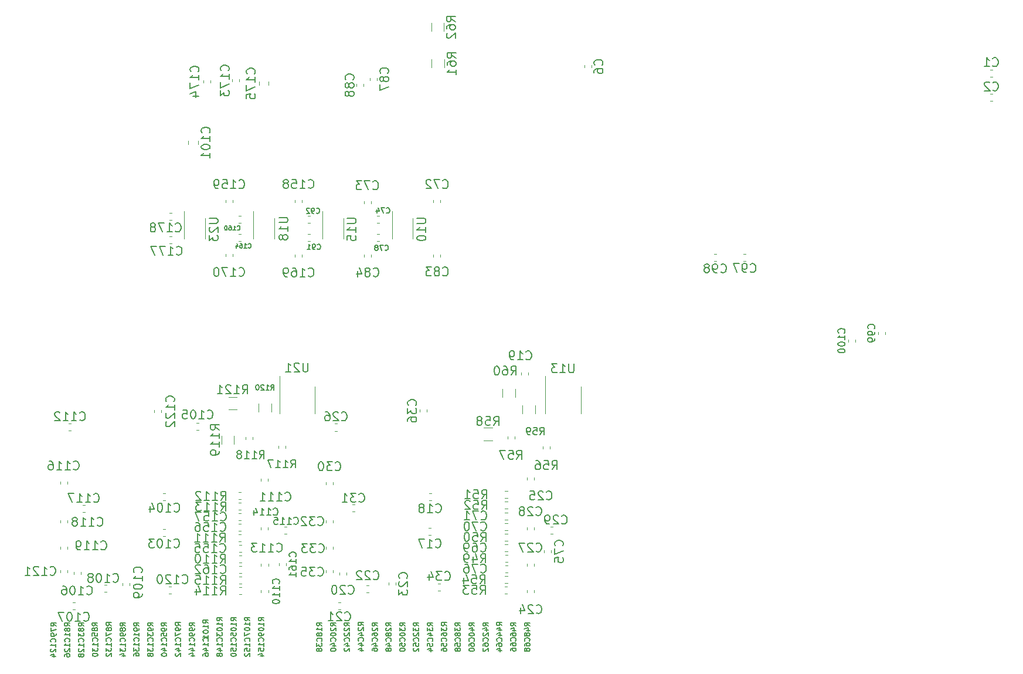
<source format=gbr>
G04 #@! TF.GenerationSoftware,KiCad,Pcbnew,5.1.10-88a1d61d58~88~ubuntu20.04.1*
G04 #@! TF.CreationDate,2021-08-11T10:22:43-04:00*
G04 #@! TF.ProjectId,readout_trenz,72656164-6f75-4745-9f74-72656e7a2e6b,rev?*
G04 #@! TF.SameCoordinates,Original*
G04 #@! TF.FileFunction,Legend,Bot*
G04 #@! TF.FilePolarity,Positive*
%FSLAX46Y46*%
G04 Gerber Fmt 4.6, Leading zero omitted, Abs format (unit mm)*
G04 Created by KiCad (PCBNEW 5.1.10-88a1d61d58~88~ubuntu20.04.1) date 2021-08-11 10:22:43*
%MOMM*%
%LPD*%
G01*
G04 APERTURE LIST*
%ADD10C,0.120000*%
%ADD11C,0.150000*%
%ADD12C,0.190500*%
%ADD13C,0.203200*%
%ADD14C,0.158750*%
G04 APERTURE END LIST*
D10*
X448410000Y-151028733D02*
X448410000Y-151371267D01*
X447390000Y-151028733D02*
X447390000Y-151371267D01*
X452710000Y-149928733D02*
X452710000Y-150271267D01*
X451690000Y-149928733D02*
X451690000Y-150271267D01*
X362270000Y-161482064D02*
X362270000Y-160277936D01*
X364090000Y-161482064D02*
X364090000Y-160277936D01*
X359092064Y-161150000D02*
X357887936Y-161150000D01*
X359092064Y-159330000D02*
X357887936Y-159330000D01*
X358710000Y-164907936D02*
X358710000Y-166112064D01*
X356890000Y-164907936D02*
X356890000Y-166112064D01*
X397460000Y-159352064D02*
X397460000Y-158147936D01*
X399280000Y-159352064D02*
X399280000Y-158147936D01*
X400340000Y-161702064D02*
X400340000Y-160497936D01*
X402160000Y-161702064D02*
X402160000Y-160497936D01*
X395982064Y-165580000D02*
X394777936Y-165580000D01*
X395982064Y-163760000D02*
X394777936Y-163760000D01*
X359418733Y-185260000D02*
X359761267Y-185260000D01*
X359418733Y-186280000D02*
X359761267Y-186280000D01*
X359418733Y-186790000D02*
X359761267Y-186790000D01*
X359418733Y-187810000D02*
X359761267Y-187810000D01*
X359378733Y-174560000D02*
X359721267Y-174560000D01*
X359378733Y-175580000D02*
X359721267Y-175580000D01*
X359378733Y-173030000D02*
X359721267Y-173030000D01*
X359378733Y-174050000D02*
X359721267Y-174050000D01*
X359388733Y-179140000D02*
X359731267Y-179140000D01*
X359388733Y-180160000D02*
X359731267Y-180160000D01*
X359398733Y-182200000D02*
X359741267Y-182200000D01*
X359398733Y-183220000D02*
X359741267Y-183220000D01*
X397828733Y-185180000D02*
X398171267Y-185180000D01*
X397828733Y-186200000D02*
X398171267Y-186200000D01*
X397808733Y-186690000D02*
X398151267Y-186690000D01*
X397808733Y-187710000D02*
X398151267Y-187710000D01*
X397828733Y-174460000D02*
X398171267Y-174460000D01*
X397828733Y-175480000D02*
X398171267Y-175480000D01*
X397828733Y-172930000D02*
X398171267Y-172930000D01*
X397828733Y-173950000D02*
X398171267Y-173950000D01*
X397828733Y-179070000D02*
X398171267Y-179070000D01*
X397828733Y-180090000D02*
X398171267Y-180090000D01*
X397838733Y-182120000D02*
X398181267Y-182120000D01*
X397838733Y-183140000D02*
X398181267Y-183140000D01*
X339928733Y-186480000D02*
X340271267Y-186480000D01*
X339928733Y-187500000D02*
X340271267Y-187500000D01*
X377828733Y-186490000D02*
X378171267Y-186490000D01*
X377828733Y-187510000D02*
X378171267Y-187510000D01*
X387165000Y-106552064D02*
X387165000Y-105347936D01*
X388985000Y-106552064D02*
X388985000Y-105347936D01*
X387215000Y-111802064D02*
X387215000Y-110597936D01*
X389035000Y-111802064D02*
X389035000Y-110597936D01*
X409290000Y-111796267D02*
X409290000Y-111453733D01*
X410310000Y-111796267D02*
X410310000Y-111453733D01*
X468231267Y-112140000D02*
X467888733Y-112140000D01*
X468231267Y-113160000D02*
X467888733Y-113160000D01*
X467888733Y-115540000D02*
X468231267Y-115540000D01*
X467888733Y-116560000D02*
X468231267Y-116560000D01*
X386803733Y-179260000D02*
X387146267Y-179260000D01*
X386803733Y-178240000D02*
X387146267Y-178240000D01*
X386828733Y-173240000D02*
X387171267Y-173240000D01*
X386828733Y-174260000D02*
X387171267Y-174260000D01*
X400120000Y-156111267D02*
X400120000Y-155768733D01*
X401140000Y-156111267D02*
X401140000Y-155768733D01*
X374960000Y-184628733D02*
X374960000Y-184971267D01*
X373940000Y-184628733D02*
X373940000Y-184971267D01*
X373728733Y-189994000D02*
X374071267Y-189994000D01*
X373728733Y-188974000D02*
X374071267Y-188974000D01*
X382010000Y-186471267D02*
X382010000Y-186128733D01*
X380990000Y-186471267D02*
X380990000Y-186128733D01*
X401010000Y-187238733D02*
X401010000Y-187581267D01*
X402030000Y-187238733D02*
X402030000Y-187581267D01*
X402030000Y-170908733D02*
X402030000Y-171251267D01*
X401010000Y-170908733D02*
X401010000Y-171251267D01*
X373228733Y-163200000D02*
X373571267Y-163200000D01*
X373228733Y-164220000D02*
X373571267Y-164220000D01*
X402020000Y-183741267D02*
X402020000Y-183398733D01*
X401000000Y-183741267D02*
X401000000Y-183398733D01*
X400990000Y-178521267D02*
X400990000Y-178178733D01*
X402010000Y-178521267D02*
X402010000Y-178178733D01*
X404418733Y-179110000D02*
X404761267Y-179110000D01*
X404418733Y-178090000D02*
X404761267Y-178090000D01*
X372990000Y-171991267D02*
X372990000Y-171648733D01*
X371970000Y-171991267D02*
X371970000Y-171648733D01*
X375758733Y-174880000D02*
X376101267Y-174880000D01*
X375758733Y-175900000D02*
X376101267Y-175900000D01*
X372990000Y-177168733D02*
X372990000Y-177511267D01*
X371970000Y-177168733D02*
X371970000Y-177511267D01*
X372990000Y-181321267D02*
X372990000Y-180978733D01*
X371970000Y-181321267D02*
X371970000Y-180978733D01*
X388481267Y-186260000D02*
X388138733Y-186260000D01*
X388481267Y-187280000D02*
X388138733Y-187280000D01*
X371970000Y-184308733D02*
X371970000Y-184651267D01*
X372990000Y-184308733D02*
X372990000Y-184651267D01*
X385530000Y-161158733D02*
X385530000Y-161501267D01*
X386550000Y-161158733D02*
X386550000Y-161501267D01*
X397828733Y-180590000D02*
X398171267Y-180590000D01*
X397828733Y-181610000D02*
X398171267Y-181610000D01*
X397828733Y-178555000D02*
X398171267Y-178555000D01*
X397828733Y-177535000D02*
X398171267Y-177535000D01*
X397828733Y-177010000D02*
X398171267Y-177010000D01*
X397828733Y-175990000D02*
X398171267Y-175990000D01*
X388510000Y-131246267D02*
X388510000Y-130903733D01*
X387490000Y-131246267D02*
X387490000Y-130903733D01*
X377440000Y-131396267D02*
X377440000Y-131053733D01*
X378460000Y-131396267D02*
X378460000Y-131053733D01*
X379696267Y-133190000D02*
X379353733Y-133190000D01*
X379696267Y-134210000D02*
X379353733Y-134210000D01*
X403490000Y-181796267D02*
X403490000Y-181453733D01*
X404510000Y-181796267D02*
X404510000Y-181453733D01*
X398176267Y-184665000D02*
X397833733Y-184665000D01*
X398176267Y-183645000D02*
X397833733Y-183645000D01*
X379353733Y-135790000D02*
X379696267Y-135790000D01*
X379353733Y-136810000D02*
X379696267Y-136810000D01*
X387490000Y-138753733D02*
X387490000Y-139096267D01*
X388510000Y-138753733D02*
X388510000Y-139096267D01*
X378510000Y-138753733D02*
X378510000Y-139096267D01*
X377490000Y-138753733D02*
X377490000Y-139096267D01*
X379310000Y-113596267D02*
X379310000Y-113253733D01*
X378290000Y-113596267D02*
X378290000Y-113253733D01*
X377410000Y-114153733D02*
X377410000Y-114496267D01*
X376390000Y-114153733D02*
X376390000Y-114496267D01*
X369353733Y-135790000D02*
X369696267Y-135790000D01*
X369353733Y-136810000D02*
X369696267Y-136810000D01*
X369353733Y-134210000D02*
X369696267Y-134210000D01*
X369353733Y-133190000D02*
X369696267Y-133190000D01*
X432268733Y-138670000D02*
X432611267Y-138670000D01*
X432268733Y-139690000D02*
X432611267Y-139690000D01*
X428341267Y-138690000D02*
X427998733Y-138690000D01*
X428341267Y-139710000D02*
X427998733Y-139710000D01*
X352050000Y-122871252D02*
X352050000Y-122348748D01*
X353470000Y-122871252D02*
X353470000Y-122348748D01*
X348428733Y-179410000D02*
X348771267Y-179410000D01*
X348428733Y-178390000D02*
X348771267Y-178390000D01*
X348453733Y-174260000D02*
X348796267Y-174260000D01*
X348453733Y-173240000D02*
X348796267Y-173240000D01*
X353243733Y-163050000D02*
X353586267Y-163050000D01*
X353243733Y-164070000D02*
X353586267Y-164070000D01*
X335560000Y-184618733D02*
X335560000Y-184961267D01*
X336580000Y-184618733D02*
X336580000Y-184961267D01*
X335368733Y-189020000D02*
X335711267Y-189020000D01*
X335368733Y-190040000D02*
X335711267Y-190040000D01*
X343620000Y-186501267D02*
X343620000Y-186158733D01*
X342600000Y-186501267D02*
X342600000Y-186158733D01*
X363630000Y-187208733D02*
X363630000Y-187551267D01*
X362610000Y-187208733D02*
X362610000Y-187551267D01*
X362600000Y-171118733D02*
X362600000Y-171461267D01*
X363620000Y-171118733D02*
X363620000Y-171461267D01*
X334828733Y-164190000D02*
X335171267Y-164190000D01*
X334828733Y-163170000D02*
X335171267Y-163170000D01*
X362610000Y-183711267D02*
X362610000Y-183368733D01*
X363630000Y-183711267D02*
X363630000Y-183368733D01*
X363610000Y-178521267D02*
X363610000Y-178178733D01*
X362590000Y-178521267D02*
X362590000Y-178178733D01*
X365928733Y-178090000D02*
X366271267Y-178090000D01*
X365928733Y-179110000D02*
X366271267Y-179110000D01*
X334590000Y-171851267D02*
X334590000Y-171508733D01*
X333570000Y-171851267D02*
X333570000Y-171508733D01*
X336828733Y-174890000D02*
X337171267Y-174890000D01*
X336828733Y-175910000D02*
X337171267Y-175910000D01*
X334590000Y-177158733D02*
X334590000Y-177501267D01*
X333570000Y-177158733D02*
X333570000Y-177501267D01*
X334600000Y-181291267D02*
X334600000Y-180948733D01*
X333580000Y-181291267D02*
X333580000Y-180948733D01*
X349636267Y-186665000D02*
X349293733Y-186665000D01*
X349636267Y-187685000D02*
X349293733Y-187685000D01*
X334590000Y-184308733D02*
X334590000Y-184651267D01*
X333570000Y-184308733D02*
X333570000Y-184651267D01*
X348150000Y-161228733D02*
X348150000Y-161571267D01*
X347130000Y-161228733D02*
X347130000Y-161571267D01*
X359393733Y-180665000D02*
X359736267Y-180665000D01*
X359393733Y-181685000D02*
X359736267Y-181685000D01*
X359383733Y-178635000D02*
X359726267Y-178635000D01*
X359383733Y-177615000D02*
X359726267Y-177615000D01*
X359383733Y-177105000D02*
X359726267Y-177105000D01*
X359383733Y-176085000D02*
X359726267Y-176085000D01*
X368510000Y-131246267D02*
X368510000Y-130903733D01*
X367490000Y-131246267D02*
X367490000Y-130903733D01*
X357490000Y-131246267D02*
X357490000Y-130903733D01*
X358510000Y-131246267D02*
X358510000Y-130903733D01*
X359696267Y-133190000D02*
X359353733Y-133190000D01*
X359696267Y-134210000D02*
X359353733Y-134210000D01*
X365190000Y-183671267D02*
X365190000Y-183328733D01*
X366210000Y-183671267D02*
X366210000Y-183328733D01*
X359751267Y-183720000D02*
X359408733Y-183720000D01*
X359751267Y-184740000D02*
X359408733Y-184740000D01*
X359353733Y-135790000D02*
X359696267Y-135790000D01*
X359353733Y-136810000D02*
X359696267Y-136810000D01*
X367490000Y-138753733D02*
X367490000Y-139096267D01*
X368510000Y-138753733D02*
X368510000Y-139096267D01*
X358510000Y-138678733D02*
X358510000Y-139021267D01*
X357490000Y-138678733D02*
X357490000Y-139021267D01*
X358415000Y-113821267D02*
X358415000Y-113478733D01*
X359435000Y-113821267D02*
X359435000Y-113478733D01*
X354265000Y-113628733D02*
X354265000Y-113971267D01*
X355285000Y-113628733D02*
X355285000Y-113971267D01*
X362290000Y-113813748D02*
X362290000Y-114336252D01*
X363710000Y-113813748D02*
X363710000Y-114336252D01*
X349353733Y-136190000D02*
X349696267Y-136190000D01*
X349353733Y-137210000D02*
X349696267Y-137210000D01*
X349353733Y-133810000D02*
X349696267Y-133810000D01*
X349353733Y-132790000D02*
X349696267Y-132790000D01*
X404310000Y-166771267D02*
X404310000Y-166428733D01*
X403290000Y-166771267D02*
X403290000Y-166428733D01*
X398190000Y-165371267D02*
X398190000Y-165028733D01*
X399210000Y-165371267D02*
X399210000Y-165028733D01*
X365090000Y-166711267D02*
X365090000Y-166368733D01*
X366110000Y-166711267D02*
X366110000Y-166368733D01*
X361380000Y-165421267D02*
X361380000Y-165078733D01*
X360360000Y-165421267D02*
X360360000Y-165078733D01*
X384500000Y-136500000D02*
X384500000Y-133500000D01*
X381500000Y-136500000D02*
X381500000Y-132500000D01*
X408760000Y-159750000D02*
X408760000Y-161700000D01*
X408760000Y-159750000D02*
X408760000Y-157800000D01*
X403640000Y-159750000D02*
X403640000Y-161700000D01*
X403640000Y-159750000D02*
X403640000Y-156300000D01*
X361500000Y-136500000D02*
X361500000Y-132500000D01*
X364500000Y-136500000D02*
X364500000Y-133500000D01*
X365240000Y-159750000D02*
X365240000Y-156300000D01*
X365240000Y-159750000D02*
X365240000Y-161700000D01*
X370360000Y-159750000D02*
X370360000Y-157800000D01*
X370360000Y-159750000D02*
X370360000Y-161700000D01*
X374500000Y-136500000D02*
X374500000Y-133500000D01*
X371500000Y-136500000D02*
X371500000Y-132500000D01*
X351500000Y-136500000D02*
X351500000Y-132500000D01*
X354500000Y-136500000D02*
X354500000Y-133500000D01*
D11*
X446827142Y-150080952D02*
X446874761Y-150033333D01*
X446922380Y-149890476D01*
X446922380Y-149795238D01*
X446874761Y-149652380D01*
X446779523Y-149557142D01*
X446684285Y-149509523D01*
X446493809Y-149461904D01*
X446350952Y-149461904D01*
X446160476Y-149509523D01*
X446065238Y-149557142D01*
X445970000Y-149652380D01*
X445922380Y-149795238D01*
X445922380Y-149890476D01*
X445970000Y-150033333D01*
X446017619Y-150080952D01*
X446922380Y-151033333D02*
X446922380Y-150461904D01*
X446922380Y-150747619D02*
X445922380Y-150747619D01*
X446065238Y-150652380D01*
X446160476Y-150557142D01*
X446208095Y-150461904D01*
X445922380Y-151652380D02*
X445922380Y-151747619D01*
X445970000Y-151842857D01*
X446017619Y-151890476D01*
X446112857Y-151938095D01*
X446303333Y-151985714D01*
X446541428Y-151985714D01*
X446731904Y-151938095D01*
X446827142Y-151890476D01*
X446874761Y-151842857D01*
X446922380Y-151747619D01*
X446922380Y-151652380D01*
X446874761Y-151557142D01*
X446827142Y-151509523D01*
X446731904Y-151461904D01*
X446541428Y-151414285D01*
X446303333Y-151414285D01*
X446112857Y-151461904D01*
X446017619Y-151509523D01*
X445970000Y-151557142D01*
X445922380Y-151652380D01*
X445922380Y-152604761D02*
X445922380Y-152700000D01*
X445970000Y-152795238D01*
X446017619Y-152842857D01*
X446112857Y-152890476D01*
X446303333Y-152938095D01*
X446541428Y-152938095D01*
X446731904Y-152890476D01*
X446827142Y-152842857D01*
X446874761Y-152795238D01*
X446922380Y-152700000D01*
X446922380Y-152604761D01*
X446874761Y-152509523D01*
X446827142Y-152461904D01*
X446731904Y-152414285D01*
X446541428Y-152366666D01*
X446303333Y-152366666D01*
X446112857Y-152414285D01*
X446017619Y-152461904D01*
X445970000Y-152509523D01*
X445922380Y-152604761D01*
X451127142Y-149457142D02*
X451174761Y-149409523D01*
X451222380Y-149266666D01*
X451222380Y-149171428D01*
X451174761Y-149028571D01*
X451079523Y-148933333D01*
X450984285Y-148885714D01*
X450793809Y-148838095D01*
X450650952Y-148838095D01*
X450460476Y-148885714D01*
X450365238Y-148933333D01*
X450270000Y-149028571D01*
X450222380Y-149171428D01*
X450222380Y-149266666D01*
X450270000Y-149409523D01*
X450317619Y-149457142D01*
X451222380Y-149933333D02*
X451222380Y-150123809D01*
X451174761Y-150219047D01*
X451127142Y-150266666D01*
X450984285Y-150361904D01*
X450793809Y-150409523D01*
X450412857Y-150409523D01*
X450317619Y-150361904D01*
X450270000Y-150314285D01*
X450222380Y-150219047D01*
X450222380Y-150028571D01*
X450270000Y-149933333D01*
X450317619Y-149885714D01*
X450412857Y-149838095D01*
X450650952Y-149838095D01*
X450746190Y-149885714D01*
X450793809Y-149933333D01*
X450841428Y-150028571D01*
X450841428Y-150219047D01*
X450793809Y-150314285D01*
X450746190Y-150361904D01*
X450650952Y-150409523D01*
X451222380Y-150885714D02*
X451222380Y-151076190D01*
X451174761Y-151171428D01*
X451127142Y-151219047D01*
X450984285Y-151314285D01*
X450793809Y-151361904D01*
X450412857Y-151361904D01*
X450317619Y-151314285D01*
X450270000Y-151266666D01*
X450222380Y-151171428D01*
X450222380Y-150980952D01*
X450270000Y-150885714D01*
X450317619Y-150838095D01*
X450412857Y-150790476D01*
X450650952Y-150790476D01*
X450746190Y-150838095D01*
X450793809Y-150885714D01*
X450841428Y-150980952D01*
X450841428Y-151171428D01*
X450793809Y-151266666D01*
X450746190Y-151314285D01*
X450650952Y-151361904D01*
D12*
X364022714Y-158314714D02*
X364276714Y-157951857D01*
X364458142Y-158314714D02*
X364458142Y-157552714D01*
X364167857Y-157552714D01*
X364095285Y-157589000D01*
X364059000Y-157625285D01*
X364022714Y-157697857D01*
X364022714Y-157806714D01*
X364059000Y-157879285D01*
X364095285Y-157915571D01*
X364167857Y-157951857D01*
X364458142Y-157951857D01*
X363297000Y-158314714D02*
X363732428Y-158314714D01*
X363514714Y-158314714D02*
X363514714Y-157552714D01*
X363587285Y-157661571D01*
X363659857Y-157734142D01*
X363732428Y-157770428D01*
X363006714Y-157625285D02*
X362970428Y-157589000D01*
X362897857Y-157552714D01*
X362716428Y-157552714D01*
X362643857Y-157589000D01*
X362607571Y-157625285D01*
X362571285Y-157697857D01*
X362571285Y-157770428D01*
X362607571Y-157879285D01*
X363043000Y-158314714D01*
X362571285Y-158314714D01*
X362099571Y-157552714D02*
X362027000Y-157552714D01*
X361954428Y-157589000D01*
X361918142Y-157625285D01*
X361881857Y-157697857D01*
X361845571Y-157843000D01*
X361845571Y-158024428D01*
X361881857Y-158169571D01*
X361918142Y-158242142D01*
X361954428Y-158278428D01*
X362027000Y-158314714D01*
X362099571Y-158314714D01*
X362172142Y-158278428D01*
X362208428Y-158242142D01*
X362244714Y-158169571D01*
X362281000Y-158024428D01*
X362281000Y-157843000D01*
X362244714Y-157697857D01*
X362208428Y-157625285D01*
X362172142Y-157589000D01*
X362099571Y-157552714D01*
D13*
X359901190Y-158874523D02*
X360324523Y-158269761D01*
X360626904Y-158874523D02*
X360626904Y-157604523D01*
X360143095Y-157604523D01*
X360022142Y-157665000D01*
X359961666Y-157725476D01*
X359901190Y-157846428D01*
X359901190Y-158027857D01*
X359961666Y-158148809D01*
X360022142Y-158209285D01*
X360143095Y-158269761D01*
X360626904Y-158269761D01*
X358691666Y-158874523D02*
X359417380Y-158874523D01*
X359054523Y-158874523D02*
X359054523Y-157604523D01*
X359175476Y-157785952D01*
X359296428Y-157906904D01*
X359417380Y-157967380D01*
X358207857Y-157725476D02*
X358147380Y-157665000D01*
X358026428Y-157604523D01*
X357724047Y-157604523D01*
X357603095Y-157665000D01*
X357542619Y-157725476D01*
X357482142Y-157846428D01*
X357482142Y-157967380D01*
X357542619Y-158148809D01*
X358268333Y-158874523D01*
X357482142Y-158874523D01*
X356272619Y-158874523D02*
X356998333Y-158874523D01*
X356635476Y-158874523D02*
X356635476Y-157604523D01*
X356756428Y-157785952D01*
X356877380Y-157906904D01*
X356998333Y-157967380D01*
X356554523Y-164088809D02*
X355949761Y-163665476D01*
X356554523Y-163363095D02*
X355284523Y-163363095D01*
X355284523Y-163846904D01*
X355345000Y-163967857D01*
X355405476Y-164028333D01*
X355526428Y-164088809D01*
X355707857Y-164088809D01*
X355828809Y-164028333D01*
X355889285Y-163967857D01*
X355949761Y-163846904D01*
X355949761Y-163363095D01*
X356554523Y-165298333D02*
X356554523Y-164572619D01*
X356554523Y-164935476D02*
X355284523Y-164935476D01*
X355465952Y-164814523D01*
X355586904Y-164693571D01*
X355647380Y-164572619D01*
X356554523Y-166507857D02*
X356554523Y-165782142D01*
X356554523Y-166145000D02*
X355284523Y-166145000D01*
X355465952Y-166024047D01*
X355586904Y-165903095D01*
X355647380Y-165782142D01*
X356554523Y-167112619D02*
X356554523Y-167354523D01*
X356494047Y-167475476D01*
X356433571Y-167535952D01*
X356252142Y-167656904D01*
X356010238Y-167717380D01*
X355526428Y-167717380D01*
X355405476Y-167656904D01*
X355345000Y-167596428D01*
X355284523Y-167475476D01*
X355284523Y-167233571D01*
X355345000Y-167112619D01*
X355405476Y-167052142D01*
X355526428Y-166991666D01*
X355828809Y-166991666D01*
X355949761Y-167052142D01*
X356010238Y-167112619D01*
X356070714Y-167233571D01*
X356070714Y-167475476D01*
X356010238Y-167596428D01*
X355949761Y-167656904D01*
X355828809Y-167717380D01*
X398686428Y-156154523D02*
X399109761Y-155549761D01*
X399412142Y-156154523D02*
X399412142Y-154884523D01*
X398928333Y-154884523D01*
X398807380Y-154945000D01*
X398746904Y-155005476D01*
X398686428Y-155126428D01*
X398686428Y-155307857D01*
X398746904Y-155428809D01*
X398807380Y-155489285D01*
X398928333Y-155549761D01*
X399412142Y-155549761D01*
X397597857Y-154884523D02*
X397839761Y-154884523D01*
X397960714Y-154945000D01*
X398021190Y-155005476D01*
X398142142Y-155186904D01*
X398202619Y-155428809D01*
X398202619Y-155912619D01*
X398142142Y-156033571D01*
X398081666Y-156094047D01*
X397960714Y-156154523D01*
X397718809Y-156154523D01*
X397597857Y-156094047D01*
X397537380Y-156033571D01*
X397476904Y-155912619D01*
X397476904Y-155610238D01*
X397537380Y-155489285D01*
X397597857Y-155428809D01*
X397718809Y-155368333D01*
X397960714Y-155368333D01*
X398081666Y-155428809D01*
X398142142Y-155489285D01*
X398202619Y-155610238D01*
X396690714Y-154884523D02*
X396569761Y-154884523D01*
X396448809Y-154945000D01*
X396388333Y-155005476D01*
X396327857Y-155126428D01*
X396267380Y-155368333D01*
X396267380Y-155670714D01*
X396327857Y-155912619D01*
X396388333Y-156033571D01*
X396448809Y-156094047D01*
X396569761Y-156154523D01*
X396690714Y-156154523D01*
X396811666Y-156094047D01*
X396872142Y-156033571D01*
X396932619Y-155912619D01*
X396993095Y-155670714D01*
X396993095Y-155368333D01*
X396932619Y-155126428D01*
X396872142Y-155005476D01*
X396811666Y-154945000D01*
X396690714Y-154884523D01*
X402853142Y-164759619D02*
X403191809Y-164275809D01*
X403433714Y-164759619D02*
X403433714Y-163743619D01*
X403046666Y-163743619D01*
X402949904Y-163792000D01*
X402901523Y-163840380D01*
X402853142Y-163937142D01*
X402853142Y-164082285D01*
X402901523Y-164179047D01*
X402949904Y-164227428D01*
X403046666Y-164275809D01*
X403433714Y-164275809D01*
X401933904Y-163743619D02*
X402417714Y-163743619D01*
X402466095Y-164227428D01*
X402417714Y-164179047D01*
X402320952Y-164130666D01*
X402079047Y-164130666D01*
X401982285Y-164179047D01*
X401933904Y-164227428D01*
X401885523Y-164324190D01*
X401885523Y-164566095D01*
X401933904Y-164662857D01*
X401982285Y-164711238D01*
X402079047Y-164759619D01*
X402320952Y-164759619D01*
X402417714Y-164711238D01*
X402466095Y-164662857D01*
X401401714Y-164759619D02*
X401208190Y-164759619D01*
X401111428Y-164711238D01*
X401063047Y-164662857D01*
X400966285Y-164517714D01*
X400917904Y-164324190D01*
X400917904Y-163937142D01*
X400966285Y-163840380D01*
X401014666Y-163792000D01*
X401111428Y-163743619D01*
X401304952Y-163743619D01*
X401401714Y-163792000D01*
X401450095Y-163840380D01*
X401498476Y-163937142D01*
X401498476Y-164179047D01*
X401450095Y-164275809D01*
X401401714Y-164324190D01*
X401304952Y-164372571D01*
X401111428Y-164372571D01*
X401014666Y-164324190D01*
X400966285Y-164275809D01*
X400917904Y-164179047D01*
X396196428Y-163424523D02*
X396619761Y-162819761D01*
X396922142Y-163424523D02*
X396922142Y-162154523D01*
X396438333Y-162154523D01*
X396317380Y-162215000D01*
X396256904Y-162275476D01*
X396196428Y-162396428D01*
X396196428Y-162577857D01*
X396256904Y-162698809D01*
X396317380Y-162759285D01*
X396438333Y-162819761D01*
X396922142Y-162819761D01*
X395047380Y-162154523D02*
X395652142Y-162154523D01*
X395712619Y-162759285D01*
X395652142Y-162698809D01*
X395531190Y-162638333D01*
X395228809Y-162638333D01*
X395107857Y-162698809D01*
X395047380Y-162759285D01*
X394986904Y-162880238D01*
X394986904Y-163182619D01*
X395047380Y-163303571D01*
X395107857Y-163364047D01*
X395228809Y-163424523D01*
X395531190Y-163424523D01*
X395652142Y-163364047D01*
X395712619Y-163303571D01*
X394261190Y-162698809D02*
X394382142Y-162638333D01*
X394442619Y-162577857D01*
X394503095Y-162456904D01*
X394503095Y-162396428D01*
X394442619Y-162275476D01*
X394382142Y-162215000D01*
X394261190Y-162154523D01*
X394019285Y-162154523D01*
X393898333Y-162215000D01*
X393837857Y-162275476D01*
X393777380Y-162396428D01*
X393777380Y-162456904D01*
X393837857Y-162577857D01*
X393898333Y-162638333D01*
X394019285Y-162698809D01*
X394261190Y-162698809D01*
X394382142Y-162759285D01*
X394442619Y-162819761D01*
X394503095Y-162940714D01*
X394503095Y-163182619D01*
X394442619Y-163303571D01*
X394382142Y-163364047D01*
X394261190Y-163424523D01*
X394019285Y-163424523D01*
X393898333Y-163364047D01*
X393837857Y-163303571D01*
X393777380Y-163182619D01*
X393777380Y-162940714D01*
X393837857Y-162819761D01*
X393898333Y-162759285D01*
X394019285Y-162698809D01*
X356731190Y-186344523D02*
X357154523Y-185739761D01*
X357456904Y-186344523D02*
X357456904Y-185074523D01*
X356973095Y-185074523D01*
X356852142Y-185135000D01*
X356791666Y-185195476D01*
X356731190Y-185316428D01*
X356731190Y-185497857D01*
X356791666Y-185618809D01*
X356852142Y-185679285D01*
X356973095Y-185739761D01*
X357456904Y-185739761D01*
X355521666Y-186344523D02*
X356247380Y-186344523D01*
X355884523Y-186344523D02*
X355884523Y-185074523D01*
X356005476Y-185255952D01*
X356126428Y-185376904D01*
X356247380Y-185437380D01*
X354312142Y-186344523D02*
X355037857Y-186344523D01*
X354675000Y-186344523D02*
X354675000Y-185074523D01*
X354795952Y-185255952D01*
X354916904Y-185376904D01*
X355037857Y-185437380D01*
X353163095Y-185074523D02*
X353767857Y-185074523D01*
X353828333Y-185679285D01*
X353767857Y-185618809D01*
X353646904Y-185558333D01*
X353344523Y-185558333D01*
X353223571Y-185618809D01*
X353163095Y-185679285D01*
X353102619Y-185800238D01*
X353102619Y-186102619D01*
X353163095Y-186223571D01*
X353223571Y-186284047D01*
X353344523Y-186344523D01*
X353646904Y-186344523D01*
X353767857Y-186284047D01*
X353828333Y-186223571D01*
X356721190Y-187874523D02*
X357144523Y-187269761D01*
X357446904Y-187874523D02*
X357446904Y-186604523D01*
X356963095Y-186604523D01*
X356842142Y-186665000D01*
X356781666Y-186725476D01*
X356721190Y-186846428D01*
X356721190Y-187027857D01*
X356781666Y-187148809D01*
X356842142Y-187209285D01*
X356963095Y-187269761D01*
X357446904Y-187269761D01*
X355511666Y-187874523D02*
X356237380Y-187874523D01*
X355874523Y-187874523D02*
X355874523Y-186604523D01*
X355995476Y-186785952D01*
X356116428Y-186906904D01*
X356237380Y-186967380D01*
X354302142Y-187874523D02*
X355027857Y-187874523D01*
X354665000Y-187874523D02*
X354665000Y-186604523D01*
X354785952Y-186785952D01*
X354906904Y-186906904D01*
X355027857Y-186967380D01*
X353213571Y-187027857D02*
X353213571Y-187874523D01*
X353515952Y-186544047D02*
X353818333Y-187451190D01*
X353032142Y-187451190D01*
X356801190Y-175734523D02*
X357224523Y-175129761D01*
X357526904Y-175734523D02*
X357526904Y-174464523D01*
X357043095Y-174464523D01*
X356922142Y-174525000D01*
X356861666Y-174585476D01*
X356801190Y-174706428D01*
X356801190Y-174887857D01*
X356861666Y-175008809D01*
X356922142Y-175069285D01*
X357043095Y-175129761D01*
X357526904Y-175129761D01*
X355591666Y-175734523D02*
X356317380Y-175734523D01*
X355954523Y-175734523D02*
X355954523Y-174464523D01*
X356075476Y-174645952D01*
X356196428Y-174766904D01*
X356317380Y-174827380D01*
X354382142Y-175734523D02*
X355107857Y-175734523D01*
X354745000Y-175734523D02*
X354745000Y-174464523D01*
X354865952Y-174645952D01*
X354986904Y-174766904D01*
X355107857Y-174827380D01*
X353958809Y-174464523D02*
X353172619Y-174464523D01*
X353595952Y-174948333D01*
X353414523Y-174948333D01*
X353293571Y-175008809D01*
X353233095Y-175069285D01*
X353172619Y-175190238D01*
X353172619Y-175492619D01*
X353233095Y-175613571D01*
X353293571Y-175674047D01*
X353414523Y-175734523D01*
X353777380Y-175734523D01*
X353898333Y-175674047D01*
X353958809Y-175613571D01*
X356791190Y-174214523D02*
X357214523Y-173609761D01*
X357516904Y-174214523D02*
X357516904Y-172944523D01*
X357033095Y-172944523D01*
X356912142Y-173005000D01*
X356851666Y-173065476D01*
X356791190Y-173186428D01*
X356791190Y-173367857D01*
X356851666Y-173488809D01*
X356912142Y-173549285D01*
X357033095Y-173609761D01*
X357516904Y-173609761D01*
X355581666Y-174214523D02*
X356307380Y-174214523D01*
X355944523Y-174214523D02*
X355944523Y-172944523D01*
X356065476Y-173125952D01*
X356186428Y-173246904D01*
X356307380Y-173307380D01*
X354372142Y-174214523D02*
X355097857Y-174214523D01*
X354735000Y-174214523D02*
X354735000Y-172944523D01*
X354855952Y-173125952D01*
X354976904Y-173246904D01*
X355097857Y-173307380D01*
X353888333Y-173065476D02*
X353827857Y-173005000D01*
X353706904Y-172944523D01*
X353404523Y-172944523D01*
X353283571Y-173005000D01*
X353223095Y-173065476D01*
X353162619Y-173186428D01*
X353162619Y-173307380D01*
X353223095Y-173488809D01*
X353948809Y-174214523D01*
X353162619Y-174214523D01*
X356671190Y-180224523D02*
X357094523Y-179619761D01*
X357396904Y-180224523D02*
X357396904Y-178954523D01*
X356913095Y-178954523D01*
X356792142Y-179015000D01*
X356731666Y-179075476D01*
X356671190Y-179196428D01*
X356671190Y-179377857D01*
X356731666Y-179498809D01*
X356792142Y-179559285D01*
X356913095Y-179619761D01*
X357396904Y-179619761D01*
X355461666Y-180224523D02*
X356187380Y-180224523D01*
X355824523Y-180224523D02*
X355824523Y-178954523D01*
X355945476Y-179135952D01*
X356066428Y-179256904D01*
X356187380Y-179317380D01*
X354252142Y-180224523D02*
X354977857Y-180224523D01*
X354615000Y-180224523D02*
X354615000Y-178954523D01*
X354735952Y-179135952D01*
X354856904Y-179256904D01*
X354977857Y-179317380D01*
X353042619Y-180224523D02*
X353768333Y-180224523D01*
X353405476Y-180224523D02*
X353405476Y-178954523D01*
X353526428Y-179135952D01*
X353647380Y-179256904D01*
X353768333Y-179317380D01*
X356711190Y-183284523D02*
X357134523Y-182679761D01*
X357436904Y-183284523D02*
X357436904Y-182014523D01*
X356953095Y-182014523D01*
X356832142Y-182075000D01*
X356771666Y-182135476D01*
X356711190Y-182256428D01*
X356711190Y-182437857D01*
X356771666Y-182558809D01*
X356832142Y-182619285D01*
X356953095Y-182679761D01*
X357436904Y-182679761D01*
X355501666Y-183284523D02*
X356227380Y-183284523D01*
X355864523Y-183284523D02*
X355864523Y-182014523D01*
X355985476Y-182195952D01*
X356106428Y-182316904D01*
X356227380Y-182377380D01*
X354292142Y-183284523D02*
X355017857Y-183284523D01*
X354655000Y-183284523D02*
X354655000Y-182014523D01*
X354775952Y-182195952D01*
X354896904Y-182316904D01*
X355017857Y-182377380D01*
X353505952Y-182014523D02*
X353385000Y-182014523D01*
X353264047Y-182075000D01*
X353203571Y-182135476D01*
X353143095Y-182256428D01*
X353082619Y-182498333D01*
X353082619Y-182800714D01*
X353143095Y-183042619D01*
X353203571Y-183163571D01*
X353264047Y-183224047D01*
X353385000Y-183284523D01*
X353505952Y-183284523D01*
X353626904Y-183224047D01*
X353687380Y-183163571D01*
X353747857Y-183042619D01*
X353808333Y-182800714D01*
X353808333Y-182498333D01*
X353747857Y-182256428D01*
X353687380Y-182135476D01*
X353626904Y-182075000D01*
X353505952Y-182014523D01*
X394196428Y-186264523D02*
X394619761Y-185659761D01*
X394922142Y-186264523D02*
X394922142Y-184994523D01*
X394438333Y-184994523D01*
X394317380Y-185055000D01*
X394256904Y-185115476D01*
X394196428Y-185236428D01*
X394196428Y-185417857D01*
X394256904Y-185538809D01*
X394317380Y-185599285D01*
X394438333Y-185659761D01*
X394922142Y-185659761D01*
X393047380Y-184994523D02*
X393652142Y-184994523D01*
X393712619Y-185599285D01*
X393652142Y-185538809D01*
X393531190Y-185478333D01*
X393228809Y-185478333D01*
X393107857Y-185538809D01*
X393047380Y-185599285D01*
X392986904Y-185720238D01*
X392986904Y-186022619D01*
X393047380Y-186143571D01*
X393107857Y-186204047D01*
X393228809Y-186264523D01*
X393531190Y-186264523D01*
X393652142Y-186204047D01*
X393712619Y-186143571D01*
X391898333Y-185417857D02*
X391898333Y-186264523D01*
X392200714Y-184934047D02*
X392503095Y-185841190D01*
X391716904Y-185841190D01*
X394236428Y-187774523D02*
X394659761Y-187169761D01*
X394962142Y-187774523D02*
X394962142Y-186504523D01*
X394478333Y-186504523D01*
X394357380Y-186565000D01*
X394296904Y-186625476D01*
X394236428Y-186746428D01*
X394236428Y-186927857D01*
X394296904Y-187048809D01*
X394357380Y-187109285D01*
X394478333Y-187169761D01*
X394962142Y-187169761D01*
X393087380Y-186504523D02*
X393692142Y-186504523D01*
X393752619Y-187109285D01*
X393692142Y-187048809D01*
X393571190Y-186988333D01*
X393268809Y-186988333D01*
X393147857Y-187048809D01*
X393087380Y-187109285D01*
X393026904Y-187230238D01*
X393026904Y-187532619D01*
X393087380Y-187653571D01*
X393147857Y-187714047D01*
X393268809Y-187774523D01*
X393571190Y-187774523D01*
X393692142Y-187714047D01*
X393752619Y-187653571D01*
X392603571Y-186504523D02*
X391817380Y-186504523D01*
X392240714Y-186988333D01*
X392059285Y-186988333D01*
X391938333Y-187048809D01*
X391877857Y-187109285D01*
X391817380Y-187230238D01*
X391817380Y-187532619D01*
X391877857Y-187653571D01*
X391938333Y-187714047D01*
X392059285Y-187774523D01*
X392422142Y-187774523D01*
X392543095Y-187714047D01*
X392603571Y-187653571D01*
X394446428Y-175544523D02*
X394869761Y-174939761D01*
X395172142Y-175544523D02*
X395172142Y-174274523D01*
X394688333Y-174274523D01*
X394567380Y-174335000D01*
X394506904Y-174395476D01*
X394446428Y-174516428D01*
X394446428Y-174697857D01*
X394506904Y-174818809D01*
X394567380Y-174879285D01*
X394688333Y-174939761D01*
X395172142Y-174939761D01*
X393297380Y-174274523D02*
X393902142Y-174274523D01*
X393962619Y-174879285D01*
X393902142Y-174818809D01*
X393781190Y-174758333D01*
X393478809Y-174758333D01*
X393357857Y-174818809D01*
X393297380Y-174879285D01*
X393236904Y-175000238D01*
X393236904Y-175302619D01*
X393297380Y-175423571D01*
X393357857Y-175484047D01*
X393478809Y-175544523D01*
X393781190Y-175544523D01*
X393902142Y-175484047D01*
X393962619Y-175423571D01*
X392753095Y-174395476D02*
X392692619Y-174335000D01*
X392571666Y-174274523D01*
X392269285Y-174274523D01*
X392148333Y-174335000D01*
X392087857Y-174395476D01*
X392027380Y-174516428D01*
X392027380Y-174637380D01*
X392087857Y-174818809D01*
X392813571Y-175544523D01*
X392027380Y-175544523D01*
X394446428Y-174004523D02*
X394869761Y-173399761D01*
X395172142Y-174004523D02*
X395172142Y-172734523D01*
X394688333Y-172734523D01*
X394567380Y-172795000D01*
X394506904Y-172855476D01*
X394446428Y-172976428D01*
X394446428Y-173157857D01*
X394506904Y-173278809D01*
X394567380Y-173339285D01*
X394688333Y-173399761D01*
X395172142Y-173399761D01*
X393297380Y-172734523D02*
X393902142Y-172734523D01*
X393962619Y-173339285D01*
X393902142Y-173278809D01*
X393781190Y-173218333D01*
X393478809Y-173218333D01*
X393357857Y-173278809D01*
X393297380Y-173339285D01*
X393236904Y-173460238D01*
X393236904Y-173762619D01*
X393297380Y-173883571D01*
X393357857Y-173944047D01*
X393478809Y-174004523D01*
X393781190Y-174004523D01*
X393902142Y-173944047D01*
X393962619Y-173883571D01*
X392027380Y-174004523D02*
X392753095Y-174004523D01*
X392390238Y-174004523D02*
X392390238Y-172734523D01*
X392511190Y-172915952D01*
X392632142Y-173036904D01*
X392753095Y-173097380D01*
X394356428Y-180154523D02*
X394779761Y-179549761D01*
X395082142Y-180154523D02*
X395082142Y-178884523D01*
X394598333Y-178884523D01*
X394477380Y-178945000D01*
X394416904Y-179005476D01*
X394356428Y-179126428D01*
X394356428Y-179307857D01*
X394416904Y-179428809D01*
X394477380Y-179489285D01*
X394598333Y-179549761D01*
X395082142Y-179549761D01*
X393207380Y-178884523D02*
X393812142Y-178884523D01*
X393872619Y-179489285D01*
X393812142Y-179428809D01*
X393691190Y-179368333D01*
X393388809Y-179368333D01*
X393267857Y-179428809D01*
X393207380Y-179489285D01*
X393146904Y-179610238D01*
X393146904Y-179912619D01*
X393207380Y-180033571D01*
X393267857Y-180094047D01*
X393388809Y-180154523D01*
X393691190Y-180154523D01*
X393812142Y-180094047D01*
X393872619Y-180033571D01*
X392360714Y-178884523D02*
X392239761Y-178884523D01*
X392118809Y-178945000D01*
X392058333Y-179005476D01*
X391997857Y-179126428D01*
X391937380Y-179368333D01*
X391937380Y-179670714D01*
X391997857Y-179912619D01*
X392058333Y-180033571D01*
X392118809Y-180094047D01*
X392239761Y-180154523D01*
X392360714Y-180154523D01*
X392481666Y-180094047D01*
X392542142Y-180033571D01*
X392602619Y-179912619D01*
X392663095Y-179670714D01*
X392663095Y-179368333D01*
X392602619Y-179126428D01*
X392542142Y-179005476D01*
X392481666Y-178945000D01*
X392360714Y-178884523D01*
X394306428Y-183234523D02*
X394729761Y-182629761D01*
X395032142Y-183234523D02*
X395032142Y-181964523D01*
X394548333Y-181964523D01*
X394427380Y-182025000D01*
X394366904Y-182085476D01*
X394306428Y-182206428D01*
X394306428Y-182387857D01*
X394366904Y-182508809D01*
X394427380Y-182569285D01*
X394548333Y-182629761D01*
X395032142Y-182629761D01*
X393217857Y-182387857D02*
X393217857Y-183234523D01*
X393520238Y-181904047D02*
X393822619Y-182811190D01*
X393036428Y-182811190D01*
X392492142Y-183234523D02*
X392250238Y-183234523D01*
X392129285Y-183174047D01*
X392068809Y-183113571D01*
X391947857Y-182932142D01*
X391887380Y-182690238D01*
X391887380Y-182206428D01*
X391947857Y-182085476D01*
X392008333Y-182025000D01*
X392129285Y-181964523D01*
X392371190Y-181964523D01*
X392492142Y-182025000D01*
X392552619Y-182085476D01*
X392613095Y-182206428D01*
X392613095Y-182508809D01*
X392552619Y-182629761D01*
X392492142Y-182690238D01*
X392371190Y-182750714D01*
X392129285Y-182750714D01*
X392008333Y-182690238D01*
X391947857Y-182629761D01*
X391887380Y-182508809D01*
X341221190Y-185953571D02*
X341281666Y-186014047D01*
X341463095Y-186074523D01*
X341584047Y-186074523D01*
X341765476Y-186014047D01*
X341886428Y-185893095D01*
X341946904Y-185772142D01*
X342007380Y-185530238D01*
X342007380Y-185348809D01*
X341946904Y-185106904D01*
X341886428Y-184985952D01*
X341765476Y-184865000D01*
X341584047Y-184804523D01*
X341463095Y-184804523D01*
X341281666Y-184865000D01*
X341221190Y-184925476D01*
X340011666Y-186074523D02*
X340737380Y-186074523D01*
X340374523Y-186074523D02*
X340374523Y-184804523D01*
X340495476Y-184985952D01*
X340616428Y-185106904D01*
X340737380Y-185167380D01*
X339225476Y-184804523D02*
X339104523Y-184804523D01*
X338983571Y-184865000D01*
X338923095Y-184925476D01*
X338862619Y-185046428D01*
X338802142Y-185288333D01*
X338802142Y-185590714D01*
X338862619Y-185832619D01*
X338923095Y-185953571D01*
X338983571Y-186014047D01*
X339104523Y-186074523D01*
X339225476Y-186074523D01*
X339346428Y-186014047D01*
X339406904Y-185953571D01*
X339467380Y-185832619D01*
X339527857Y-185590714D01*
X339527857Y-185288333D01*
X339467380Y-185046428D01*
X339406904Y-184925476D01*
X339346428Y-184865000D01*
X339225476Y-184804523D01*
X338076428Y-185348809D02*
X338197380Y-185288333D01*
X338257857Y-185227857D01*
X338318333Y-185106904D01*
X338318333Y-185046428D01*
X338257857Y-184925476D01*
X338197380Y-184865000D01*
X338076428Y-184804523D01*
X337834523Y-184804523D01*
X337713571Y-184865000D01*
X337653095Y-184925476D01*
X337592619Y-185046428D01*
X337592619Y-185106904D01*
X337653095Y-185227857D01*
X337713571Y-185288333D01*
X337834523Y-185348809D01*
X338076428Y-185348809D01*
X338197380Y-185409285D01*
X338257857Y-185469761D01*
X338318333Y-185590714D01*
X338318333Y-185832619D01*
X338257857Y-185953571D01*
X338197380Y-186014047D01*
X338076428Y-186074523D01*
X337834523Y-186074523D01*
X337713571Y-186014047D01*
X337653095Y-185953571D01*
X337592619Y-185832619D01*
X337592619Y-185590714D01*
X337653095Y-185469761D01*
X337713571Y-185409285D01*
X337834523Y-185348809D01*
X378816428Y-185583571D02*
X378876904Y-185644047D01*
X379058333Y-185704523D01*
X379179285Y-185704523D01*
X379360714Y-185644047D01*
X379481666Y-185523095D01*
X379542142Y-185402142D01*
X379602619Y-185160238D01*
X379602619Y-184978809D01*
X379542142Y-184736904D01*
X379481666Y-184615952D01*
X379360714Y-184495000D01*
X379179285Y-184434523D01*
X379058333Y-184434523D01*
X378876904Y-184495000D01*
X378816428Y-184555476D01*
X378332619Y-184555476D02*
X378272142Y-184495000D01*
X378151190Y-184434523D01*
X377848809Y-184434523D01*
X377727857Y-184495000D01*
X377667380Y-184555476D01*
X377606904Y-184676428D01*
X377606904Y-184797380D01*
X377667380Y-184978809D01*
X378393095Y-185704523D01*
X377606904Y-185704523D01*
X377123095Y-184555476D02*
X377062619Y-184495000D01*
X376941666Y-184434523D01*
X376639285Y-184434523D01*
X376518333Y-184495000D01*
X376457857Y-184555476D01*
X376397380Y-184676428D01*
X376397380Y-184797380D01*
X376457857Y-184978809D01*
X377183571Y-185704523D01*
X376397380Y-185704523D01*
X390644523Y-105133571D02*
X390039761Y-104710238D01*
X390644523Y-104407857D02*
X389374523Y-104407857D01*
X389374523Y-104891666D01*
X389435000Y-105012619D01*
X389495476Y-105073095D01*
X389616428Y-105133571D01*
X389797857Y-105133571D01*
X389918809Y-105073095D01*
X389979285Y-105012619D01*
X390039761Y-104891666D01*
X390039761Y-104407857D01*
X389374523Y-106222142D02*
X389374523Y-105980238D01*
X389435000Y-105859285D01*
X389495476Y-105798809D01*
X389676904Y-105677857D01*
X389918809Y-105617380D01*
X390402619Y-105617380D01*
X390523571Y-105677857D01*
X390584047Y-105738333D01*
X390644523Y-105859285D01*
X390644523Y-106101190D01*
X390584047Y-106222142D01*
X390523571Y-106282619D01*
X390402619Y-106343095D01*
X390100238Y-106343095D01*
X389979285Y-106282619D01*
X389918809Y-106222142D01*
X389858333Y-106101190D01*
X389858333Y-105859285D01*
X389918809Y-105738333D01*
X389979285Y-105677857D01*
X390100238Y-105617380D01*
X389495476Y-106826904D02*
X389435000Y-106887380D01*
X389374523Y-107008333D01*
X389374523Y-107310714D01*
X389435000Y-107431666D01*
X389495476Y-107492142D01*
X389616428Y-107552619D01*
X389737380Y-107552619D01*
X389918809Y-107492142D01*
X390644523Y-106766428D01*
X390644523Y-107552619D01*
X390724523Y-110383571D02*
X390119761Y-109960238D01*
X390724523Y-109657857D02*
X389454523Y-109657857D01*
X389454523Y-110141666D01*
X389515000Y-110262619D01*
X389575476Y-110323095D01*
X389696428Y-110383571D01*
X389877857Y-110383571D01*
X389998809Y-110323095D01*
X390059285Y-110262619D01*
X390119761Y-110141666D01*
X390119761Y-109657857D01*
X389454523Y-111472142D02*
X389454523Y-111230238D01*
X389515000Y-111109285D01*
X389575476Y-111048809D01*
X389756904Y-110927857D01*
X389998809Y-110867380D01*
X390482619Y-110867380D01*
X390603571Y-110927857D01*
X390664047Y-110988333D01*
X390724523Y-111109285D01*
X390724523Y-111351190D01*
X390664047Y-111472142D01*
X390603571Y-111532619D01*
X390482619Y-111593095D01*
X390180238Y-111593095D01*
X390059285Y-111532619D01*
X389998809Y-111472142D01*
X389938333Y-111351190D01*
X389938333Y-111109285D01*
X389998809Y-110988333D01*
X390059285Y-110927857D01*
X390180238Y-110867380D01*
X390724523Y-112802619D02*
X390724523Y-112076904D01*
X390724523Y-112439761D02*
X389454523Y-112439761D01*
X389635952Y-112318809D01*
X389756904Y-112197857D01*
X389817380Y-112076904D01*
X411843571Y-111413333D02*
X411904047Y-111352857D01*
X411964523Y-111171428D01*
X411964523Y-111050476D01*
X411904047Y-110869047D01*
X411783095Y-110748095D01*
X411662142Y-110687619D01*
X411420238Y-110627142D01*
X411238809Y-110627142D01*
X410996904Y-110687619D01*
X410875952Y-110748095D01*
X410755000Y-110869047D01*
X410694523Y-111050476D01*
X410694523Y-111171428D01*
X410755000Y-111352857D01*
X410815476Y-111413333D01*
X410694523Y-112501904D02*
X410694523Y-112260000D01*
X410755000Y-112139047D01*
X410815476Y-112078571D01*
X410996904Y-111957619D01*
X411238809Y-111897142D01*
X411722619Y-111897142D01*
X411843571Y-111957619D01*
X411904047Y-112018095D01*
X411964523Y-112139047D01*
X411964523Y-112380952D01*
X411904047Y-112501904D01*
X411843571Y-112562380D01*
X411722619Y-112622857D01*
X411420238Y-112622857D01*
X411299285Y-112562380D01*
X411238809Y-112501904D01*
X411178333Y-112380952D01*
X411178333Y-112139047D01*
X411238809Y-112018095D01*
X411299285Y-111957619D01*
X411420238Y-111897142D01*
D12*
X371384714Y-192360142D02*
X371021857Y-192106142D01*
X371384714Y-191924714D02*
X370622714Y-191924714D01*
X370622714Y-192215000D01*
X370659000Y-192287571D01*
X370695285Y-192323857D01*
X370767857Y-192360142D01*
X370876714Y-192360142D01*
X370949285Y-192323857D01*
X370985571Y-192287571D01*
X371021857Y-192215000D01*
X371021857Y-191924714D01*
X371384714Y-193085857D02*
X371384714Y-192650428D01*
X371384714Y-192868142D02*
X370622714Y-192868142D01*
X370731571Y-192795571D01*
X370804142Y-192723000D01*
X370840428Y-192650428D01*
X370949285Y-193521285D02*
X370913000Y-193448714D01*
X370876714Y-193412428D01*
X370804142Y-193376142D01*
X370767857Y-193376142D01*
X370695285Y-193412428D01*
X370659000Y-193448714D01*
X370622714Y-193521285D01*
X370622714Y-193666428D01*
X370659000Y-193739000D01*
X370695285Y-193775285D01*
X370767857Y-193811571D01*
X370804142Y-193811571D01*
X370876714Y-193775285D01*
X370913000Y-193739000D01*
X370949285Y-193666428D01*
X370949285Y-193521285D01*
X370985571Y-193448714D01*
X371021857Y-193412428D01*
X371094428Y-193376142D01*
X371239571Y-193376142D01*
X371312142Y-193412428D01*
X371348428Y-193448714D01*
X371384714Y-193521285D01*
X371384714Y-193666428D01*
X371348428Y-193739000D01*
X371312142Y-193775285D01*
X371239571Y-193811571D01*
X371094428Y-193811571D01*
X371021857Y-193775285D01*
X370985571Y-193739000D01*
X370949285Y-193666428D01*
X373384714Y-192350142D02*
X373021857Y-192096142D01*
X373384714Y-191914714D02*
X372622714Y-191914714D01*
X372622714Y-192205000D01*
X372659000Y-192277571D01*
X372695285Y-192313857D01*
X372767857Y-192350142D01*
X372876714Y-192350142D01*
X372949285Y-192313857D01*
X372985571Y-192277571D01*
X373021857Y-192205000D01*
X373021857Y-191914714D01*
X372695285Y-192640428D02*
X372659000Y-192676714D01*
X372622714Y-192749285D01*
X372622714Y-192930714D01*
X372659000Y-193003285D01*
X372695285Y-193039571D01*
X372767857Y-193075857D01*
X372840428Y-193075857D01*
X372949285Y-193039571D01*
X373384714Y-192604142D01*
X373384714Y-193075857D01*
X372622714Y-193547571D02*
X372622714Y-193620142D01*
X372659000Y-193692714D01*
X372695285Y-193729000D01*
X372767857Y-193765285D01*
X372913000Y-193801571D01*
X373094428Y-193801571D01*
X373239571Y-193765285D01*
X373312142Y-193729000D01*
X373348428Y-193692714D01*
X373384714Y-193620142D01*
X373384714Y-193547571D01*
X373348428Y-193475000D01*
X373312142Y-193438714D01*
X373239571Y-193402428D01*
X373094428Y-193366142D01*
X372913000Y-193366142D01*
X372767857Y-193402428D01*
X372695285Y-193438714D01*
X372659000Y-193475000D01*
X372622714Y-193547571D01*
X375384714Y-192360142D02*
X375021857Y-192106142D01*
X375384714Y-191924714D02*
X374622714Y-191924714D01*
X374622714Y-192215000D01*
X374659000Y-192287571D01*
X374695285Y-192323857D01*
X374767857Y-192360142D01*
X374876714Y-192360142D01*
X374949285Y-192323857D01*
X374985571Y-192287571D01*
X375021857Y-192215000D01*
X375021857Y-191924714D01*
X374695285Y-192650428D02*
X374659000Y-192686714D01*
X374622714Y-192759285D01*
X374622714Y-192940714D01*
X374659000Y-193013285D01*
X374695285Y-193049571D01*
X374767857Y-193085857D01*
X374840428Y-193085857D01*
X374949285Y-193049571D01*
X375384714Y-192614142D01*
X375384714Y-193085857D01*
X374695285Y-193376142D02*
X374659000Y-193412428D01*
X374622714Y-193485000D01*
X374622714Y-193666428D01*
X374659000Y-193739000D01*
X374695285Y-193775285D01*
X374767857Y-193811571D01*
X374840428Y-193811571D01*
X374949285Y-193775285D01*
X375384714Y-193339857D01*
X375384714Y-193811571D01*
X377384714Y-192320142D02*
X377021857Y-192066142D01*
X377384714Y-191884714D02*
X376622714Y-191884714D01*
X376622714Y-192175000D01*
X376659000Y-192247571D01*
X376695285Y-192283857D01*
X376767857Y-192320142D01*
X376876714Y-192320142D01*
X376949285Y-192283857D01*
X376985571Y-192247571D01*
X377021857Y-192175000D01*
X377021857Y-191884714D01*
X376695285Y-192610428D02*
X376659000Y-192646714D01*
X376622714Y-192719285D01*
X376622714Y-192900714D01*
X376659000Y-192973285D01*
X376695285Y-193009571D01*
X376767857Y-193045857D01*
X376840428Y-193045857D01*
X376949285Y-193009571D01*
X377384714Y-192574142D01*
X377384714Y-193045857D01*
X376876714Y-193699000D02*
X377384714Y-193699000D01*
X376586428Y-193517571D02*
X377130714Y-193336142D01*
X377130714Y-193807857D01*
X379394714Y-192350142D02*
X379031857Y-192096142D01*
X379394714Y-191914714D02*
X378632714Y-191914714D01*
X378632714Y-192205000D01*
X378669000Y-192277571D01*
X378705285Y-192313857D01*
X378777857Y-192350142D01*
X378886714Y-192350142D01*
X378959285Y-192313857D01*
X378995571Y-192277571D01*
X379031857Y-192205000D01*
X379031857Y-191914714D01*
X378705285Y-192640428D02*
X378669000Y-192676714D01*
X378632714Y-192749285D01*
X378632714Y-192930714D01*
X378669000Y-193003285D01*
X378705285Y-193039571D01*
X378777857Y-193075857D01*
X378850428Y-193075857D01*
X378959285Y-193039571D01*
X379394714Y-192604142D01*
X379394714Y-193075857D01*
X378632714Y-193729000D02*
X378632714Y-193583857D01*
X378669000Y-193511285D01*
X378705285Y-193475000D01*
X378814142Y-193402428D01*
X378959285Y-193366142D01*
X379249571Y-193366142D01*
X379322142Y-193402428D01*
X379358428Y-193438714D01*
X379394714Y-193511285D01*
X379394714Y-193656428D01*
X379358428Y-193729000D01*
X379322142Y-193765285D01*
X379249571Y-193801571D01*
X379068142Y-193801571D01*
X378995571Y-193765285D01*
X378959285Y-193729000D01*
X378923000Y-193656428D01*
X378923000Y-193511285D01*
X378959285Y-193438714D01*
X378995571Y-193402428D01*
X379068142Y-193366142D01*
X381384714Y-192360142D02*
X381021857Y-192106142D01*
X381384714Y-191924714D02*
X380622714Y-191924714D01*
X380622714Y-192215000D01*
X380659000Y-192287571D01*
X380695285Y-192323857D01*
X380767857Y-192360142D01*
X380876714Y-192360142D01*
X380949285Y-192323857D01*
X380985571Y-192287571D01*
X381021857Y-192215000D01*
X381021857Y-191924714D01*
X380695285Y-192650428D02*
X380659000Y-192686714D01*
X380622714Y-192759285D01*
X380622714Y-192940714D01*
X380659000Y-193013285D01*
X380695285Y-193049571D01*
X380767857Y-193085857D01*
X380840428Y-193085857D01*
X380949285Y-193049571D01*
X381384714Y-192614142D01*
X381384714Y-193085857D01*
X380949285Y-193521285D02*
X380913000Y-193448714D01*
X380876714Y-193412428D01*
X380804142Y-193376142D01*
X380767857Y-193376142D01*
X380695285Y-193412428D01*
X380659000Y-193448714D01*
X380622714Y-193521285D01*
X380622714Y-193666428D01*
X380659000Y-193739000D01*
X380695285Y-193775285D01*
X380767857Y-193811571D01*
X380804142Y-193811571D01*
X380876714Y-193775285D01*
X380913000Y-193739000D01*
X380949285Y-193666428D01*
X380949285Y-193521285D01*
X380985571Y-193448714D01*
X381021857Y-193412428D01*
X381094428Y-193376142D01*
X381239571Y-193376142D01*
X381312142Y-193412428D01*
X381348428Y-193448714D01*
X381384714Y-193521285D01*
X381384714Y-193666428D01*
X381348428Y-193739000D01*
X381312142Y-193775285D01*
X381239571Y-193811571D01*
X381094428Y-193811571D01*
X381021857Y-193775285D01*
X380985571Y-193739000D01*
X380949285Y-193666428D01*
X383384714Y-192350142D02*
X383021857Y-192096142D01*
X383384714Y-191914714D02*
X382622714Y-191914714D01*
X382622714Y-192205000D01*
X382659000Y-192277571D01*
X382695285Y-192313857D01*
X382767857Y-192350142D01*
X382876714Y-192350142D01*
X382949285Y-192313857D01*
X382985571Y-192277571D01*
X383021857Y-192205000D01*
X383021857Y-191914714D01*
X382622714Y-192604142D02*
X382622714Y-193075857D01*
X382913000Y-192821857D01*
X382913000Y-192930714D01*
X382949285Y-193003285D01*
X382985571Y-193039571D01*
X383058142Y-193075857D01*
X383239571Y-193075857D01*
X383312142Y-193039571D01*
X383348428Y-193003285D01*
X383384714Y-192930714D01*
X383384714Y-192713000D01*
X383348428Y-192640428D01*
X383312142Y-192604142D01*
X382622714Y-193547571D02*
X382622714Y-193620142D01*
X382659000Y-193692714D01*
X382695285Y-193729000D01*
X382767857Y-193765285D01*
X382913000Y-193801571D01*
X383094428Y-193801571D01*
X383239571Y-193765285D01*
X383312142Y-193729000D01*
X383348428Y-193692714D01*
X383384714Y-193620142D01*
X383384714Y-193547571D01*
X383348428Y-193475000D01*
X383312142Y-193438714D01*
X383239571Y-193402428D01*
X383094428Y-193366142D01*
X382913000Y-193366142D01*
X382767857Y-193402428D01*
X382695285Y-193438714D01*
X382659000Y-193475000D01*
X382622714Y-193547571D01*
X385384714Y-192360142D02*
X385021857Y-192106142D01*
X385384714Y-191924714D02*
X384622714Y-191924714D01*
X384622714Y-192215000D01*
X384659000Y-192287571D01*
X384695285Y-192323857D01*
X384767857Y-192360142D01*
X384876714Y-192360142D01*
X384949285Y-192323857D01*
X384985571Y-192287571D01*
X385021857Y-192215000D01*
X385021857Y-191924714D01*
X384622714Y-192614142D02*
X384622714Y-193085857D01*
X384913000Y-192831857D01*
X384913000Y-192940714D01*
X384949285Y-193013285D01*
X384985571Y-193049571D01*
X385058142Y-193085857D01*
X385239571Y-193085857D01*
X385312142Y-193049571D01*
X385348428Y-193013285D01*
X385384714Y-192940714D01*
X385384714Y-192723000D01*
X385348428Y-192650428D01*
X385312142Y-192614142D01*
X384695285Y-193376142D02*
X384659000Y-193412428D01*
X384622714Y-193485000D01*
X384622714Y-193666428D01*
X384659000Y-193739000D01*
X384695285Y-193775285D01*
X384767857Y-193811571D01*
X384840428Y-193811571D01*
X384949285Y-193775285D01*
X385384714Y-193339857D01*
X385384714Y-193811571D01*
X387384714Y-192360142D02*
X387021857Y-192106142D01*
X387384714Y-191924714D02*
X386622714Y-191924714D01*
X386622714Y-192215000D01*
X386659000Y-192287571D01*
X386695285Y-192323857D01*
X386767857Y-192360142D01*
X386876714Y-192360142D01*
X386949285Y-192323857D01*
X386985571Y-192287571D01*
X387021857Y-192215000D01*
X387021857Y-191924714D01*
X386622714Y-192614142D02*
X386622714Y-193085857D01*
X386913000Y-192831857D01*
X386913000Y-192940714D01*
X386949285Y-193013285D01*
X386985571Y-193049571D01*
X387058142Y-193085857D01*
X387239571Y-193085857D01*
X387312142Y-193049571D01*
X387348428Y-193013285D01*
X387384714Y-192940714D01*
X387384714Y-192723000D01*
X387348428Y-192650428D01*
X387312142Y-192614142D01*
X386876714Y-193739000D02*
X387384714Y-193739000D01*
X386586428Y-193557571D02*
X387130714Y-193376142D01*
X387130714Y-193847857D01*
X389394714Y-192340142D02*
X389031857Y-192086142D01*
X389394714Y-191904714D02*
X388632714Y-191904714D01*
X388632714Y-192195000D01*
X388669000Y-192267571D01*
X388705285Y-192303857D01*
X388777857Y-192340142D01*
X388886714Y-192340142D01*
X388959285Y-192303857D01*
X388995571Y-192267571D01*
X389031857Y-192195000D01*
X389031857Y-191904714D01*
X388632714Y-192594142D02*
X388632714Y-193065857D01*
X388923000Y-192811857D01*
X388923000Y-192920714D01*
X388959285Y-192993285D01*
X388995571Y-193029571D01*
X389068142Y-193065857D01*
X389249571Y-193065857D01*
X389322142Y-193029571D01*
X389358428Y-192993285D01*
X389394714Y-192920714D01*
X389394714Y-192703000D01*
X389358428Y-192630428D01*
X389322142Y-192594142D01*
X388632714Y-193719000D02*
X388632714Y-193573857D01*
X388669000Y-193501285D01*
X388705285Y-193465000D01*
X388814142Y-193392428D01*
X388959285Y-193356142D01*
X389249571Y-193356142D01*
X389322142Y-193392428D01*
X389358428Y-193428714D01*
X389394714Y-193501285D01*
X389394714Y-193646428D01*
X389358428Y-193719000D01*
X389322142Y-193755285D01*
X389249571Y-193791571D01*
X389068142Y-193791571D01*
X388995571Y-193755285D01*
X388959285Y-193719000D01*
X388923000Y-193646428D01*
X388923000Y-193501285D01*
X388959285Y-193428714D01*
X388995571Y-193392428D01*
X389068142Y-193356142D01*
X391384714Y-192350142D02*
X391021857Y-192096142D01*
X391384714Y-191914714D02*
X390622714Y-191914714D01*
X390622714Y-192205000D01*
X390659000Y-192277571D01*
X390695285Y-192313857D01*
X390767857Y-192350142D01*
X390876714Y-192350142D01*
X390949285Y-192313857D01*
X390985571Y-192277571D01*
X391021857Y-192205000D01*
X391021857Y-191914714D01*
X390622714Y-192604142D02*
X390622714Y-193075857D01*
X390913000Y-192821857D01*
X390913000Y-192930714D01*
X390949285Y-193003285D01*
X390985571Y-193039571D01*
X391058142Y-193075857D01*
X391239571Y-193075857D01*
X391312142Y-193039571D01*
X391348428Y-193003285D01*
X391384714Y-192930714D01*
X391384714Y-192713000D01*
X391348428Y-192640428D01*
X391312142Y-192604142D01*
X390949285Y-193511285D02*
X390913000Y-193438714D01*
X390876714Y-193402428D01*
X390804142Y-193366142D01*
X390767857Y-193366142D01*
X390695285Y-193402428D01*
X390659000Y-193438714D01*
X390622714Y-193511285D01*
X390622714Y-193656428D01*
X390659000Y-193729000D01*
X390695285Y-193765285D01*
X390767857Y-193801571D01*
X390804142Y-193801571D01*
X390876714Y-193765285D01*
X390913000Y-193729000D01*
X390949285Y-193656428D01*
X390949285Y-193511285D01*
X390985571Y-193438714D01*
X391021857Y-193402428D01*
X391094428Y-193366142D01*
X391239571Y-193366142D01*
X391312142Y-193402428D01*
X391348428Y-193438714D01*
X391384714Y-193511285D01*
X391384714Y-193656428D01*
X391348428Y-193729000D01*
X391312142Y-193765285D01*
X391239571Y-193801571D01*
X391094428Y-193801571D01*
X391021857Y-193765285D01*
X390985571Y-193729000D01*
X390949285Y-193656428D01*
X393384714Y-192350142D02*
X393021857Y-192096142D01*
X393384714Y-191914714D02*
X392622714Y-191914714D01*
X392622714Y-192205000D01*
X392659000Y-192277571D01*
X392695285Y-192313857D01*
X392767857Y-192350142D01*
X392876714Y-192350142D01*
X392949285Y-192313857D01*
X392985571Y-192277571D01*
X393021857Y-192205000D01*
X393021857Y-191914714D01*
X392876714Y-193003285D02*
X393384714Y-193003285D01*
X392586428Y-192821857D02*
X393130714Y-192640428D01*
X393130714Y-193112142D01*
X392622714Y-193547571D02*
X392622714Y-193620142D01*
X392659000Y-193692714D01*
X392695285Y-193729000D01*
X392767857Y-193765285D01*
X392913000Y-193801571D01*
X393094428Y-193801571D01*
X393239571Y-193765285D01*
X393312142Y-193729000D01*
X393348428Y-193692714D01*
X393384714Y-193620142D01*
X393384714Y-193547571D01*
X393348428Y-193475000D01*
X393312142Y-193438714D01*
X393239571Y-193402428D01*
X393094428Y-193366142D01*
X392913000Y-193366142D01*
X392767857Y-193402428D01*
X392695285Y-193438714D01*
X392659000Y-193475000D01*
X392622714Y-193547571D01*
X395394714Y-192350142D02*
X395031857Y-192096142D01*
X395394714Y-191914714D02*
X394632714Y-191914714D01*
X394632714Y-192205000D01*
X394669000Y-192277571D01*
X394705285Y-192313857D01*
X394777857Y-192350142D01*
X394886714Y-192350142D01*
X394959285Y-192313857D01*
X394995571Y-192277571D01*
X395031857Y-192205000D01*
X395031857Y-191914714D01*
X394886714Y-193003285D02*
X395394714Y-193003285D01*
X394596428Y-192821857D02*
X395140714Y-192640428D01*
X395140714Y-193112142D01*
X394705285Y-193366142D02*
X394669000Y-193402428D01*
X394632714Y-193475000D01*
X394632714Y-193656428D01*
X394669000Y-193729000D01*
X394705285Y-193765285D01*
X394777857Y-193801571D01*
X394850428Y-193801571D01*
X394959285Y-193765285D01*
X395394714Y-193329857D01*
X395394714Y-193801571D01*
X397394714Y-192320142D02*
X397031857Y-192066142D01*
X397394714Y-191884714D02*
X396632714Y-191884714D01*
X396632714Y-192175000D01*
X396669000Y-192247571D01*
X396705285Y-192283857D01*
X396777857Y-192320142D01*
X396886714Y-192320142D01*
X396959285Y-192283857D01*
X396995571Y-192247571D01*
X397031857Y-192175000D01*
X397031857Y-191884714D01*
X396886714Y-192973285D02*
X397394714Y-192973285D01*
X396596428Y-192791857D02*
X397140714Y-192610428D01*
X397140714Y-193082142D01*
X396886714Y-193699000D02*
X397394714Y-193699000D01*
X396596428Y-193517571D02*
X397140714Y-193336142D01*
X397140714Y-193807857D01*
X399394714Y-192360142D02*
X399031857Y-192106142D01*
X399394714Y-191924714D02*
X398632714Y-191924714D01*
X398632714Y-192215000D01*
X398669000Y-192287571D01*
X398705285Y-192323857D01*
X398777857Y-192360142D01*
X398886714Y-192360142D01*
X398959285Y-192323857D01*
X398995571Y-192287571D01*
X399031857Y-192215000D01*
X399031857Y-191924714D01*
X398886714Y-193013285D02*
X399394714Y-193013285D01*
X398596428Y-192831857D02*
X399140714Y-192650428D01*
X399140714Y-193122142D01*
X398632714Y-193739000D02*
X398632714Y-193593857D01*
X398669000Y-193521285D01*
X398705285Y-193485000D01*
X398814142Y-193412428D01*
X398959285Y-193376142D01*
X399249571Y-193376142D01*
X399322142Y-193412428D01*
X399358428Y-193448714D01*
X399394714Y-193521285D01*
X399394714Y-193666428D01*
X399358428Y-193739000D01*
X399322142Y-193775285D01*
X399249571Y-193811571D01*
X399068142Y-193811571D01*
X398995571Y-193775285D01*
X398959285Y-193739000D01*
X398923000Y-193666428D01*
X398923000Y-193521285D01*
X398959285Y-193448714D01*
X398995571Y-193412428D01*
X399068142Y-193376142D01*
X401394714Y-192360142D02*
X401031857Y-192106142D01*
X401394714Y-191924714D02*
X400632714Y-191924714D01*
X400632714Y-192215000D01*
X400669000Y-192287571D01*
X400705285Y-192323857D01*
X400777857Y-192360142D01*
X400886714Y-192360142D01*
X400959285Y-192323857D01*
X400995571Y-192287571D01*
X401031857Y-192215000D01*
X401031857Y-191924714D01*
X400886714Y-193013285D02*
X401394714Y-193013285D01*
X400596428Y-192831857D02*
X401140714Y-192650428D01*
X401140714Y-193122142D01*
X400959285Y-193521285D02*
X400923000Y-193448714D01*
X400886714Y-193412428D01*
X400814142Y-193376142D01*
X400777857Y-193376142D01*
X400705285Y-193412428D01*
X400669000Y-193448714D01*
X400632714Y-193521285D01*
X400632714Y-193666428D01*
X400669000Y-193739000D01*
X400705285Y-193775285D01*
X400777857Y-193811571D01*
X400814142Y-193811571D01*
X400886714Y-193775285D01*
X400923000Y-193739000D01*
X400959285Y-193666428D01*
X400959285Y-193521285D01*
X400995571Y-193448714D01*
X401031857Y-193412428D01*
X401104428Y-193376142D01*
X401249571Y-193376142D01*
X401322142Y-193412428D01*
X401358428Y-193448714D01*
X401394714Y-193521285D01*
X401394714Y-193666428D01*
X401358428Y-193739000D01*
X401322142Y-193775285D01*
X401249571Y-193811571D01*
X401104428Y-193811571D01*
X401031857Y-193775285D01*
X400995571Y-193739000D01*
X400959285Y-193666428D01*
X332984714Y-192410142D02*
X332621857Y-192156142D01*
X332984714Y-191974714D02*
X332222714Y-191974714D01*
X332222714Y-192265000D01*
X332259000Y-192337571D01*
X332295285Y-192373857D01*
X332367857Y-192410142D01*
X332476714Y-192410142D01*
X332549285Y-192373857D01*
X332585571Y-192337571D01*
X332621857Y-192265000D01*
X332621857Y-191974714D01*
X332222714Y-192664142D02*
X332222714Y-193172142D01*
X332984714Y-192845571D01*
X332984714Y-193498714D02*
X332984714Y-193643857D01*
X332948428Y-193716428D01*
X332912142Y-193752714D01*
X332803285Y-193825285D01*
X332658142Y-193861571D01*
X332367857Y-193861571D01*
X332295285Y-193825285D01*
X332259000Y-193789000D01*
X332222714Y-193716428D01*
X332222714Y-193571285D01*
X332259000Y-193498714D01*
X332295285Y-193462428D01*
X332367857Y-193426142D01*
X332549285Y-193426142D01*
X332621857Y-193462428D01*
X332658142Y-193498714D01*
X332694428Y-193571285D01*
X332694428Y-193716428D01*
X332658142Y-193789000D01*
X332621857Y-193825285D01*
X332549285Y-193861571D01*
X334994714Y-192400142D02*
X334631857Y-192146142D01*
X334994714Y-191964714D02*
X334232714Y-191964714D01*
X334232714Y-192255000D01*
X334269000Y-192327571D01*
X334305285Y-192363857D01*
X334377857Y-192400142D01*
X334486714Y-192400142D01*
X334559285Y-192363857D01*
X334595571Y-192327571D01*
X334631857Y-192255000D01*
X334631857Y-191964714D01*
X334559285Y-192835571D02*
X334523000Y-192763000D01*
X334486714Y-192726714D01*
X334414142Y-192690428D01*
X334377857Y-192690428D01*
X334305285Y-192726714D01*
X334269000Y-192763000D01*
X334232714Y-192835571D01*
X334232714Y-192980714D01*
X334269000Y-193053285D01*
X334305285Y-193089571D01*
X334377857Y-193125857D01*
X334414142Y-193125857D01*
X334486714Y-193089571D01*
X334523000Y-193053285D01*
X334559285Y-192980714D01*
X334559285Y-192835571D01*
X334595571Y-192763000D01*
X334631857Y-192726714D01*
X334704428Y-192690428D01*
X334849571Y-192690428D01*
X334922142Y-192726714D01*
X334958428Y-192763000D01*
X334994714Y-192835571D01*
X334994714Y-192980714D01*
X334958428Y-193053285D01*
X334922142Y-193089571D01*
X334849571Y-193125857D01*
X334704428Y-193125857D01*
X334631857Y-193089571D01*
X334595571Y-193053285D01*
X334559285Y-192980714D01*
X334994714Y-193851571D02*
X334994714Y-193416142D01*
X334994714Y-193633857D02*
X334232714Y-193633857D01*
X334341571Y-193561285D01*
X334414142Y-193488714D01*
X334450428Y-193416142D01*
X336984714Y-192400142D02*
X336621857Y-192146142D01*
X336984714Y-191964714D02*
X336222714Y-191964714D01*
X336222714Y-192255000D01*
X336259000Y-192327571D01*
X336295285Y-192363857D01*
X336367857Y-192400142D01*
X336476714Y-192400142D01*
X336549285Y-192363857D01*
X336585571Y-192327571D01*
X336621857Y-192255000D01*
X336621857Y-191964714D01*
X336549285Y-192835571D02*
X336513000Y-192763000D01*
X336476714Y-192726714D01*
X336404142Y-192690428D01*
X336367857Y-192690428D01*
X336295285Y-192726714D01*
X336259000Y-192763000D01*
X336222714Y-192835571D01*
X336222714Y-192980714D01*
X336259000Y-193053285D01*
X336295285Y-193089571D01*
X336367857Y-193125857D01*
X336404142Y-193125857D01*
X336476714Y-193089571D01*
X336513000Y-193053285D01*
X336549285Y-192980714D01*
X336549285Y-192835571D01*
X336585571Y-192763000D01*
X336621857Y-192726714D01*
X336694428Y-192690428D01*
X336839571Y-192690428D01*
X336912142Y-192726714D01*
X336948428Y-192763000D01*
X336984714Y-192835571D01*
X336984714Y-192980714D01*
X336948428Y-193053285D01*
X336912142Y-193089571D01*
X336839571Y-193125857D01*
X336694428Y-193125857D01*
X336621857Y-193089571D01*
X336585571Y-193053285D01*
X336549285Y-192980714D01*
X336222714Y-193379857D02*
X336222714Y-193851571D01*
X336513000Y-193597571D01*
X336513000Y-193706428D01*
X336549285Y-193779000D01*
X336585571Y-193815285D01*
X336658142Y-193851571D01*
X336839571Y-193851571D01*
X336912142Y-193815285D01*
X336948428Y-193779000D01*
X336984714Y-193706428D01*
X336984714Y-193488714D01*
X336948428Y-193416142D01*
X336912142Y-193379857D01*
X338984714Y-192360142D02*
X338621857Y-192106142D01*
X338984714Y-191924714D02*
X338222714Y-191924714D01*
X338222714Y-192215000D01*
X338259000Y-192287571D01*
X338295285Y-192323857D01*
X338367857Y-192360142D01*
X338476714Y-192360142D01*
X338549285Y-192323857D01*
X338585571Y-192287571D01*
X338621857Y-192215000D01*
X338621857Y-191924714D01*
X338549285Y-192795571D02*
X338513000Y-192723000D01*
X338476714Y-192686714D01*
X338404142Y-192650428D01*
X338367857Y-192650428D01*
X338295285Y-192686714D01*
X338259000Y-192723000D01*
X338222714Y-192795571D01*
X338222714Y-192940714D01*
X338259000Y-193013285D01*
X338295285Y-193049571D01*
X338367857Y-193085857D01*
X338404142Y-193085857D01*
X338476714Y-193049571D01*
X338513000Y-193013285D01*
X338549285Y-192940714D01*
X338549285Y-192795571D01*
X338585571Y-192723000D01*
X338621857Y-192686714D01*
X338694428Y-192650428D01*
X338839571Y-192650428D01*
X338912142Y-192686714D01*
X338948428Y-192723000D01*
X338984714Y-192795571D01*
X338984714Y-192940714D01*
X338948428Y-193013285D01*
X338912142Y-193049571D01*
X338839571Y-193085857D01*
X338694428Y-193085857D01*
X338621857Y-193049571D01*
X338585571Y-193013285D01*
X338549285Y-192940714D01*
X338222714Y-193775285D02*
X338222714Y-193412428D01*
X338585571Y-193376142D01*
X338549285Y-193412428D01*
X338513000Y-193485000D01*
X338513000Y-193666428D01*
X338549285Y-193739000D01*
X338585571Y-193775285D01*
X338658142Y-193811571D01*
X338839571Y-193811571D01*
X338912142Y-193775285D01*
X338948428Y-193739000D01*
X338984714Y-193666428D01*
X338984714Y-193485000D01*
X338948428Y-193412428D01*
X338912142Y-193376142D01*
X340984714Y-192340142D02*
X340621857Y-192086142D01*
X340984714Y-191904714D02*
X340222714Y-191904714D01*
X340222714Y-192195000D01*
X340259000Y-192267571D01*
X340295285Y-192303857D01*
X340367857Y-192340142D01*
X340476714Y-192340142D01*
X340549285Y-192303857D01*
X340585571Y-192267571D01*
X340621857Y-192195000D01*
X340621857Y-191904714D01*
X340549285Y-192775571D02*
X340513000Y-192703000D01*
X340476714Y-192666714D01*
X340404142Y-192630428D01*
X340367857Y-192630428D01*
X340295285Y-192666714D01*
X340259000Y-192703000D01*
X340222714Y-192775571D01*
X340222714Y-192920714D01*
X340259000Y-192993285D01*
X340295285Y-193029571D01*
X340367857Y-193065857D01*
X340404142Y-193065857D01*
X340476714Y-193029571D01*
X340513000Y-192993285D01*
X340549285Y-192920714D01*
X340549285Y-192775571D01*
X340585571Y-192703000D01*
X340621857Y-192666714D01*
X340694428Y-192630428D01*
X340839571Y-192630428D01*
X340912142Y-192666714D01*
X340948428Y-192703000D01*
X340984714Y-192775571D01*
X340984714Y-192920714D01*
X340948428Y-192993285D01*
X340912142Y-193029571D01*
X340839571Y-193065857D01*
X340694428Y-193065857D01*
X340621857Y-193029571D01*
X340585571Y-192993285D01*
X340549285Y-192920714D01*
X340222714Y-193319857D02*
X340222714Y-193827857D01*
X340984714Y-193501285D01*
X342984714Y-192370142D02*
X342621857Y-192116142D01*
X342984714Y-191934714D02*
X342222714Y-191934714D01*
X342222714Y-192225000D01*
X342259000Y-192297571D01*
X342295285Y-192333857D01*
X342367857Y-192370142D01*
X342476714Y-192370142D01*
X342549285Y-192333857D01*
X342585571Y-192297571D01*
X342621857Y-192225000D01*
X342621857Y-191934714D01*
X342549285Y-192805571D02*
X342513000Y-192733000D01*
X342476714Y-192696714D01*
X342404142Y-192660428D01*
X342367857Y-192660428D01*
X342295285Y-192696714D01*
X342259000Y-192733000D01*
X342222714Y-192805571D01*
X342222714Y-192950714D01*
X342259000Y-193023285D01*
X342295285Y-193059571D01*
X342367857Y-193095857D01*
X342404142Y-193095857D01*
X342476714Y-193059571D01*
X342513000Y-193023285D01*
X342549285Y-192950714D01*
X342549285Y-192805571D01*
X342585571Y-192733000D01*
X342621857Y-192696714D01*
X342694428Y-192660428D01*
X342839571Y-192660428D01*
X342912142Y-192696714D01*
X342948428Y-192733000D01*
X342984714Y-192805571D01*
X342984714Y-192950714D01*
X342948428Y-193023285D01*
X342912142Y-193059571D01*
X342839571Y-193095857D01*
X342694428Y-193095857D01*
X342621857Y-193059571D01*
X342585571Y-193023285D01*
X342549285Y-192950714D01*
X342984714Y-193458714D02*
X342984714Y-193603857D01*
X342948428Y-193676428D01*
X342912142Y-193712714D01*
X342803285Y-193785285D01*
X342658142Y-193821571D01*
X342367857Y-193821571D01*
X342295285Y-193785285D01*
X342259000Y-193749000D01*
X342222714Y-193676428D01*
X342222714Y-193531285D01*
X342259000Y-193458714D01*
X342295285Y-193422428D01*
X342367857Y-193386142D01*
X342549285Y-193386142D01*
X342621857Y-193422428D01*
X342658142Y-193458714D01*
X342694428Y-193531285D01*
X342694428Y-193676428D01*
X342658142Y-193749000D01*
X342621857Y-193785285D01*
X342549285Y-193821571D01*
X344984714Y-192370142D02*
X344621857Y-192116142D01*
X344984714Y-191934714D02*
X344222714Y-191934714D01*
X344222714Y-192225000D01*
X344259000Y-192297571D01*
X344295285Y-192333857D01*
X344367857Y-192370142D01*
X344476714Y-192370142D01*
X344549285Y-192333857D01*
X344585571Y-192297571D01*
X344621857Y-192225000D01*
X344621857Y-191934714D01*
X344984714Y-192733000D02*
X344984714Y-192878142D01*
X344948428Y-192950714D01*
X344912142Y-192987000D01*
X344803285Y-193059571D01*
X344658142Y-193095857D01*
X344367857Y-193095857D01*
X344295285Y-193059571D01*
X344259000Y-193023285D01*
X344222714Y-192950714D01*
X344222714Y-192805571D01*
X344259000Y-192733000D01*
X344295285Y-192696714D01*
X344367857Y-192660428D01*
X344549285Y-192660428D01*
X344621857Y-192696714D01*
X344658142Y-192733000D01*
X344694428Y-192805571D01*
X344694428Y-192950714D01*
X344658142Y-193023285D01*
X344621857Y-193059571D01*
X344549285Y-193095857D01*
X344984714Y-193821571D02*
X344984714Y-193386142D01*
X344984714Y-193603857D02*
X344222714Y-193603857D01*
X344331571Y-193531285D01*
X344404142Y-193458714D01*
X344440428Y-193386142D01*
X346984714Y-192350142D02*
X346621857Y-192096142D01*
X346984714Y-191914714D02*
X346222714Y-191914714D01*
X346222714Y-192205000D01*
X346259000Y-192277571D01*
X346295285Y-192313857D01*
X346367857Y-192350142D01*
X346476714Y-192350142D01*
X346549285Y-192313857D01*
X346585571Y-192277571D01*
X346621857Y-192205000D01*
X346621857Y-191914714D01*
X346984714Y-192713000D02*
X346984714Y-192858142D01*
X346948428Y-192930714D01*
X346912142Y-192967000D01*
X346803285Y-193039571D01*
X346658142Y-193075857D01*
X346367857Y-193075857D01*
X346295285Y-193039571D01*
X346259000Y-193003285D01*
X346222714Y-192930714D01*
X346222714Y-192785571D01*
X346259000Y-192713000D01*
X346295285Y-192676714D01*
X346367857Y-192640428D01*
X346549285Y-192640428D01*
X346621857Y-192676714D01*
X346658142Y-192713000D01*
X346694428Y-192785571D01*
X346694428Y-192930714D01*
X346658142Y-193003285D01*
X346621857Y-193039571D01*
X346549285Y-193075857D01*
X346222714Y-193329857D02*
X346222714Y-193801571D01*
X346513000Y-193547571D01*
X346513000Y-193656428D01*
X346549285Y-193729000D01*
X346585571Y-193765285D01*
X346658142Y-193801571D01*
X346839571Y-193801571D01*
X346912142Y-193765285D01*
X346948428Y-193729000D01*
X346984714Y-193656428D01*
X346984714Y-193438714D01*
X346948428Y-193366142D01*
X346912142Y-193329857D01*
X348974714Y-192380142D02*
X348611857Y-192126142D01*
X348974714Y-191944714D02*
X348212714Y-191944714D01*
X348212714Y-192235000D01*
X348249000Y-192307571D01*
X348285285Y-192343857D01*
X348357857Y-192380142D01*
X348466714Y-192380142D01*
X348539285Y-192343857D01*
X348575571Y-192307571D01*
X348611857Y-192235000D01*
X348611857Y-191944714D01*
X348974714Y-192743000D02*
X348974714Y-192888142D01*
X348938428Y-192960714D01*
X348902142Y-192997000D01*
X348793285Y-193069571D01*
X348648142Y-193105857D01*
X348357857Y-193105857D01*
X348285285Y-193069571D01*
X348249000Y-193033285D01*
X348212714Y-192960714D01*
X348212714Y-192815571D01*
X348249000Y-192743000D01*
X348285285Y-192706714D01*
X348357857Y-192670428D01*
X348539285Y-192670428D01*
X348611857Y-192706714D01*
X348648142Y-192743000D01*
X348684428Y-192815571D01*
X348684428Y-192960714D01*
X348648142Y-193033285D01*
X348611857Y-193069571D01*
X348539285Y-193105857D01*
X348212714Y-193795285D02*
X348212714Y-193432428D01*
X348575571Y-193396142D01*
X348539285Y-193432428D01*
X348503000Y-193505000D01*
X348503000Y-193686428D01*
X348539285Y-193759000D01*
X348575571Y-193795285D01*
X348648142Y-193831571D01*
X348829571Y-193831571D01*
X348902142Y-193795285D01*
X348938428Y-193759000D01*
X348974714Y-193686428D01*
X348974714Y-193505000D01*
X348938428Y-193432428D01*
X348902142Y-193396142D01*
X350994714Y-192330142D02*
X350631857Y-192076142D01*
X350994714Y-191894714D02*
X350232714Y-191894714D01*
X350232714Y-192185000D01*
X350269000Y-192257571D01*
X350305285Y-192293857D01*
X350377857Y-192330142D01*
X350486714Y-192330142D01*
X350559285Y-192293857D01*
X350595571Y-192257571D01*
X350631857Y-192185000D01*
X350631857Y-191894714D01*
X350994714Y-192693000D02*
X350994714Y-192838142D01*
X350958428Y-192910714D01*
X350922142Y-192947000D01*
X350813285Y-193019571D01*
X350668142Y-193055857D01*
X350377857Y-193055857D01*
X350305285Y-193019571D01*
X350269000Y-192983285D01*
X350232714Y-192910714D01*
X350232714Y-192765571D01*
X350269000Y-192693000D01*
X350305285Y-192656714D01*
X350377857Y-192620428D01*
X350559285Y-192620428D01*
X350631857Y-192656714D01*
X350668142Y-192693000D01*
X350704428Y-192765571D01*
X350704428Y-192910714D01*
X350668142Y-192983285D01*
X350631857Y-193019571D01*
X350559285Y-193055857D01*
X350232714Y-193309857D02*
X350232714Y-193817857D01*
X350994714Y-193491285D01*
X352984714Y-192360142D02*
X352621857Y-192106142D01*
X352984714Y-191924714D02*
X352222714Y-191924714D01*
X352222714Y-192215000D01*
X352259000Y-192287571D01*
X352295285Y-192323857D01*
X352367857Y-192360142D01*
X352476714Y-192360142D01*
X352549285Y-192323857D01*
X352585571Y-192287571D01*
X352621857Y-192215000D01*
X352621857Y-191924714D01*
X352984714Y-192723000D02*
X352984714Y-192868142D01*
X352948428Y-192940714D01*
X352912142Y-192977000D01*
X352803285Y-193049571D01*
X352658142Y-193085857D01*
X352367857Y-193085857D01*
X352295285Y-193049571D01*
X352259000Y-193013285D01*
X352222714Y-192940714D01*
X352222714Y-192795571D01*
X352259000Y-192723000D01*
X352295285Y-192686714D01*
X352367857Y-192650428D01*
X352549285Y-192650428D01*
X352621857Y-192686714D01*
X352658142Y-192723000D01*
X352694428Y-192795571D01*
X352694428Y-192940714D01*
X352658142Y-193013285D01*
X352621857Y-193049571D01*
X352549285Y-193085857D01*
X352984714Y-193448714D02*
X352984714Y-193593857D01*
X352948428Y-193666428D01*
X352912142Y-193702714D01*
X352803285Y-193775285D01*
X352658142Y-193811571D01*
X352367857Y-193811571D01*
X352295285Y-193775285D01*
X352259000Y-193739000D01*
X352222714Y-193666428D01*
X352222714Y-193521285D01*
X352259000Y-193448714D01*
X352295285Y-193412428D01*
X352367857Y-193376142D01*
X352549285Y-193376142D01*
X352621857Y-193412428D01*
X352658142Y-193448714D01*
X352694428Y-193521285D01*
X352694428Y-193666428D01*
X352658142Y-193739000D01*
X352621857Y-193775285D01*
X352549285Y-193811571D01*
X354974714Y-191987285D02*
X354611857Y-191733285D01*
X354974714Y-191551857D02*
X354212714Y-191551857D01*
X354212714Y-191842142D01*
X354249000Y-191914714D01*
X354285285Y-191951000D01*
X354357857Y-191987285D01*
X354466714Y-191987285D01*
X354539285Y-191951000D01*
X354575571Y-191914714D01*
X354611857Y-191842142D01*
X354611857Y-191551857D01*
X354974714Y-192713000D02*
X354974714Y-192277571D01*
X354974714Y-192495285D02*
X354212714Y-192495285D01*
X354321571Y-192422714D01*
X354394142Y-192350142D01*
X354430428Y-192277571D01*
X354212714Y-193184714D02*
X354212714Y-193257285D01*
X354249000Y-193329857D01*
X354285285Y-193366142D01*
X354357857Y-193402428D01*
X354503000Y-193438714D01*
X354684428Y-193438714D01*
X354829571Y-193402428D01*
X354902142Y-193366142D01*
X354938428Y-193329857D01*
X354974714Y-193257285D01*
X354974714Y-193184714D01*
X354938428Y-193112142D01*
X354902142Y-193075857D01*
X354829571Y-193039571D01*
X354684428Y-193003285D01*
X354503000Y-193003285D01*
X354357857Y-193039571D01*
X354285285Y-193075857D01*
X354249000Y-193112142D01*
X354212714Y-193184714D01*
X354974714Y-194164428D02*
X354974714Y-193729000D01*
X354974714Y-193946714D02*
X354212714Y-193946714D01*
X354321571Y-193874142D01*
X354394142Y-193801571D01*
X354430428Y-193729000D01*
X356984714Y-191617285D02*
X356621857Y-191363285D01*
X356984714Y-191181857D02*
X356222714Y-191181857D01*
X356222714Y-191472142D01*
X356259000Y-191544714D01*
X356295285Y-191581000D01*
X356367857Y-191617285D01*
X356476714Y-191617285D01*
X356549285Y-191581000D01*
X356585571Y-191544714D01*
X356621857Y-191472142D01*
X356621857Y-191181857D01*
X356984714Y-192343000D02*
X356984714Y-191907571D01*
X356984714Y-192125285D02*
X356222714Y-192125285D01*
X356331571Y-192052714D01*
X356404142Y-191980142D01*
X356440428Y-191907571D01*
X356222714Y-192814714D02*
X356222714Y-192887285D01*
X356259000Y-192959857D01*
X356295285Y-192996142D01*
X356367857Y-193032428D01*
X356513000Y-193068714D01*
X356694428Y-193068714D01*
X356839571Y-193032428D01*
X356912142Y-192996142D01*
X356948428Y-192959857D01*
X356984714Y-192887285D01*
X356984714Y-192814714D01*
X356948428Y-192742142D01*
X356912142Y-192705857D01*
X356839571Y-192669571D01*
X356694428Y-192633285D01*
X356513000Y-192633285D01*
X356367857Y-192669571D01*
X356295285Y-192705857D01*
X356259000Y-192742142D01*
X356222714Y-192814714D01*
X356222714Y-193322714D02*
X356222714Y-193794428D01*
X356513000Y-193540428D01*
X356513000Y-193649285D01*
X356549285Y-193721857D01*
X356585571Y-193758142D01*
X356658142Y-193794428D01*
X356839571Y-193794428D01*
X356912142Y-193758142D01*
X356948428Y-193721857D01*
X356984714Y-193649285D01*
X356984714Y-193431571D01*
X356948428Y-193359000D01*
X356912142Y-193322714D01*
X358994714Y-191627285D02*
X358631857Y-191373285D01*
X358994714Y-191191857D02*
X358232714Y-191191857D01*
X358232714Y-191482142D01*
X358269000Y-191554714D01*
X358305285Y-191591000D01*
X358377857Y-191627285D01*
X358486714Y-191627285D01*
X358559285Y-191591000D01*
X358595571Y-191554714D01*
X358631857Y-191482142D01*
X358631857Y-191191857D01*
X358994714Y-192353000D02*
X358994714Y-191917571D01*
X358994714Y-192135285D02*
X358232714Y-192135285D01*
X358341571Y-192062714D01*
X358414142Y-191990142D01*
X358450428Y-191917571D01*
X358232714Y-192824714D02*
X358232714Y-192897285D01*
X358269000Y-192969857D01*
X358305285Y-193006142D01*
X358377857Y-193042428D01*
X358523000Y-193078714D01*
X358704428Y-193078714D01*
X358849571Y-193042428D01*
X358922142Y-193006142D01*
X358958428Y-192969857D01*
X358994714Y-192897285D01*
X358994714Y-192824714D01*
X358958428Y-192752142D01*
X358922142Y-192715857D01*
X358849571Y-192679571D01*
X358704428Y-192643285D01*
X358523000Y-192643285D01*
X358377857Y-192679571D01*
X358305285Y-192715857D01*
X358269000Y-192752142D01*
X358232714Y-192824714D01*
X358232714Y-193768142D02*
X358232714Y-193405285D01*
X358595571Y-193369000D01*
X358559285Y-193405285D01*
X358523000Y-193477857D01*
X358523000Y-193659285D01*
X358559285Y-193731857D01*
X358595571Y-193768142D01*
X358668142Y-193804428D01*
X358849571Y-193804428D01*
X358922142Y-193768142D01*
X358958428Y-193731857D01*
X358994714Y-193659285D01*
X358994714Y-193477857D01*
X358958428Y-193405285D01*
X358922142Y-193369000D01*
X360984714Y-191587285D02*
X360621857Y-191333285D01*
X360984714Y-191151857D02*
X360222714Y-191151857D01*
X360222714Y-191442142D01*
X360259000Y-191514714D01*
X360295285Y-191551000D01*
X360367857Y-191587285D01*
X360476714Y-191587285D01*
X360549285Y-191551000D01*
X360585571Y-191514714D01*
X360621857Y-191442142D01*
X360621857Y-191151857D01*
X360984714Y-192313000D02*
X360984714Y-191877571D01*
X360984714Y-192095285D02*
X360222714Y-192095285D01*
X360331571Y-192022714D01*
X360404142Y-191950142D01*
X360440428Y-191877571D01*
X360222714Y-192784714D02*
X360222714Y-192857285D01*
X360259000Y-192929857D01*
X360295285Y-192966142D01*
X360367857Y-193002428D01*
X360513000Y-193038714D01*
X360694428Y-193038714D01*
X360839571Y-193002428D01*
X360912142Y-192966142D01*
X360948428Y-192929857D01*
X360984714Y-192857285D01*
X360984714Y-192784714D01*
X360948428Y-192712142D01*
X360912142Y-192675857D01*
X360839571Y-192639571D01*
X360694428Y-192603285D01*
X360513000Y-192603285D01*
X360367857Y-192639571D01*
X360295285Y-192675857D01*
X360259000Y-192712142D01*
X360222714Y-192784714D01*
X360222714Y-193292714D02*
X360222714Y-193800714D01*
X360984714Y-193474142D01*
X362984714Y-191627285D02*
X362621857Y-191373285D01*
X362984714Y-191191857D02*
X362222714Y-191191857D01*
X362222714Y-191482142D01*
X362259000Y-191554714D01*
X362295285Y-191591000D01*
X362367857Y-191627285D01*
X362476714Y-191627285D01*
X362549285Y-191591000D01*
X362585571Y-191554714D01*
X362621857Y-191482142D01*
X362621857Y-191191857D01*
X362984714Y-192353000D02*
X362984714Y-191917571D01*
X362984714Y-192135285D02*
X362222714Y-192135285D01*
X362331571Y-192062714D01*
X362404142Y-191990142D01*
X362440428Y-191917571D01*
X362222714Y-192824714D02*
X362222714Y-192897285D01*
X362259000Y-192969857D01*
X362295285Y-193006142D01*
X362367857Y-193042428D01*
X362513000Y-193078714D01*
X362694428Y-193078714D01*
X362839571Y-193042428D01*
X362912142Y-193006142D01*
X362948428Y-192969857D01*
X362984714Y-192897285D01*
X362984714Y-192824714D01*
X362948428Y-192752142D01*
X362912142Y-192715857D01*
X362839571Y-192679571D01*
X362694428Y-192643285D01*
X362513000Y-192643285D01*
X362367857Y-192679571D01*
X362295285Y-192715857D01*
X362259000Y-192752142D01*
X362222714Y-192824714D01*
X362984714Y-193441571D02*
X362984714Y-193586714D01*
X362948428Y-193659285D01*
X362912142Y-193695571D01*
X362803285Y-193768142D01*
X362658142Y-193804428D01*
X362367857Y-193804428D01*
X362295285Y-193768142D01*
X362259000Y-193731857D01*
X362222714Y-193659285D01*
X362222714Y-193514142D01*
X362259000Y-193441571D01*
X362295285Y-193405285D01*
X362367857Y-193369000D01*
X362549285Y-193369000D01*
X362621857Y-193405285D01*
X362658142Y-193441571D01*
X362694428Y-193514142D01*
X362694428Y-193659285D01*
X362658142Y-193731857D01*
X362621857Y-193768142D01*
X362549285Y-193804428D01*
D13*
X468271666Y-111513571D02*
X468332142Y-111574047D01*
X468513571Y-111634523D01*
X468634523Y-111634523D01*
X468815952Y-111574047D01*
X468936904Y-111453095D01*
X468997380Y-111332142D01*
X469057857Y-111090238D01*
X469057857Y-110908809D01*
X468997380Y-110666904D01*
X468936904Y-110545952D01*
X468815952Y-110425000D01*
X468634523Y-110364523D01*
X468513571Y-110364523D01*
X468332142Y-110425000D01*
X468271666Y-110485476D01*
X467062142Y-111634523D02*
X467787857Y-111634523D01*
X467425000Y-111634523D02*
X467425000Y-110364523D01*
X467545952Y-110545952D01*
X467666904Y-110666904D01*
X467787857Y-110727380D01*
X468281666Y-115003571D02*
X468342142Y-115064047D01*
X468523571Y-115124523D01*
X468644523Y-115124523D01*
X468825952Y-115064047D01*
X468946904Y-114943095D01*
X469007380Y-114822142D01*
X469067857Y-114580238D01*
X469067857Y-114398809D01*
X469007380Y-114156904D01*
X468946904Y-114035952D01*
X468825952Y-113915000D01*
X468644523Y-113854523D01*
X468523571Y-113854523D01*
X468342142Y-113915000D01*
X468281666Y-113975476D01*
X467797857Y-113975476D02*
X467737380Y-113915000D01*
X467616428Y-113854523D01*
X467314047Y-113854523D01*
X467193095Y-113915000D01*
X467132619Y-113975476D01*
X467072142Y-114096428D01*
X467072142Y-114217380D01*
X467132619Y-114398809D01*
X467858333Y-115124523D01*
X467072142Y-115124523D01*
X387791428Y-180953571D02*
X387851904Y-181014047D01*
X388033333Y-181074523D01*
X388154285Y-181074523D01*
X388335714Y-181014047D01*
X388456666Y-180893095D01*
X388517142Y-180772142D01*
X388577619Y-180530238D01*
X388577619Y-180348809D01*
X388517142Y-180106904D01*
X388456666Y-179985952D01*
X388335714Y-179865000D01*
X388154285Y-179804523D01*
X388033333Y-179804523D01*
X387851904Y-179865000D01*
X387791428Y-179925476D01*
X386581904Y-181074523D02*
X387307619Y-181074523D01*
X386944761Y-181074523D02*
X386944761Y-179804523D01*
X387065714Y-179985952D01*
X387186666Y-180106904D01*
X387307619Y-180167380D01*
X386158571Y-179804523D02*
X385311904Y-179804523D01*
X385856190Y-181074523D01*
X387826428Y-175893571D02*
X387886904Y-175954047D01*
X388068333Y-176014523D01*
X388189285Y-176014523D01*
X388370714Y-175954047D01*
X388491666Y-175833095D01*
X388552142Y-175712142D01*
X388612619Y-175470238D01*
X388612619Y-175288809D01*
X388552142Y-175046904D01*
X388491666Y-174925952D01*
X388370714Y-174805000D01*
X388189285Y-174744523D01*
X388068333Y-174744523D01*
X387886904Y-174805000D01*
X387826428Y-174865476D01*
X386616904Y-176014523D02*
X387342619Y-176014523D01*
X386979761Y-176014523D02*
X386979761Y-174744523D01*
X387100714Y-174925952D01*
X387221666Y-175046904D01*
X387342619Y-175107380D01*
X385891190Y-175288809D02*
X386012142Y-175228333D01*
X386072619Y-175167857D01*
X386133095Y-175046904D01*
X386133095Y-174986428D01*
X386072619Y-174865476D01*
X386012142Y-174805000D01*
X385891190Y-174744523D01*
X385649285Y-174744523D01*
X385528333Y-174805000D01*
X385467857Y-174865476D01*
X385407380Y-174986428D01*
X385407380Y-175046904D01*
X385467857Y-175167857D01*
X385528333Y-175228333D01*
X385649285Y-175288809D01*
X385891190Y-175288809D01*
X386012142Y-175349285D01*
X386072619Y-175409761D01*
X386133095Y-175530714D01*
X386133095Y-175772619D01*
X386072619Y-175893571D01*
X386012142Y-175954047D01*
X385891190Y-176014523D01*
X385649285Y-176014523D01*
X385528333Y-175954047D01*
X385467857Y-175893571D01*
X385407380Y-175772619D01*
X385407380Y-175530714D01*
X385467857Y-175409761D01*
X385528333Y-175349285D01*
X385649285Y-175288809D01*
X400876428Y-153853571D02*
X400936904Y-153914047D01*
X401118333Y-153974523D01*
X401239285Y-153974523D01*
X401420714Y-153914047D01*
X401541666Y-153793095D01*
X401602142Y-153672142D01*
X401662619Y-153430238D01*
X401662619Y-153248809D01*
X401602142Y-153006904D01*
X401541666Y-152885952D01*
X401420714Y-152765000D01*
X401239285Y-152704523D01*
X401118333Y-152704523D01*
X400936904Y-152765000D01*
X400876428Y-152825476D01*
X399666904Y-153974523D02*
X400392619Y-153974523D01*
X400029761Y-153974523D02*
X400029761Y-152704523D01*
X400150714Y-152885952D01*
X400271666Y-153006904D01*
X400392619Y-153067380D01*
X399062142Y-153974523D02*
X398820238Y-153974523D01*
X398699285Y-153914047D01*
X398638809Y-153853571D01*
X398517857Y-153672142D01*
X398457380Y-153430238D01*
X398457380Y-152946428D01*
X398517857Y-152825476D01*
X398578333Y-152765000D01*
X398699285Y-152704523D01*
X398941190Y-152704523D01*
X399062142Y-152765000D01*
X399122619Y-152825476D01*
X399183095Y-152946428D01*
X399183095Y-153248809D01*
X399122619Y-153369761D01*
X399062142Y-153430238D01*
X398941190Y-153490714D01*
X398699285Y-153490714D01*
X398578333Y-153430238D01*
X398517857Y-153369761D01*
X398457380Y-153248809D01*
X375216428Y-187653571D02*
X375276904Y-187714047D01*
X375458333Y-187774523D01*
X375579285Y-187774523D01*
X375760714Y-187714047D01*
X375881666Y-187593095D01*
X375942142Y-187472142D01*
X376002619Y-187230238D01*
X376002619Y-187048809D01*
X375942142Y-186806904D01*
X375881666Y-186685952D01*
X375760714Y-186565000D01*
X375579285Y-186504523D01*
X375458333Y-186504523D01*
X375276904Y-186565000D01*
X375216428Y-186625476D01*
X374732619Y-186625476D02*
X374672142Y-186565000D01*
X374551190Y-186504523D01*
X374248809Y-186504523D01*
X374127857Y-186565000D01*
X374067380Y-186625476D01*
X374006904Y-186746428D01*
X374006904Y-186867380D01*
X374067380Y-187048809D01*
X374793095Y-187774523D01*
X374006904Y-187774523D01*
X373220714Y-186504523D02*
X373099761Y-186504523D01*
X372978809Y-186565000D01*
X372918333Y-186625476D01*
X372857857Y-186746428D01*
X372797380Y-186988333D01*
X372797380Y-187290714D01*
X372857857Y-187532619D01*
X372918333Y-187653571D01*
X372978809Y-187714047D01*
X373099761Y-187774523D01*
X373220714Y-187774523D01*
X373341666Y-187714047D01*
X373402142Y-187653571D01*
X373462619Y-187532619D01*
X373523095Y-187290714D01*
X373523095Y-186988333D01*
X373462619Y-186746428D01*
X373402142Y-186625476D01*
X373341666Y-186565000D01*
X373220714Y-186504523D01*
X374716428Y-191523571D02*
X374776904Y-191584047D01*
X374958333Y-191644523D01*
X375079285Y-191644523D01*
X375260714Y-191584047D01*
X375381666Y-191463095D01*
X375442142Y-191342142D01*
X375502619Y-191100238D01*
X375502619Y-190918809D01*
X375442142Y-190676904D01*
X375381666Y-190555952D01*
X375260714Y-190435000D01*
X375079285Y-190374523D01*
X374958333Y-190374523D01*
X374776904Y-190435000D01*
X374716428Y-190495476D01*
X374232619Y-190495476D02*
X374172142Y-190435000D01*
X374051190Y-190374523D01*
X373748809Y-190374523D01*
X373627857Y-190435000D01*
X373567380Y-190495476D01*
X373506904Y-190616428D01*
X373506904Y-190737380D01*
X373567380Y-190918809D01*
X374293095Y-191644523D01*
X373506904Y-191644523D01*
X372297380Y-191644523D02*
X373023095Y-191644523D01*
X372660238Y-191644523D02*
X372660238Y-190374523D01*
X372781190Y-190555952D01*
X372902142Y-190676904D01*
X373023095Y-190737380D01*
X383623571Y-185483571D02*
X383684047Y-185423095D01*
X383744523Y-185241666D01*
X383744523Y-185120714D01*
X383684047Y-184939285D01*
X383563095Y-184818333D01*
X383442142Y-184757857D01*
X383200238Y-184697380D01*
X383018809Y-184697380D01*
X382776904Y-184757857D01*
X382655952Y-184818333D01*
X382535000Y-184939285D01*
X382474523Y-185120714D01*
X382474523Y-185241666D01*
X382535000Y-185423095D01*
X382595476Y-185483571D01*
X382595476Y-185967380D02*
X382535000Y-186027857D01*
X382474523Y-186148809D01*
X382474523Y-186451190D01*
X382535000Y-186572142D01*
X382595476Y-186632619D01*
X382716428Y-186693095D01*
X382837380Y-186693095D01*
X383018809Y-186632619D01*
X383744523Y-185906904D01*
X383744523Y-186693095D01*
X382474523Y-187116428D02*
X382474523Y-187902619D01*
X382958333Y-187479285D01*
X382958333Y-187660714D01*
X383018809Y-187781666D01*
X383079285Y-187842142D01*
X383200238Y-187902619D01*
X383502619Y-187902619D01*
X383623571Y-187842142D01*
X383684047Y-187781666D01*
X383744523Y-187660714D01*
X383744523Y-187297857D01*
X383684047Y-187176904D01*
X383623571Y-187116428D01*
X402346428Y-190473571D02*
X402406904Y-190534047D01*
X402588333Y-190594523D01*
X402709285Y-190594523D01*
X402890714Y-190534047D01*
X403011666Y-190413095D01*
X403072142Y-190292142D01*
X403132619Y-190050238D01*
X403132619Y-189868809D01*
X403072142Y-189626904D01*
X403011666Y-189505952D01*
X402890714Y-189385000D01*
X402709285Y-189324523D01*
X402588333Y-189324523D01*
X402406904Y-189385000D01*
X402346428Y-189445476D01*
X401862619Y-189445476D02*
X401802142Y-189385000D01*
X401681190Y-189324523D01*
X401378809Y-189324523D01*
X401257857Y-189385000D01*
X401197380Y-189445476D01*
X401136904Y-189566428D01*
X401136904Y-189687380D01*
X401197380Y-189868809D01*
X401923095Y-190594523D01*
X401136904Y-190594523D01*
X400048333Y-189747857D02*
X400048333Y-190594523D01*
X400350714Y-189264047D02*
X400653095Y-190171190D01*
X399866904Y-190171190D01*
X403816428Y-174053571D02*
X403876904Y-174114047D01*
X404058333Y-174174523D01*
X404179285Y-174174523D01*
X404360714Y-174114047D01*
X404481666Y-173993095D01*
X404542142Y-173872142D01*
X404602619Y-173630238D01*
X404602619Y-173448809D01*
X404542142Y-173206904D01*
X404481666Y-173085952D01*
X404360714Y-172965000D01*
X404179285Y-172904523D01*
X404058333Y-172904523D01*
X403876904Y-172965000D01*
X403816428Y-173025476D01*
X403332619Y-173025476D02*
X403272142Y-172965000D01*
X403151190Y-172904523D01*
X402848809Y-172904523D01*
X402727857Y-172965000D01*
X402667380Y-173025476D01*
X402606904Y-173146428D01*
X402606904Y-173267380D01*
X402667380Y-173448809D01*
X403393095Y-174174523D01*
X402606904Y-174174523D01*
X401457857Y-172904523D02*
X402062619Y-172904523D01*
X402123095Y-173509285D01*
X402062619Y-173448809D01*
X401941666Y-173388333D01*
X401639285Y-173388333D01*
X401518333Y-173448809D01*
X401457857Y-173509285D01*
X401397380Y-173630238D01*
X401397380Y-173932619D01*
X401457857Y-174053571D01*
X401518333Y-174114047D01*
X401639285Y-174174523D01*
X401941666Y-174174523D01*
X402062619Y-174114047D01*
X402123095Y-174053571D01*
X374216428Y-162643571D02*
X374276904Y-162704047D01*
X374458333Y-162764523D01*
X374579285Y-162764523D01*
X374760714Y-162704047D01*
X374881666Y-162583095D01*
X374942142Y-162462142D01*
X375002619Y-162220238D01*
X375002619Y-162038809D01*
X374942142Y-161796904D01*
X374881666Y-161675952D01*
X374760714Y-161555000D01*
X374579285Y-161494523D01*
X374458333Y-161494523D01*
X374276904Y-161555000D01*
X374216428Y-161615476D01*
X373732619Y-161615476D02*
X373672142Y-161555000D01*
X373551190Y-161494523D01*
X373248809Y-161494523D01*
X373127857Y-161555000D01*
X373067380Y-161615476D01*
X373006904Y-161736428D01*
X373006904Y-161857380D01*
X373067380Y-162038809D01*
X373793095Y-162764523D01*
X373006904Y-162764523D01*
X371918333Y-161494523D02*
X372160238Y-161494523D01*
X372281190Y-161555000D01*
X372341666Y-161615476D01*
X372462619Y-161796904D01*
X372523095Y-162038809D01*
X372523095Y-162522619D01*
X372462619Y-162643571D01*
X372402142Y-162704047D01*
X372281190Y-162764523D01*
X372039285Y-162764523D01*
X371918333Y-162704047D01*
X371857857Y-162643571D01*
X371797380Y-162522619D01*
X371797380Y-162220238D01*
X371857857Y-162099285D01*
X371918333Y-162038809D01*
X372039285Y-161978333D01*
X372281190Y-161978333D01*
X372402142Y-162038809D01*
X372462619Y-162099285D01*
X372523095Y-162220238D01*
X402326428Y-181543571D02*
X402386904Y-181604047D01*
X402568333Y-181664523D01*
X402689285Y-181664523D01*
X402870714Y-181604047D01*
X402991666Y-181483095D01*
X403052142Y-181362142D01*
X403112619Y-181120238D01*
X403112619Y-180938809D01*
X403052142Y-180696904D01*
X402991666Y-180575952D01*
X402870714Y-180455000D01*
X402689285Y-180394523D01*
X402568333Y-180394523D01*
X402386904Y-180455000D01*
X402326428Y-180515476D01*
X401842619Y-180515476D02*
X401782142Y-180455000D01*
X401661190Y-180394523D01*
X401358809Y-180394523D01*
X401237857Y-180455000D01*
X401177380Y-180515476D01*
X401116904Y-180636428D01*
X401116904Y-180757380D01*
X401177380Y-180938809D01*
X401903095Y-181664523D01*
X401116904Y-181664523D01*
X400693571Y-180394523D02*
X399846904Y-180394523D01*
X400391190Y-181664523D01*
X402316428Y-176323571D02*
X402376904Y-176384047D01*
X402558333Y-176444523D01*
X402679285Y-176444523D01*
X402860714Y-176384047D01*
X402981666Y-176263095D01*
X403042142Y-176142142D01*
X403102619Y-175900238D01*
X403102619Y-175718809D01*
X403042142Y-175476904D01*
X402981666Y-175355952D01*
X402860714Y-175235000D01*
X402679285Y-175174523D01*
X402558333Y-175174523D01*
X402376904Y-175235000D01*
X402316428Y-175295476D01*
X401832619Y-175295476D02*
X401772142Y-175235000D01*
X401651190Y-175174523D01*
X401348809Y-175174523D01*
X401227857Y-175235000D01*
X401167380Y-175295476D01*
X401106904Y-175416428D01*
X401106904Y-175537380D01*
X401167380Y-175718809D01*
X401893095Y-176444523D01*
X401106904Y-176444523D01*
X400381190Y-175718809D02*
X400502142Y-175658333D01*
X400562619Y-175597857D01*
X400623095Y-175476904D01*
X400623095Y-175416428D01*
X400562619Y-175295476D01*
X400502142Y-175235000D01*
X400381190Y-175174523D01*
X400139285Y-175174523D01*
X400018333Y-175235000D01*
X399957857Y-175295476D01*
X399897380Y-175416428D01*
X399897380Y-175476904D01*
X399957857Y-175597857D01*
X400018333Y-175658333D01*
X400139285Y-175718809D01*
X400381190Y-175718809D01*
X400502142Y-175779285D01*
X400562619Y-175839761D01*
X400623095Y-175960714D01*
X400623095Y-176202619D01*
X400562619Y-176323571D01*
X400502142Y-176384047D01*
X400381190Y-176444523D01*
X400139285Y-176444523D01*
X400018333Y-176384047D01*
X399957857Y-176323571D01*
X399897380Y-176202619D01*
X399897380Y-175960714D01*
X399957857Y-175839761D01*
X400018333Y-175779285D01*
X400139285Y-175718809D01*
X406006428Y-177553571D02*
X406066904Y-177614047D01*
X406248333Y-177674523D01*
X406369285Y-177674523D01*
X406550714Y-177614047D01*
X406671666Y-177493095D01*
X406732142Y-177372142D01*
X406792619Y-177130238D01*
X406792619Y-176948809D01*
X406732142Y-176706904D01*
X406671666Y-176585952D01*
X406550714Y-176465000D01*
X406369285Y-176404523D01*
X406248333Y-176404523D01*
X406066904Y-176465000D01*
X406006428Y-176525476D01*
X405522619Y-176525476D02*
X405462142Y-176465000D01*
X405341190Y-176404523D01*
X405038809Y-176404523D01*
X404917857Y-176465000D01*
X404857380Y-176525476D01*
X404796904Y-176646428D01*
X404796904Y-176767380D01*
X404857380Y-176948809D01*
X405583095Y-177674523D01*
X404796904Y-177674523D01*
X404192142Y-177674523D02*
X403950238Y-177674523D01*
X403829285Y-177614047D01*
X403768809Y-177553571D01*
X403647857Y-177372142D01*
X403587380Y-177130238D01*
X403587380Y-176646428D01*
X403647857Y-176525476D01*
X403708333Y-176465000D01*
X403829285Y-176404523D01*
X404071190Y-176404523D01*
X404192142Y-176465000D01*
X404252619Y-176525476D01*
X404313095Y-176646428D01*
X404313095Y-176948809D01*
X404252619Y-177069761D01*
X404192142Y-177130238D01*
X404071190Y-177190714D01*
X403829285Y-177190714D01*
X403708333Y-177130238D01*
X403647857Y-177069761D01*
X403587380Y-176948809D01*
X373306428Y-169833571D02*
X373366904Y-169894047D01*
X373548333Y-169954523D01*
X373669285Y-169954523D01*
X373850714Y-169894047D01*
X373971666Y-169773095D01*
X374032142Y-169652142D01*
X374092619Y-169410238D01*
X374092619Y-169228809D01*
X374032142Y-168986904D01*
X373971666Y-168865952D01*
X373850714Y-168745000D01*
X373669285Y-168684523D01*
X373548333Y-168684523D01*
X373366904Y-168745000D01*
X373306428Y-168805476D01*
X372883095Y-168684523D02*
X372096904Y-168684523D01*
X372520238Y-169168333D01*
X372338809Y-169168333D01*
X372217857Y-169228809D01*
X372157380Y-169289285D01*
X372096904Y-169410238D01*
X372096904Y-169712619D01*
X372157380Y-169833571D01*
X372217857Y-169894047D01*
X372338809Y-169954523D01*
X372701666Y-169954523D01*
X372822619Y-169894047D01*
X372883095Y-169833571D01*
X371310714Y-168684523D02*
X371189761Y-168684523D01*
X371068809Y-168745000D01*
X371008333Y-168805476D01*
X370947857Y-168926428D01*
X370887380Y-169168333D01*
X370887380Y-169470714D01*
X370947857Y-169712619D01*
X371008333Y-169833571D01*
X371068809Y-169894047D01*
X371189761Y-169954523D01*
X371310714Y-169954523D01*
X371431666Y-169894047D01*
X371492142Y-169833571D01*
X371552619Y-169712619D01*
X371613095Y-169470714D01*
X371613095Y-169168333D01*
X371552619Y-168926428D01*
X371492142Y-168805476D01*
X371431666Y-168745000D01*
X371310714Y-168684523D01*
X376746428Y-174393571D02*
X376806904Y-174454047D01*
X376988333Y-174514523D01*
X377109285Y-174514523D01*
X377290714Y-174454047D01*
X377411666Y-174333095D01*
X377472142Y-174212142D01*
X377532619Y-173970238D01*
X377532619Y-173788809D01*
X377472142Y-173546904D01*
X377411666Y-173425952D01*
X377290714Y-173305000D01*
X377109285Y-173244523D01*
X376988333Y-173244523D01*
X376806904Y-173305000D01*
X376746428Y-173365476D01*
X376323095Y-173244523D02*
X375536904Y-173244523D01*
X375960238Y-173728333D01*
X375778809Y-173728333D01*
X375657857Y-173788809D01*
X375597380Y-173849285D01*
X375536904Y-173970238D01*
X375536904Y-174272619D01*
X375597380Y-174393571D01*
X375657857Y-174454047D01*
X375778809Y-174514523D01*
X376141666Y-174514523D01*
X376262619Y-174454047D01*
X376323095Y-174393571D01*
X374327380Y-174514523D02*
X375053095Y-174514523D01*
X374690238Y-174514523D02*
X374690238Y-173244523D01*
X374811190Y-173425952D01*
X374932142Y-173546904D01*
X375053095Y-173607380D01*
X370816428Y-177753571D02*
X370876904Y-177814047D01*
X371058333Y-177874523D01*
X371179285Y-177874523D01*
X371360714Y-177814047D01*
X371481666Y-177693095D01*
X371542142Y-177572142D01*
X371602619Y-177330238D01*
X371602619Y-177148809D01*
X371542142Y-176906904D01*
X371481666Y-176785952D01*
X371360714Y-176665000D01*
X371179285Y-176604523D01*
X371058333Y-176604523D01*
X370876904Y-176665000D01*
X370816428Y-176725476D01*
X370393095Y-176604523D02*
X369606904Y-176604523D01*
X370030238Y-177088333D01*
X369848809Y-177088333D01*
X369727857Y-177148809D01*
X369667380Y-177209285D01*
X369606904Y-177330238D01*
X369606904Y-177632619D01*
X369667380Y-177753571D01*
X369727857Y-177814047D01*
X369848809Y-177874523D01*
X370211666Y-177874523D01*
X370332619Y-177814047D01*
X370393095Y-177753571D01*
X369123095Y-176725476D02*
X369062619Y-176665000D01*
X368941666Y-176604523D01*
X368639285Y-176604523D01*
X368518333Y-176665000D01*
X368457857Y-176725476D01*
X368397380Y-176846428D01*
X368397380Y-176967380D01*
X368457857Y-177148809D01*
X369183571Y-177874523D01*
X368397380Y-177874523D01*
X370916428Y-181653571D02*
X370976904Y-181714047D01*
X371158333Y-181774523D01*
X371279285Y-181774523D01*
X371460714Y-181714047D01*
X371581666Y-181593095D01*
X371642142Y-181472142D01*
X371702619Y-181230238D01*
X371702619Y-181048809D01*
X371642142Y-180806904D01*
X371581666Y-180685952D01*
X371460714Y-180565000D01*
X371279285Y-180504523D01*
X371158333Y-180504523D01*
X370976904Y-180565000D01*
X370916428Y-180625476D01*
X370493095Y-180504523D02*
X369706904Y-180504523D01*
X370130238Y-180988333D01*
X369948809Y-180988333D01*
X369827857Y-181048809D01*
X369767380Y-181109285D01*
X369706904Y-181230238D01*
X369706904Y-181532619D01*
X369767380Y-181653571D01*
X369827857Y-181714047D01*
X369948809Y-181774523D01*
X370311666Y-181774523D01*
X370432619Y-181714047D01*
X370493095Y-181653571D01*
X369283571Y-180504523D02*
X368497380Y-180504523D01*
X368920714Y-180988333D01*
X368739285Y-180988333D01*
X368618333Y-181048809D01*
X368557857Y-181109285D01*
X368497380Y-181230238D01*
X368497380Y-181532619D01*
X368557857Y-181653571D01*
X368618333Y-181714047D01*
X368739285Y-181774523D01*
X369102142Y-181774523D01*
X369223095Y-181714047D01*
X369283571Y-181653571D01*
X389126428Y-185683571D02*
X389186904Y-185744047D01*
X389368333Y-185804523D01*
X389489285Y-185804523D01*
X389670714Y-185744047D01*
X389791666Y-185623095D01*
X389852142Y-185502142D01*
X389912619Y-185260238D01*
X389912619Y-185078809D01*
X389852142Y-184836904D01*
X389791666Y-184715952D01*
X389670714Y-184595000D01*
X389489285Y-184534523D01*
X389368333Y-184534523D01*
X389186904Y-184595000D01*
X389126428Y-184655476D01*
X388703095Y-184534523D02*
X387916904Y-184534523D01*
X388340238Y-185018333D01*
X388158809Y-185018333D01*
X388037857Y-185078809D01*
X387977380Y-185139285D01*
X387916904Y-185260238D01*
X387916904Y-185562619D01*
X387977380Y-185683571D01*
X388037857Y-185744047D01*
X388158809Y-185804523D01*
X388521666Y-185804523D01*
X388642619Y-185744047D01*
X388703095Y-185683571D01*
X386828333Y-184957857D02*
X386828333Y-185804523D01*
X387130714Y-184474047D02*
X387433095Y-185381190D01*
X386646904Y-185381190D01*
X370816428Y-185053571D02*
X370876904Y-185114047D01*
X371058333Y-185174523D01*
X371179285Y-185174523D01*
X371360714Y-185114047D01*
X371481666Y-184993095D01*
X371542142Y-184872142D01*
X371602619Y-184630238D01*
X371602619Y-184448809D01*
X371542142Y-184206904D01*
X371481666Y-184085952D01*
X371360714Y-183965000D01*
X371179285Y-183904523D01*
X371058333Y-183904523D01*
X370876904Y-183965000D01*
X370816428Y-184025476D01*
X370393095Y-183904523D02*
X369606904Y-183904523D01*
X370030238Y-184388333D01*
X369848809Y-184388333D01*
X369727857Y-184448809D01*
X369667380Y-184509285D01*
X369606904Y-184630238D01*
X369606904Y-184932619D01*
X369667380Y-185053571D01*
X369727857Y-185114047D01*
X369848809Y-185174523D01*
X370211666Y-185174523D01*
X370332619Y-185114047D01*
X370393095Y-185053571D01*
X368457857Y-183904523D02*
X369062619Y-183904523D01*
X369123095Y-184509285D01*
X369062619Y-184448809D01*
X368941666Y-184388333D01*
X368639285Y-184388333D01*
X368518333Y-184448809D01*
X368457857Y-184509285D01*
X368397380Y-184630238D01*
X368397380Y-184932619D01*
X368457857Y-185053571D01*
X368518333Y-185114047D01*
X368639285Y-185174523D01*
X368941666Y-185174523D01*
X369062619Y-185114047D01*
X369123095Y-185053571D01*
X384923571Y-160513571D02*
X384984047Y-160453095D01*
X385044523Y-160271666D01*
X385044523Y-160150714D01*
X384984047Y-159969285D01*
X384863095Y-159848333D01*
X384742142Y-159787857D01*
X384500238Y-159727380D01*
X384318809Y-159727380D01*
X384076904Y-159787857D01*
X383955952Y-159848333D01*
X383835000Y-159969285D01*
X383774523Y-160150714D01*
X383774523Y-160271666D01*
X383835000Y-160453095D01*
X383895476Y-160513571D01*
X383774523Y-160936904D02*
X383774523Y-161723095D01*
X384258333Y-161299761D01*
X384258333Y-161481190D01*
X384318809Y-161602142D01*
X384379285Y-161662619D01*
X384500238Y-161723095D01*
X384802619Y-161723095D01*
X384923571Y-161662619D01*
X384984047Y-161602142D01*
X385044523Y-161481190D01*
X385044523Y-161118333D01*
X384984047Y-160997380D01*
X384923571Y-160936904D01*
X383774523Y-162811666D02*
X383774523Y-162569761D01*
X383835000Y-162448809D01*
X383895476Y-162388333D01*
X384076904Y-162267380D01*
X384318809Y-162206904D01*
X384802619Y-162206904D01*
X384923571Y-162267380D01*
X384984047Y-162327857D01*
X385044523Y-162448809D01*
X385044523Y-162690714D01*
X384984047Y-162811666D01*
X384923571Y-162872142D01*
X384802619Y-162932619D01*
X384500238Y-162932619D01*
X384379285Y-162872142D01*
X384318809Y-162811666D01*
X384258333Y-162690714D01*
X384258333Y-162448809D01*
X384318809Y-162327857D01*
X384379285Y-162267380D01*
X384500238Y-162206904D01*
D12*
X371312142Y-194580142D02*
X371348428Y-194543857D01*
X371384714Y-194435000D01*
X371384714Y-194362428D01*
X371348428Y-194253571D01*
X371275857Y-194181000D01*
X371203285Y-194144714D01*
X371058142Y-194108428D01*
X370949285Y-194108428D01*
X370804142Y-194144714D01*
X370731571Y-194181000D01*
X370659000Y-194253571D01*
X370622714Y-194362428D01*
X370622714Y-194435000D01*
X370659000Y-194543857D01*
X370695285Y-194580142D01*
X370622714Y-194834142D02*
X370622714Y-195305857D01*
X370913000Y-195051857D01*
X370913000Y-195160714D01*
X370949285Y-195233285D01*
X370985571Y-195269571D01*
X371058142Y-195305857D01*
X371239571Y-195305857D01*
X371312142Y-195269571D01*
X371348428Y-195233285D01*
X371384714Y-195160714D01*
X371384714Y-194943000D01*
X371348428Y-194870428D01*
X371312142Y-194834142D01*
X370949285Y-195741285D02*
X370913000Y-195668714D01*
X370876714Y-195632428D01*
X370804142Y-195596142D01*
X370767857Y-195596142D01*
X370695285Y-195632428D01*
X370659000Y-195668714D01*
X370622714Y-195741285D01*
X370622714Y-195886428D01*
X370659000Y-195959000D01*
X370695285Y-195995285D01*
X370767857Y-196031571D01*
X370804142Y-196031571D01*
X370876714Y-195995285D01*
X370913000Y-195959000D01*
X370949285Y-195886428D01*
X370949285Y-195741285D01*
X370985571Y-195668714D01*
X371021857Y-195632428D01*
X371094428Y-195596142D01*
X371239571Y-195596142D01*
X371312142Y-195632428D01*
X371348428Y-195668714D01*
X371384714Y-195741285D01*
X371384714Y-195886428D01*
X371348428Y-195959000D01*
X371312142Y-195995285D01*
X371239571Y-196031571D01*
X371094428Y-196031571D01*
X371021857Y-195995285D01*
X370985571Y-195959000D01*
X370949285Y-195886428D01*
X373312142Y-194570142D02*
X373348428Y-194533857D01*
X373384714Y-194425000D01*
X373384714Y-194352428D01*
X373348428Y-194243571D01*
X373275857Y-194171000D01*
X373203285Y-194134714D01*
X373058142Y-194098428D01*
X372949285Y-194098428D01*
X372804142Y-194134714D01*
X372731571Y-194171000D01*
X372659000Y-194243571D01*
X372622714Y-194352428D01*
X372622714Y-194425000D01*
X372659000Y-194533857D01*
X372695285Y-194570142D01*
X372876714Y-195223285D02*
X373384714Y-195223285D01*
X372586428Y-195041857D02*
X373130714Y-194860428D01*
X373130714Y-195332142D01*
X372622714Y-195767571D02*
X372622714Y-195840142D01*
X372659000Y-195912714D01*
X372695285Y-195949000D01*
X372767857Y-195985285D01*
X372913000Y-196021571D01*
X373094428Y-196021571D01*
X373239571Y-195985285D01*
X373312142Y-195949000D01*
X373348428Y-195912714D01*
X373384714Y-195840142D01*
X373384714Y-195767571D01*
X373348428Y-195695000D01*
X373312142Y-195658714D01*
X373239571Y-195622428D01*
X373094428Y-195586142D01*
X372913000Y-195586142D01*
X372767857Y-195622428D01*
X372695285Y-195658714D01*
X372659000Y-195695000D01*
X372622714Y-195767571D01*
X375322142Y-194570142D02*
X375358428Y-194533857D01*
X375394714Y-194425000D01*
X375394714Y-194352428D01*
X375358428Y-194243571D01*
X375285857Y-194171000D01*
X375213285Y-194134714D01*
X375068142Y-194098428D01*
X374959285Y-194098428D01*
X374814142Y-194134714D01*
X374741571Y-194171000D01*
X374669000Y-194243571D01*
X374632714Y-194352428D01*
X374632714Y-194425000D01*
X374669000Y-194533857D01*
X374705285Y-194570142D01*
X374886714Y-195223285D02*
X375394714Y-195223285D01*
X374596428Y-195041857D02*
X375140714Y-194860428D01*
X375140714Y-195332142D01*
X374705285Y-195586142D02*
X374669000Y-195622428D01*
X374632714Y-195695000D01*
X374632714Y-195876428D01*
X374669000Y-195949000D01*
X374705285Y-195985285D01*
X374777857Y-196021571D01*
X374850428Y-196021571D01*
X374959285Y-195985285D01*
X375394714Y-195549857D01*
X375394714Y-196021571D01*
X377312142Y-194540142D02*
X377348428Y-194503857D01*
X377384714Y-194395000D01*
X377384714Y-194322428D01*
X377348428Y-194213571D01*
X377275857Y-194141000D01*
X377203285Y-194104714D01*
X377058142Y-194068428D01*
X376949285Y-194068428D01*
X376804142Y-194104714D01*
X376731571Y-194141000D01*
X376659000Y-194213571D01*
X376622714Y-194322428D01*
X376622714Y-194395000D01*
X376659000Y-194503857D01*
X376695285Y-194540142D01*
X376876714Y-195193285D02*
X377384714Y-195193285D01*
X376586428Y-195011857D02*
X377130714Y-194830428D01*
X377130714Y-195302142D01*
X376876714Y-195919000D02*
X377384714Y-195919000D01*
X376586428Y-195737571D02*
X377130714Y-195556142D01*
X377130714Y-196027857D01*
X379312142Y-194570142D02*
X379348428Y-194533857D01*
X379384714Y-194425000D01*
X379384714Y-194352428D01*
X379348428Y-194243571D01*
X379275857Y-194171000D01*
X379203285Y-194134714D01*
X379058142Y-194098428D01*
X378949285Y-194098428D01*
X378804142Y-194134714D01*
X378731571Y-194171000D01*
X378659000Y-194243571D01*
X378622714Y-194352428D01*
X378622714Y-194425000D01*
X378659000Y-194533857D01*
X378695285Y-194570142D01*
X378876714Y-195223285D02*
X379384714Y-195223285D01*
X378586428Y-195041857D02*
X379130714Y-194860428D01*
X379130714Y-195332142D01*
X378622714Y-195949000D02*
X378622714Y-195803857D01*
X378659000Y-195731285D01*
X378695285Y-195695000D01*
X378804142Y-195622428D01*
X378949285Y-195586142D01*
X379239571Y-195586142D01*
X379312142Y-195622428D01*
X379348428Y-195658714D01*
X379384714Y-195731285D01*
X379384714Y-195876428D01*
X379348428Y-195949000D01*
X379312142Y-195985285D01*
X379239571Y-196021571D01*
X379058142Y-196021571D01*
X378985571Y-195985285D01*
X378949285Y-195949000D01*
X378913000Y-195876428D01*
X378913000Y-195731285D01*
X378949285Y-195658714D01*
X378985571Y-195622428D01*
X379058142Y-195586142D01*
X381312142Y-194570142D02*
X381348428Y-194533857D01*
X381384714Y-194425000D01*
X381384714Y-194352428D01*
X381348428Y-194243571D01*
X381275857Y-194171000D01*
X381203285Y-194134714D01*
X381058142Y-194098428D01*
X380949285Y-194098428D01*
X380804142Y-194134714D01*
X380731571Y-194171000D01*
X380659000Y-194243571D01*
X380622714Y-194352428D01*
X380622714Y-194425000D01*
X380659000Y-194533857D01*
X380695285Y-194570142D01*
X380876714Y-195223285D02*
X381384714Y-195223285D01*
X380586428Y-195041857D02*
X381130714Y-194860428D01*
X381130714Y-195332142D01*
X380949285Y-195731285D02*
X380913000Y-195658714D01*
X380876714Y-195622428D01*
X380804142Y-195586142D01*
X380767857Y-195586142D01*
X380695285Y-195622428D01*
X380659000Y-195658714D01*
X380622714Y-195731285D01*
X380622714Y-195876428D01*
X380659000Y-195949000D01*
X380695285Y-195985285D01*
X380767857Y-196021571D01*
X380804142Y-196021571D01*
X380876714Y-195985285D01*
X380913000Y-195949000D01*
X380949285Y-195876428D01*
X380949285Y-195731285D01*
X380985571Y-195658714D01*
X381021857Y-195622428D01*
X381094428Y-195586142D01*
X381239571Y-195586142D01*
X381312142Y-195622428D01*
X381348428Y-195658714D01*
X381384714Y-195731285D01*
X381384714Y-195876428D01*
X381348428Y-195949000D01*
X381312142Y-195985285D01*
X381239571Y-196021571D01*
X381094428Y-196021571D01*
X381021857Y-195985285D01*
X380985571Y-195949000D01*
X380949285Y-195876428D01*
X383302142Y-194570142D02*
X383338428Y-194533857D01*
X383374714Y-194425000D01*
X383374714Y-194352428D01*
X383338428Y-194243571D01*
X383265857Y-194171000D01*
X383193285Y-194134714D01*
X383048142Y-194098428D01*
X382939285Y-194098428D01*
X382794142Y-194134714D01*
X382721571Y-194171000D01*
X382649000Y-194243571D01*
X382612714Y-194352428D01*
X382612714Y-194425000D01*
X382649000Y-194533857D01*
X382685285Y-194570142D01*
X382612714Y-195259571D02*
X382612714Y-194896714D01*
X382975571Y-194860428D01*
X382939285Y-194896714D01*
X382903000Y-194969285D01*
X382903000Y-195150714D01*
X382939285Y-195223285D01*
X382975571Y-195259571D01*
X383048142Y-195295857D01*
X383229571Y-195295857D01*
X383302142Y-195259571D01*
X383338428Y-195223285D01*
X383374714Y-195150714D01*
X383374714Y-194969285D01*
X383338428Y-194896714D01*
X383302142Y-194860428D01*
X382612714Y-195767571D02*
X382612714Y-195840142D01*
X382649000Y-195912714D01*
X382685285Y-195949000D01*
X382757857Y-195985285D01*
X382903000Y-196021571D01*
X383084428Y-196021571D01*
X383229571Y-195985285D01*
X383302142Y-195949000D01*
X383338428Y-195912714D01*
X383374714Y-195840142D01*
X383374714Y-195767571D01*
X383338428Y-195695000D01*
X383302142Y-195658714D01*
X383229571Y-195622428D01*
X383084428Y-195586142D01*
X382903000Y-195586142D01*
X382757857Y-195622428D01*
X382685285Y-195658714D01*
X382649000Y-195695000D01*
X382612714Y-195767571D01*
X385312142Y-194570142D02*
X385348428Y-194533857D01*
X385384714Y-194425000D01*
X385384714Y-194352428D01*
X385348428Y-194243571D01*
X385275857Y-194171000D01*
X385203285Y-194134714D01*
X385058142Y-194098428D01*
X384949285Y-194098428D01*
X384804142Y-194134714D01*
X384731571Y-194171000D01*
X384659000Y-194243571D01*
X384622714Y-194352428D01*
X384622714Y-194425000D01*
X384659000Y-194533857D01*
X384695285Y-194570142D01*
X384622714Y-195259571D02*
X384622714Y-194896714D01*
X384985571Y-194860428D01*
X384949285Y-194896714D01*
X384913000Y-194969285D01*
X384913000Y-195150714D01*
X384949285Y-195223285D01*
X384985571Y-195259571D01*
X385058142Y-195295857D01*
X385239571Y-195295857D01*
X385312142Y-195259571D01*
X385348428Y-195223285D01*
X385384714Y-195150714D01*
X385384714Y-194969285D01*
X385348428Y-194896714D01*
X385312142Y-194860428D01*
X384695285Y-195586142D02*
X384659000Y-195622428D01*
X384622714Y-195695000D01*
X384622714Y-195876428D01*
X384659000Y-195949000D01*
X384695285Y-195985285D01*
X384767857Y-196021571D01*
X384840428Y-196021571D01*
X384949285Y-195985285D01*
X385384714Y-195549857D01*
X385384714Y-196021571D01*
X387312142Y-194580142D02*
X387348428Y-194543857D01*
X387384714Y-194435000D01*
X387384714Y-194362428D01*
X387348428Y-194253571D01*
X387275857Y-194181000D01*
X387203285Y-194144714D01*
X387058142Y-194108428D01*
X386949285Y-194108428D01*
X386804142Y-194144714D01*
X386731571Y-194181000D01*
X386659000Y-194253571D01*
X386622714Y-194362428D01*
X386622714Y-194435000D01*
X386659000Y-194543857D01*
X386695285Y-194580142D01*
X386622714Y-195269571D02*
X386622714Y-194906714D01*
X386985571Y-194870428D01*
X386949285Y-194906714D01*
X386913000Y-194979285D01*
X386913000Y-195160714D01*
X386949285Y-195233285D01*
X386985571Y-195269571D01*
X387058142Y-195305857D01*
X387239571Y-195305857D01*
X387312142Y-195269571D01*
X387348428Y-195233285D01*
X387384714Y-195160714D01*
X387384714Y-194979285D01*
X387348428Y-194906714D01*
X387312142Y-194870428D01*
X386876714Y-195959000D02*
X387384714Y-195959000D01*
X386586428Y-195777571D02*
X387130714Y-195596142D01*
X387130714Y-196067857D01*
X389312142Y-194580142D02*
X389348428Y-194543857D01*
X389384714Y-194435000D01*
X389384714Y-194362428D01*
X389348428Y-194253571D01*
X389275857Y-194181000D01*
X389203285Y-194144714D01*
X389058142Y-194108428D01*
X388949285Y-194108428D01*
X388804142Y-194144714D01*
X388731571Y-194181000D01*
X388659000Y-194253571D01*
X388622714Y-194362428D01*
X388622714Y-194435000D01*
X388659000Y-194543857D01*
X388695285Y-194580142D01*
X388622714Y-195269571D02*
X388622714Y-194906714D01*
X388985571Y-194870428D01*
X388949285Y-194906714D01*
X388913000Y-194979285D01*
X388913000Y-195160714D01*
X388949285Y-195233285D01*
X388985571Y-195269571D01*
X389058142Y-195305857D01*
X389239571Y-195305857D01*
X389312142Y-195269571D01*
X389348428Y-195233285D01*
X389384714Y-195160714D01*
X389384714Y-194979285D01*
X389348428Y-194906714D01*
X389312142Y-194870428D01*
X388622714Y-195959000D02*
X388622714Y-195813857D01*
X388659000Y-195741285D01*
X388695285Y-195705000D01*
X388804142Y-195632428D01*
X388949285Y-195596142D01*
X389239571Y-195596142D01*
X389312142Y-195632428D01*
X389348428Y-195668714D01*
X389384714Y-195741285D01*
X389384714Y-195886428D01*
X389348428Y-195959000D01*
X389312142Y-195995285D01*
X389239571Y-196031571D01*
X389058142Y-196031571D01*
X388985571Y-195995285D01*
X388949285Y-195959000D01*
X388913000Y-195886428D01*
X388913000Y-195741285D01*
X388949285Y-195668714D01*
X388985571Y-195632428D01*
X389058142Y-195596142D01*
X391312142Y-194570142D02*
X391348428Y-194533857D01*
X391384714Y-194425000D01*
X391384714Y-194352428D01*
X391348428Y-194243571D01*
X391275857Y-194171000D01*
X391203285Y-194134714D01*
X391058142Y-194098428D01*
X390949285Y-194098428D01*
X390804142Y-194134714D01*
X390731571Y-194171000D01*
X390659000Y-194243571D01*
X390622714Y-194352428D01*
X390622714Y-194425000D01*
X390659000Y-194533857D01*
X390695285Y-194570142D01*
X390622714Y-195259571D02*
X390622714Y-194896714D01*
X390985571Y-194860428D01*
X390949285Y-194896714D01*
X390913000Y-194969285D01*
X390913000Y-195150714D01*
X390949285Y-195223285D01*
X390985571Y-195259571D01*
X391058142Y-195295857D01*
X391239571Y-195295857D01*
X391312142Y-195259571D01*
X391348428Y-195223285D01*
X391384714Y-195150714D01*
X391384714Y-194969285D01*
X391348428Y-194896714D01*
X391312142Y-194860428D01*
X390949285Y-195731285D02*
X390913000Y-195658714D01*
X390876714Y-195622428D01*
X390804142Y-195586142D01*
X390767857Y-195586142D01*
X390695285Y-195622428D01*
X390659000Y-195658714D01*
X390622714Y-195731285D01*
X390622714Y-195876428D01*
X390659000Y-195949000D01*
X390695285Y-195985285D01*
X390767857Y-196021571D01*
X390804142Y-196021571D01*
X390876714Y-195985285D01*
X390913000Y-195949000D01*
X390949285Y-195876428D01*
X390949285Y-195731285D01*
X390985571Y-195658714D01*
X391021857Y-195622428D01*
X391094428Y-195586142D01*
X391239571Y-195586142D01*
X391312142Y-195622428D01*
X391348428Y-195658714D01*
X391384714Y-195731285D01*
X391384714Y-195876428D01*
X391348428Y-195949000D01*
X391312142Y-195985285D01*
X391239571Y-196021571D01*
X391094428Y-196021571D01*
X391021857Y-195985285D01*
X390985571Y-195949000D01*
X390949285Y-195876428D01*
X393312142Y-194570142D02*
X393348428Y-194533857D01*
X393384714Y-194425000D01*
X393384714Y-194352428D01*
X393348428Y-194243571D01*
X393275857Y-194171000D01*
X393203285Y-194134714D01*
X393058142Y-194098428D01*
X392949285Y-194098428D01*
X392804142Y-194134714D01*
X392731571Y-194171000D01*
X392659000Y-194243571D01*
X392622714Y-194352428D01*
X392622714Y-194425000D01*
X392659000Y-194533857D01*
X392695285Y-194570142D01*
X392622714Y-195223285D02*
X392622714Y-195078142D01*
X392659000Y-195005571D01*
X392695285Y-194969285D01*
X392804142Y-194896714D01*
X392949285Y-194860428D01*
X393239571Y-194860428D01*
X393312142Y-194896714D01*
X393348428Y-194933000D01*
X393384714Y-195005571D01*
X393384714Y-195150714D01*
X393348428Y-195223285D01*
X393312142Y-195259571D01*
X393239571Y-195295857D01*
X393058142Y-195295857D01*
X392985571Y-195259571D01*
X392949285Y-195223285D01*
X392913000Y-195150714D01*
X392913000Y-195005571D01*
X392949285Y-194933000D01*
X392985571Y-194896714D01*
X393058142Y-194860428D01*
X392622714Y-195767571D02*
X392622714Y-195840142D01*
X392659000Y-195912714D01*
X392695285Y-195949000D01*
X392767857Y-195985285D01*
X392913000Y-196021571D01*
X393094428Y-196021571D01*
X393239571Y-195985285D01*
X393312142Y-195949000D01*
X393348428Y-195912714D01*
X393384714Y-195840142D01*
X393384714Y-195767571D01*
X393348428Y-195695000D01*
X393312142Y-195658714D01*
X393239571Y-195622428D01*
X393094428Y-195586142D01*
X392913000Y-195586142D01*
X392767857Y-195622428D01*
X392695285Y-195658714D01*
X392659000Y-195695000D01*
X392622714Y-195767571D01*
X395312142Y-194570142D02*
X395348428Y-194533857D01*
X395384714Y-194425000D01*
X395384714Y-194352428D01*
X395348428Y-194243571D01*
X395275857Y-194171000D01*
X395203285Y-194134714D01*
X395058142Y-194098428D01*
X394949285Y-194098428D01*
X394804142Y-194134714D01*
X394731571Y-194171000D01*
X394659000Y-194243571D01*
X394622714Y-194352428D01*
X394622714Y-194425000D01*
X394659000Y-194533857D01*
X394695285Y-194570142D01*
X394622714Y-195223285D02*
X394622714Y-195078142D01*
X394659000Y-195005571D01*
X394695285Y-194969285D01*
X394804142Y-194896714D01*
X394949285Y-194860428D01*
X395239571Y-194860428D01*
X395312142Y-194896714D01*
X395348428Y-194933000D01*
X395384714Y-195005571D01*
X395384714Y-195150714D01*
X395348428Y-195223285D01*
X395312142Y-195259571D01*
X395239571Y-195295857D01*
X395058142Y-195295857D01*
X394985571Y-195259571D01*
X394949285Y-195223285D01*
X394913000Y-195150714D01*
X394913000Y-195005571D01*
X394949285Y-194933000D01*
X394985571Y-194896714D01*
X395058142Y-194860428D01*
X394695285Y-195586142D02*
X394659000Y-195622428D01*
X394622714Y-195695000D01*
X394622714Y-195876428D01*
X394659000Y-195949000D01*
X394695285Y-195985285D01*
X394767857Y-196021571D01*
X394840428Y-196021571D01*
X394949285Y-195985285D01*
X395384714Y-195549857D01*
X395384714Y-196021571D01*
X397322142Y-194570142D02*
X397358428Y-194533857D01*
X397394714Y-194425000D01*
X397394714Y-194352428D01*
X397358428Y-194243571D01*
X397285857Y-194171000D01*
X397213285Y-194134714D01*
X397068142Y-194098428D01*
X396959285Y-194098428D01*
X396814142Y-194134714D01*
X396741571Y-194171000D01*
X396669000Y-194243571D01*
X396632714Y-194352428D01*
X396632714Y-194425000D01*
X396669000Y-194533857D01*
X396705285Y-194570142D01*
X396632714Y-195223285D02*
X396632714Y-195078142D01*
X396669000Y-195005571D01*
X396705285Y-194969285D01*
X396814142Y-194896714D01*
X396959285Y-194860428D01*
X397249571Y-194860428D01*
X397322142Y-194896714D01*
X397358428Y-194933000D01*
X397394714Y-195005571D01*
X397394714Y-195150714D01*
X397358428Y-195223285D01*
X397322142Y-195259571D01*
X397249571Y-195295857D01*
X397068142Y-195295857D01*
X396995571Y-195259571D01*
X396959285Y-195223285D01*
X396923000Y-195150714D01*
X396923000Y-195005571D01*
X396959285Y-194933000D01*
X396995571Y-194896714D01*
X397068142Y-194860428D01*
X396886714Y-195949000D02*
X397394714Y-195949000D01*
X396596428Y-195767571D02*
X397140714Y-195586142D01*
X397140714Y-196057857D01*
X399322142Y-194540142D02*
X399358428Y-194503857D01*
X399394714Y-194395000D01*
X399394714Y-194322428D01*
X399358428Y-194213571D01*
X399285857Y-194141000D01*
X399213285Y-194104714D01*
X399068142Y-194068428D01*
X398959285Y-194068428D01*
X398814142Y-194104714D01*
X398741571Y-194141000D01*
X398669000Y-194213571D01*
X398632714Y-194322428D01*
X398632714Y-194395000D01*
X398669000Y-194503857D01*
X398705285Y-194540142D01*
X398632714Y-195193285D02*
X398632714Y-195048142D01*
X398669000Y-194975571D01*
X398705285Y-194939285D01*
X398814142Y-194866714D01*
X398959285Y-194830428D01*
X399249571Y-194830428D01*
X399322142Y-194866714D01*
X399358428Y-194903000D01*
X399394714Y-194975571D01*
X399394714Y-195120714D01*
X399358428Y-195193285D01*
X399322142Y-195229571D01*
X399249571Y-195265857D01*
X399068142Y-195265857D01*
X398995571Y-195229571D01*
X398959285Y-195193285D01*
X398923000Y-195120714D01*
X398923000Y-194975571D01*
X398959285Y-194903000D01*
X398995571Y-194866714D01*
X399068142Y-194830428D01*
X398632714Y-195919000D02*
X398632714Y-195773857D01*
X398669000Y-195701285D01*
X398705285Y-195665000D01*
X398814142Y-195592428D01*
X398959285Y-195556142D01*
X399249571Y-195556142D01*
X399322142Y-195592428D01*
X399358428Y-195628714D01*
X399394714Y-195701285D01*
X399394714Y-195846428D01*
X399358428Y-195919000D01*
X399322142Y-195955285D01*
X399249571Y-195991571D01*
X399068142Y-195991571D01*
X398995571Y-195955285D01*
X398959285Y-195919000D01*
X398923000Y-195846428D01*
X398923000Y-195701285D01*
X398959285Y-195628714D01*
X398995571Y-195592428D01*
X399068142Y-195556142D01*
X401322142Y-194560142D02*
X401358428Y-194523857D01*
X401394714Y-194415000D01*
X401394714Y-194342428D01*
X401358428Y-194233571D01*
X401285857Y-194161000D01*
X401213285Y-194124714D01*
X401068142Y-194088428D01*
X400959285Y-194088428D01*
X400814142Y-194124714D01*
X400741571Y-194161000D01*
X400669000Y-194233571D01*
X400632714Y-194342428D01*
X400632714Y-194415000D01*
X400669000Y-194523857D01*
X400705285Y-194560142D01*
X400632714Y-195213285D02*
X400632714Y-195068142D01*
X400669000Y-194995571D01*
X400705285Y-194959285D01*
X400814142Y-194886714D01*
X400959285Y-194850428D01*
X401249571Y-194850428D01*
X401322142Y-194886714D01*
X401358428Y-194923000D01*
X401394714Y-194995571D01*
X401394714Y-195140714D01*
X401358428Y-195213285D01*
X401322142Y-195249571D01*
X401249571Y-195285857D01*
X401068142Y-195285857D01*
X400995571Y-195249571D01*
X400959285Y-195213285D01*
X400923000Y-195140714D01*
X400923000Y-194995571D01*
X400959285Y-194923000D01*
X400995571Y-194886714D01*
X401068142Y-194850428D01*
X400959285Y-195721285D02*
X400923000Y-195648714D01*
X400886714Y-195612428D01*
X400814142Y-195576142D01*
X400777857Y-195576142D01*
X400705285Y-195612428D01*
X400669000Y-195648714D01*
X400632714Y-195721285D01*
X400632714Y-195866428D01*
X400669000Y-195939000D01*
X400705285Y-195975285D01*
X400777857Y-196011571D01*
X400814142Y-196011571D01*
X400886714Y-195975285D01*
X400923000Y-195939000D01*
X400959285Y-195866428D01*
X400959285Y-195721285D01*
X400995571Y-195648714D01*
X401031857Y-195612428D01*
X401104428Y-195576142D01*
X401249571Y-195576142D01*
X401322142Y-195612428D01*
X401358428Y-195648714D01*
X401394714Y-195721285D01*
X401394714Y-195866428D01*
X401358428Y-195939000D01*
X401322142Y-195975285D01*
X401249571Y-196011571D01*
X401104428Y-196011571D01*
X401031857Y-195975285D01*
X400995571Y-195939000D01*
X400959285Y-195866428D01*
D13*
X394306428Y-181553571D02*
X394366904Y-181614047D01*
X394548333Y-181674523D01*
X394669285Y-181674523D01*
X394850714Y-181614047D01*
X394971666Y-181493095D01*
X395032142Y-181372142D01*
X395092619Y-181130238D01*
X395092619Y-180948809D01*
X395032142Y-180706904D01*
X394971666Y-180585952D01*
X394850714Y-180465000D01*
X394669285Y-180404523D01*
X394548333Y-180404523D01*
X394366904Y-180465000D01*
X394306428Y-180525476D01*
X393217857Y-180404523D02*
X393459761Y-180404523D01*
X393580714Y-180465000D01*
X393641190Y-180525476D01*
X393762142Y-180706904D01*
X393822619Y-180948809D01*
X393822619Y-181432619D01*
X393762142Y-181553571D01*
X393701666Y-181614047D01*
X393580714Y-181674523D01*
X393338809Y-181674523D01*
X393217857Y-181614047D01*
X393157380Y-181553571D01*
X393096904Y-181432619D01*
X393096904Y-181130238D01*
X393157380Y-181009285D01*
X393217857Y-180948809D01*
X393338809Y-180888333D01*
X393580714Y-180888333D01*
X393701666Y-180948809D01*
X393762142Y-181009285D01*
X393822619Y-181130238D01*
X392492142Y-181674523D02*
X392250238Y-181674523D01*
X392129285Y-181614047D01*
X392068809Y-181553571D01*
X391947857Y-181372142D01*
X391887380Y-181130238D01*
X391887380Y-180646428D01*
X391947857Y-180525476D01*
X392008333Y-180465000D01*
X392129285Y-180404523D01*
X392371190Y-180404523D01*
X392492142Y-180465000D01*
X392552619Y-180525476D01*
X392613095Y-180646428D01*
X392613095Y-180948809D01*
X392552619Y-181069761D01*
X392492142Y-181130238D01*
X392371190Y-181190714D01*
X392129285Y-181190714D01*
X392008333Y-181130238D01*
X391947857Y-181069761D01*
X391887380Y-180948809D01*
X394356428Y-178493571D02*
X394416904Y-178554047D01*
X394598333Y-178614523D01*
X394719285Y-178614523D01*
X394900714Y-178554047D01*
X395021666Y-178433095D01*
X395082142Y-178312142D01*
X395142619Y-178070238D01*
X395142619Y-177888809D01*
X395082142Y-177646904D01*
X395021666Y-177525952D01*
X394900714Y-177405000D01*
X394719285Y-177344523D01*
X394598333Y-177344523D01*
X394416904Y-177405000D01*
X394356428Y-177465476D01*
X393933095Y-177344523D02*
X393086428Y-177344523D01*
X393630714Y-178614523D01*
X392360714Y-177344523D02*
X392239761Y-177344523D01*
X392118809Y-177405000D01*
X392058333Y-177465476D01*
X391997857Y-177586428D01*
X391937380Y-177828333D01*
X391937380Y-178130714D01*
X391997857Y-178372619D01*
X392058333Y-178493571D01*
X392118809Y-178554047D01*
X392239761Y-178614523D01*
X392360714Y-178614523D01*
X392481666Y-178554047D01*
X392542142Y-178493571D01*
X392602619Y-178372619D01*
X392663095Y-178130714D01*
X392663095Y-177828333D01*
X392602619Y-177586428D01*
X392542142Y-177465476D01*
X392481666Y-177405000D01*
X392360714Y-177344523D01*
X394376428Y-176953571D02*
X394436904Y-177014047D01*
X394618333Y-177074523D01*
X394739285Y-177074523D01*
X394920714Y-177014047D01*
X395041666Y-176893095D01*
X395102142Y-176772142D01*
X395162619Y-176530238D01*
X395162619Y-176348809D01*
X395102142Y-176106904D01*
X395041666Y-175985952D01*
X394920714Y-175865000D01*
X394739285Y-175804523D01*
X394618333Y-175804523D01*
X394436904Y-175865000D01*
X394376428Y-175925476D01*
X393953095Y-175804523D02*
X393106428Y-175804523D01*
X393650714Y-177074523D01*
X391957380Y-177074523D02*
X392683095Y-177074523D01*
X392320238Y-177074523D02*
X392320238Y-175804523D01*
X392441190Y-175985952D01*
X392562142Y-176106904D01*
X392683095Y-176167380D01*
X388826428Y-129123571D02*
X388886904Y-129184047D01*
X389068333Y-129244523D01*
X389189285Y-129244523D01*
X389370714Y-129184047D01*
X389491666Y-129063095D01*
X389552142Y-128942142D01*
X389612619Y-128700238D01*
X389612619Y-128518809D01*
X389552142Y-128276904D01*
X389491666Y-128155952D01*
X389370714Y-128035000D01*
X389189285Y-127974523D01*
X389068333Y-127974523D01*
X388886904Y-128035000D01*
X388826428Y-128095476D01*
X388403095Y-127974523D02*
X387556428Y-127974523D01*
X388100714Y-129244523D01*
X387133095Y-128095476D02*
X387072619Y-128035000D01*
X386951666Y-127974523D01*
X386649285Y-127974523D01*
X386528333Y-128035000D01*
X386467857Y-128095476D01*
X386407380Y-128216428D01*
X386407380Y-128337380D01*
X386467857Y-128518809D01*
X387193571Y-129244523D01*
X386407380Y-129244523D01*
X378746428Y-129293571D02*
X378806904Y-129354047D01*
X378988333Y-129414523D01*
X379109285Y-129414523D01*
X379290714Y-129354047D01*
X379411666Y-129233095D01*
X379472142Y-129112142D01*
X379532619Y-128870238D01*
X379532619Y-128688809D01*
X379472142Y-128446904D01*
X379411666Y-128325952D01*
X379290714Y-128205000D01*
X379109285Y-128144523D01*
X378988333Y-128144523D01*
X378806904Y-128205000D01*
X378746428Y-128265476D01*
X378323095Y-128144523D02*
X377476428Y-128144523D01*
X378020714Y-129414523D01*
X377113571Y-128144523D02*
X376327380Y-128144523D01*
X376750714Y-128628333D01*
X376569285Y-128628333D01*
X376448333Y-128688809D01*
X376387857Y-128749285D01*
X376327380Y-128870238D01*
X376327380Y-129172619D01*
X376387857Y-129293571D01*
X376448333Y-129354047D01*
X376569285Y-129414523D01*
X376932142Y-129414523D01*
X377053095Y-129354047D01*
X377113571Y-129293571D01*
D12*
X380689857Y-132732142D02*
X380726142Y-132768428D01*
X380835000Y-132804714D01*
X380907571Y-132804714D01*
X381016428Y-132768428D01*
X381089000Y-132695857D01*
X381125285Y-132623285D01*
X381161571Y-132478142D01*
X381161571Y-132369285D01*
X381125285Y-132224142D01*
X381089000Y-132151571D01*
X381016428Y-132079000D01*
X380907571Y-132042714D01*
X380835000Y-132042714D01*
X380726142Y-132079000D01*
X380689857Y-132115285D01*
X380435857Y-132042714D02*
X379927857Y-132042714D01*
X380254428Y-132804714D01*
X379311000Y-132296714D02*
X379311000Y-132804714D01*
X379492428Y-132006428D02*
X379673857Y-132550714D01*
X379202142Y-132550714D01*
D13*
X406133571Y-180808571D02*
X406194047Y-180748095D01*
X406254523Y-180566666D01*
X406254523Y-180445714D01*
X406194047Y-180264285D01*
X406073095Y-180143333D01*
X405952142Y-180082857D01*
X405710238Y-180022380D01*
X405528809Y-180022380D01*
X405286904Y-180082857D01*
X405165952Y-180143333D01*
X405045000Y-180264285D01*
X404984523Y-180445714D01*
X404984523Y-180566666D01*
X405045000Y-180748095D01*
X405105476Y-180808571D01*
X404984523Y-181231904D02*
X404984523Y-182078571D01*
X406254523Y-181534285D01*
X404984523Y-183167142D02*
X404984523Y-182562380D01*
X405589285Y-182501904D01*
X405528809Y-182562380D01*
X405468333Y-182683333D01*
X405468333Y-182985714D01*
X405528809Y-183106666D01*
X405589285Y-183167142D01*
X405710238Y-183227619D01*
X406012619Y-183227619D01*
X406133571Y-183167142D01*
X406194047Y-183106666D01*
X406254523Y-182985714D01*
X406254523Y-182683333D01*
X406194047Y-182562380D01*
X406133571Y-182501904D01*
X394316428Y-184593571D02*
X394376904Y-184654047D01*
X394558333Y-184714523D01*
X394679285Y-184714523D01*
X394860714Y-184654047D01*
X394981666Y-184533095D01*
X395042142Y-184412142D01*
X395102619Y-184170238D01*
X395102619Y-183988809D01*
X395042142Y-183746904D01*
X394981666Y-183625952D01*
X394860714Y-183505000D01*
X394679285Y-183444523D01*
X394558333Y-183444523D01*
X394376904Y-183505000D01*
X394316428Y-183565476D01*
X393893095Y-183444523D02*
X393046428Y-183444523D01*
X393590714Y-184714523D01*
X392018333Y-183444523D02*
X392260238Y-183444523D01*
X392381190Y-183505000D01*
X392441666Y-183565476D01*
X392562619Y-183746904D01*
X392623095Y-183988809D01*
X392623095Y-184472619D01*
X392562619Y-184593571D01*
X392502142Y-184654047D01*
X392381190Y-184714523D01*
X392139285Y-184714523D01*
X392018333Y-184654047D01*
X391957857Y-184593571D01*
X391897380Y-184472619D01*
X391897380Y-184170238D01*
X391957857Y-184049285D01*
X392018333Y-183988809D01*
X392139285Y-183928333D01*
X392381190Y-183928333D01*
X392502142Y-183988809D01*
X392562619Y-184049285D01*
X392623095Y-184170238D01*
D12*
X380479857Y-138092142D02*
X380516142Y-138128428D01*
X380625000Y-138164714D01*
X380697571Y-138164714D01*
X380806428Y-138128428D01*
X380879000Y-138055857D01*
X380915285Y-137983285D01*
X380951571Y-137838142D01*
X380951571Y-137729285D01*
X380915285Y-137584142D01*
X380879000Y-137511571D01*
X380806428Y-137439000D01*
X380697571Y-137402714D01*
X380625000Y-137402714D01*
X380516142Y-137439000D01*
X380479857Y-137475285D01*
X380225857Y-137402714D02*
X379717857Y-137402714D01*
X380044428Y-138164714D01*
X379318714Y-137729285D02*
X379391285Y-137693000D01*
X379427571Y-137656714D01*
X379463857Y-137584142D01*
X379463857Y-137547857D01*
X379427571Y-137475285D01*
X379391285Y-137439000D01*
X379318714Y-137402714D01*
X379173571Y-137402714D01*
X379101000Y-137439000D01*
X379064714Y-137475285D01*
X379028428Y-137547857D01*
X379028428Y-137584142D01*
X379064714Y-137656714D01*
X379101000Y-137693000D01*
X379173571Y-137729285D01*
X379318714Y-137729285D01*
X379391285Y-137765571D01*
X379427571Y-137801857D01*
X379463857Y-137874428D01*
X379463857Y-138019571D01*
X379427571Y-138092142D01*
X379391285Y-138128428D01*
X379318714Y-138164714D01*
X379173571Y-138164714D01*
X379101000Y-138128428D01*
X379064714Y-138092142D01*
X379028428Y-138019571D01*
X379028428Y-137874428D01*
X379064714Y-137801857D01*
X379101000Y-137765571D01*
X379173571Y-137729285D01*
D13*
X388826428Y-141733571D02*
X388886904Y-141794047D01*
X389068333Y-141854523D01*
X389189285Y-141854523D01*
X389370714Y-141794047D01*
X389491666Y-141673095D01*
X389552142Y-141552142D01*
X389612619Y-141310238D01*
X389612619Y-141128809D01*
X389552142Y-140886904D01*
X389491666Y-140765952D01*
X389370714Y-140645000D01*
X389189285Y-140584523D01*
X389068333Y-140584523D01*
X388886904Y-140645000D01*
X388826428Y-140705476D01*
X388100714Y-141128809D02*
X388221666Y-141068333D01*
X388282142Y-141007857D01*
X388342619Y-140886904D01*
X388342619Y-140826428D01*
X388282142Y-140705476D01*
X388221666Y-140645000D01*
X388100714Y-140584523D01*
X387858809Y-140584523D01*
X387737857Y-140645000D01*
X387677380Y-140705476D01*
X387616904Y-140826428D01*
X387616904Y-140886904D01*
X387677380Y-141007857D01*
X387737857Y-141068333D01*
X387858809Y-141128809D01*
X388100714Y-141128809D01*
X388221666Y-141189285D01*
X388282142Y-141249761D01*
X388342619Y-141370714D01*
X388342619Y-141612619D01*
X388282142Y-141733571D01*
X388221666Y-141794047D01*
X388100714Y-141854523D01*
X387858809Y-141854523D01*
X387737857Y-141794047D01*
X387677380Y-141733571D01*
X387616904Y-141612619D01*
X387616904Y-141370714D01*
X387677380Y-141249761D01*
X387737857Y-141189285D01*
X387858809Y-141128809D01*
X387193571Y-140584523D02*
X386407380Y-140584523D01*
X386830714Y-141068333D01*
X386649285Y-141068333D01*
X386528333Y-141128809D01*
X386467857Y-141189285D01*
X386407380Y-141310238D01*
X386407380Y-141612619D01*
X386467857Y-141733571D01*
X386528333Y-141794047D01*
X386649285Y-141854523D01*
X387012142Y-141854523D01*
X387133095Y-141794047D01*
X387193571Y-141733571D01*
X378816428Y-141833571D02*
X378876904Y-141894047D01*
X379058333Y-141954523D01*
X379179285Y-141954523D01*
X379360714Y-141894047D01*
X379481666Y-141773095D01*
X379542142Y-141652142D01*
X379602619Y-141410238D01*
X379602619Y-141228809D01*
X379542142Y-140986904D01*
X379481666Y-140865952D01*
X379360714Y-140745000D01*
X379179285Y-140684523D01*
X379058333Y-140684523D01*
X378876904Y-140745000D01*
X378816428Y-140805476D01*
X378090714Y-141228809D02*
X378211666Y-141168333D01*
X378272142Y-141107857D01*
X378332619Y-140986904D01*
X378332619Y-140926428D01*
X378272142Y-140805476D01*
X378211666Y-140745000D01*
X378090714Y-140684523D01*
X377848809Y-140684523D01*
X377727857Y-140745000D01*
X377667380Y-140805476D01*
X377606904Y-140926428D01*
X377606904Y-140986904D01*
X377667380Y-141107857D01*
X377727857Y-141168333D01*
X377848809Y-141228809D01*
X378090714Y-141228809D01*
X378211666Y-141289285D01*
X378272142Y-141349761D01*
X378332619Y-141470714D01*
X378332619Y-141712619D01*
X378272142Y-141833571D01*
X378211666Y-141894047D01*
X378090714Y-141954523D01*
X377848809Y-141954523D01*
X377727857Y-141894047D01*
X377667380Y-141833571D01*
X377606904Y-141712619D01*
X377606904Y-141470714D01*
X377667380Y-141349761D01*
X377727857Y-141289285D01*
X377848809Y-141228809D01*
X376518333Y-141107857D02*
X376518333Y-141954523D01*
X376820714Y-140624047D02*
X377123095Y-141531190D01*
X376336904Y-141531190D01*
X380893571Y-112608571D02*
X380954047Y-112548095D01*
X381014523Y-112366666D01*
X381014523Y-112245714D01*
X380954047Y-112064285D01*
X380833095Y-111943333D01*
X380712142Y-111882857D01*
X380470238Y-111822380D01*
X380288809Y-111822380D01*
X380046904Y-111882857D01*
X379925952Y-111943333D01*
X379805000Y-112064285D01*
X379744523Y-112245714D01*
X379744523Y-112366666D01*
X379805000Y-112548095D01*
X379865476Y-112608571D01*
X380288809Y-113334285D02*
X380228333Y-113213333D01*
X380167857Y-113152857D01*
X380046904Y-113092380D01*
X379986428Y-113092380D01*
X379865476Y-113152857D01*
X379805000Y-113213333D01*
X379744523Y-113334285D01*
X379744523Y-113576190D01*
X379805000Y-113697142D01*
X379865476Y-113757619D01*
X379986428Y-113818095D01*
X380046904Y-113818095D01*
X380167857Y-113757619D01*
X380228333Y-113697142D01*
X380288809Y-113576190D01*
X380288809Y-113334285D01*
X380349285Y-113213333D01*
X380409761Y-113152857D01*
X380530714Y-113092380D01*
X380772619Y-113092380D01*
X380893571Y-113152857D01*
X380954047Y-113213333D01*
X381014523Y-113334285D01*
X381014523Y-113576190D01*
X380954047Y-113697142D01*
X380893571Y-113757619D01*
X380772619Y-113818095D01*
X380530714Y-113818095D01*
X380409761Y-113757619D01*
X380349285Y-113697142D01*
X380288809Y-113576190D01*
X379744523Y-114241428D02*
X379744523Y-115088095D01*
X381014523Y-114543809D01*
X375883571Y-113508571D02*
X375944047Y-113448095D01*
X376004523Y-113266666D01*
X376004523Y-113145714D01*
X375944047Y-112964285D01*
X375823095Y-112843333D01*
X375702142Y-112782857D01*
X375460238Y-112722380D01*
X375278809Y-112722380D01*
X375036904Y-112782857D01*
X374915952Y-112843333D01*
X374795000Y-112964285D01*
X374734523Y-113145714D01*
X374734523Y-113266666D01*
X374795000Y-113448095D01*
X374855476Y-113508571D01*
X375278809Y-114234285D02*
X375218333Y-114113333D01*
X375157857Y-114052857D01*
X375036904Y-113992380D01*
X374976428Y-113992380D01*
X374855476Y-114052857D01*
X374795000Y-114113333D01*
X374734523Y-114234285D01*
X374734523Y-114476190D01*
X374795000Y-114597142D01*
X374855476Y-114657619D01*
X374976428Y-114718095D01*
X375036904Y-114718095D01*
X375157857Y-114657619D01*
X375218333Y-114597142D01*
X375278809Y-114476190D01*
X375278809Y-114234285D01*
X375339285Y-114113333D01*
X375399761Y-114052857D01*
X375520714Y-113992380D01*
X375762619Y-113992380D01*
X375883571Y-114052857D01*
X375944047Y-114113333D01*
X376004523Y-114234285D01*
X376004523Y-114476190D01*
X375944047Y-114597142D01*
X375883571Y-114657619D01*
X375762619Y-114718095D01*
X375520714Y-114718095D01*
X375399761Y-114657619D01*
X375339285Y-114597142D01*
X375278809Y-114476190D01*
X375278809Y-115443809D02*
X375218333Y-115322857D01*
X375157857Y-115262380D01*
X375036904Y-115201904D01*
X374976428Y-115201904D01*
X374855476Y-115262380D01*
X374795000Y-115322857D01*
X374734523Y-115443809D01*
X374734523Y-115685714D01*
X374795000Y-115806666D01*
X374855476Y-115867142D01*
X374976428Y-115927619D01*
X375036904Y-115927619D01*
X375157857Y-115867142D01*
X375218333Y-115806666D01*
X375278809Y-115685714D01*
X375278809Y-115443809D01*
X375339285Y-115322857D01*
X375399761Y-115262380D01*
X375520714Y-115201904D01*
X375762619Y-115201904D01*
X375883571Y-115262380D01*
X375944047Y-115322857D01*
X376004523Y-115443809D01*
X376004523Y-115685714D01*
X375944047Y-115806666D01*
X375883571Y-115867142D01*
X375762619Y-115927619D01*
X375520714Y-115927619D01*
X375399761Y-115867142D01*
X375339285Y-115806666D01*
X375278809Y-115685714D01*
D12*
X370709857Y-137962142D02*
X370746142Y-137998428D01*
X370855000Y-138034714D01*
X370927571Y-138034714D01*
X371036428Y-137998428D01*
X371109000Y-137925857D01*
X371145285Y-137853285D01*
X371181571Y-137708142D01*
X371181571Y-137599285D01*
X371145285Y-137454142D01*
X371109000Y-137381571D01*
X371036428Y-137309000D01*
X370927571Y-137272714D01*
X370855000Y-137272714D01*
X370746142Y-137309000D01*
X370709857Y-137345285D01*
X370347000Y-138034714D02*
X370201857Y-138034714D01*
X370129285Y-137998428D01*
X370093000Y-137962142D01*
X370020428Y-137853285D01*
X369984142Y-137708142D01*
X369984142Y-137417857D01*
X370020428Y-137345285D01*
X370056714Y-137309000D01*
X370129285Y-137272714D01*
X370274428Y-137272714D01*
X370347000Y-137309000D01*
X370383285Y-137345285D01*
X370419571Y-137417857D01*
X370419571Y-137599285D01*
X370383285Y-137671857D01*
X370347000Y-137708142D01*
X370274428Y-137744428D01*
X370129285Y-137744428D01*
X370056714Y-137708142D01*
X370020428Y-137671857D01*
X369984142Y-137599285D01*
X369258428Y-138034714D02*
X369693857Y-138034714D01*
X369476142Y-138034714D02*
X369476142Y-137272714D01*
X369548714Y-137381571D01*
X369621285Y-137454142D01*
X369693857Y-137490428D01*
X370589857Y-132742142D02*
X370626142Y-132778428D01*
X370735000Y-132814714D01*
X370807571Y-132814714D01*
X370916428Y-132778428D01*
X370989000Y-132705857D01*
X371025285Y-132633285D01*
X371061571Y-132488142D01*
X371061571Y-132379285D01*
X371025285Y-132234142D01*
X370989000Y-132161571D01*
X370916428Y-132089000D01*
X370807571Y-132052714D01*
X370735000Y-132052714D01*
X370626142Y-132089000D01*
X370589857Y-132125285D01*
X370227000Y-132814714D02*
X370081857Y-132814714D01*
X370009285Y-132778428D01*
X369973000Y-132742142D01*
X369900428Y-132633285D01*
X369864142Y-132488142D01*
X369864142Y-132197857D01*
X369900428Y-132125285D01*
X369936714Y-132089000D01*
X370009285Y-132052714D01*
X370154428Y-132052714D01*
X370227000Y-132089000D01*
X370263285Y-132125285D01*
X370299571Y-132197857D01*
X370299571Y-132379285D01*
X370263285Y-132451857D01*
X370227000Y-132488142D01*
X370154428Y-132524428D01*
X370009285Y-132524428D01*
X369936714Y-132488142D01*
X369900428Y-132451857D01*
X369864142Y-132379285D01*
X369573857Y-132125285D02*
X369537571Y-132089000D01*
X369465000Y-132052714D01*
X369283571Y-132052714D01*
X369211000Y-132089000D01*
X369174714Y-132125285D01*
X369138428Y-132197857D01*
X369138428Y-132270428D01*
X369174714Y-132379285D01*
X369610142Y-132814714D01*
X369138428Y-132814714D01*
D13*
X433266428Y-141233571D02*
X433326904Y-141294047D01*
X433508333Y-141354523D01*
X433629285Y-141354523D01*
X433810714Y-141294047D01*
X433931666Y-141173095D01*
X433992142Y-141052142D01*
X434052619Y-140810238D01*
X434052619Y-140628809D01*
X433992142Y-140386904D01*
X433931666Y-140265952D01*
X433810714Y-140145000D01*
X433629285Y-140084523D01*
X433508333Y-140084523D01*
X433326904Y-140145000D01*
X433266428Y-140205476D01*
X432661666Y-141354523D02*
X432419761Y-141354523D01*
X432298809Y-141294047D01*
X432238333Y-141233571D01*
X432117380Y-141052142D01*
X432056904Y-140810238D01*
X432056904Y-140326428D01*
X432117380Y-140205476D01*
X432177857Y-140145000D01*
X432298809Y-140084523D01*
X432540714Y-140084523D01*
X432661666Y-140145000D01*
X432722142Y-140205476D01*
X432782619Y-140326428D01*
X432782619Y-140628809D01*
X432722142Y-140749761D01*
X432661666Y-140810238D01*
X432540714Y-140870714D01*
X432298809Y-140870714D01*
X432177857Y-140810238D01*
X432117380Y-140749761D01*
X432056904Y-140628809D01*
X431633571Y-140084523D02*
X430786904Y-140084523D01*
X431331190Y-141354523D01*
X429006428Y-141263571D02*
X429066904Y-141324047D01*
X429248333Y-141384523D01*
X429369285Y-141384523D01*
X429550714Y-141324047D01*
X429671666Y-141203095D01*
X429732142Y-141082142D01*
X429792619Y-140840238D01*
X429792619Y-140658809D01*
X429732142Y-140416904D01*
X429671666Y-140295952D01*
X429550714Y-140175000D01*
X429369285Y-140114523D01*
X429248333Y-140114523D01*
X429066904Y-140175000D01*
X429006428Y-140235476D01*
X428401666Y-141384523D02*
X428159761Y-141384523D01*
X428038809Y-141324047D01*
X427978333Y-141263571D01*
X427857380Y-141082142D01*
X427796904Y-140840238D01*
X427796904Y-140356428D01*
X427857380Y-140235476D01*
X427917857Y-140175000D01*
X428038809Y-140114523D01*
X428280714Y-140114523D01*
X428401666Y-140175000D01*
X428462142Y-140235476D01*
X428522619Y-140356428D01*
X428522619Y-140658809D01*
X428462142Y-140779761D01*
X428401666Y-140840238D01*
X428280714Y-140900714D01*
X428038809Y-140900714D01*
X427917857Y-140840238D01*
X427857380Y-140779761D01*
X427796904Y-140658809D01*
X427071190Y-140658809D02*
X427192142Y-140598333D01*
X427252619Y-140537857D01*
X427313095Y-140416904D01*
X427313095Y-140356428D01*
X427252619Y-140235476D01*
X427192142Y-140175000D01*
X427071190Y-140114523D01*
X426829285Y-140114523D01*
X426708333Y-140175000D01*
X426647857Y-140235476D01*
X426587380Y-140356428D01*
X426587380Y-140416904D01*
X426647857Y-140537857D01*
X426708333Y-140598333D01*
X426829285Y-140658809D01*
X427071190Y-140658809D01*
X427192142Y-140719285D01*
X427252619Y-140779761D01*
X427313095Y-140900714D01*
X427313095Y-141142619D01*
X427252619Y-141263571D01*
X427192142Y-141324047D01*
X427071190Y-141384523D01*
X426829285Y-141384523D01*
X426708333Y-141324047D01*
X426647857Y-141263571D01*
X426587380Y-141142619D01*
X426587380Y-140900714D01*
X426647857Y-140779761D01*
X426708333Y-140719285D01*
X426829285Y-140658809D01*
X355103571Y-121188809D02*
X355164047Y-121128333D01*
X355224523Y-120946904D01*
X355224523Y-120825952D01*
X355164047Y-120644523D01*
X355043095Y-120523571D01*
X354922142Y-120463095D01*
X354680238Y-120402619D01*
X354498809Y-120402619D01*
X354256904Y-120463095D01*
X354135952Y-120523571D01*
X354015000Y-120644523D01*
X353954523Y-120825952D01*
X353954523Y-120946904D01*
X354015000Y-121128333D01*
X354075476Y-121188809D01*
X355224523Y-122398333D02*
X355224523Y-121672619D01*
X355224523Y-122035476D02*
X353954523Y-122035476D01*
X354135952Y-121914523D01*
X354256904Y-121793571D01*
X354317380Y-121672619D01*
X353954523Y-123184523D02*
X353954523Y-123305476D01*
X354015000Y-123426428D01*
X354075476Y-123486904D01*
X354196428Y-123547380D01*
X354438333Y-123607857D01*
X354740714Y-123607857D01*
X354982619Y-123547380D01*
X355103571Y-123486904D01*
X355164047Y-123426428D01*
X355224523Y-123305476D01*
X355224523Y-123184523D01*
X355164047Y-123063571D01*
X355103571Y-123003095D01*
X354982619Y-122942619D01*
X354740714Y-122882142D01*
X354438333Y-122882142D01*
X354196428Y-122942619D01*
X354075476Y-123003095D01*
X354015000Y-123063571D01*
X353954523Y-123184523D01*
X355224523Y-124817380D02*
X355224523Y-124091666D01*
X355224523Y-124454523D02*
X353954523Y-124454523D01*
X354135952Y-124333571D01*
X354256904Y-124212619D01*
X354317380Y-124091666D01*
X350021190Y-180953571D02*
X350081666Y-181014047D01*
X350263095Y-181074523D01*
X350384047Y-181074523D01*
X350565476Y-181014047D01*
X350686428Y-180893095D01*
X350746904Y-180772142D01*
X350807380Y-180530238D01*
X350807380Y-180348809D01*
X350746904Y-180106904D01*
X350686428Y-179985952D01*
X350565476Y-179865000D01*
X350384047Y-179804523D01*
X350263095Y-179804523D01*
X350081666Y-179865000D01*
X350021190Y-179925476D01*
X348811666Y-181074523D02*
X349537380Y-181074523D01*
X349174523Y-181074523D02*
X349174523Y-179804523D01*
X349295476Y-179985952D01*
X349416428Y-180106904D01*
X349537380Y-180167380D01*
X348025476Y-179804523D02*
X347904523Y-179804523D01*
X347783571Y-179865000D01*
X347723095Y-179925476D01*
X347662619Y-180046428D01*
X347602142Y-180288333D01*
X347602142Y-180590714D01*
X347662619Y-180832619D01*
X347723095Y-180953571D01*
X347783571Y-181014047D01*
X347904523Y-181074523D01*
X348025476Y-181074523D01*
X348146428Y-181014047D01*
X348206904Y-180953571D01*
X348267380Y-180832619D01*
X348327857Y-180590714D01*
X348327857Y-180288333D01*
X348267380Y-180046428D01*
X348206904Y-179925476D01*
X348146428Y-179865000D01*
X348025476Y-179804523D01*
X347178809Y-179804523D02*
X346392619Y-179804523D01*
X346815952Y-180288333D01*
X346634523Y-180288333D01*
X346513571Y-180348809D01*
X346453095Y-180409285D01*
X346392619Y-180530238D01*
X346392619Y-180832619D01*
X346453095Y-180953571D01*
X346513571Y-181014047D01*
X346634523Y-181074523D01*
X346997380Y-181074523D01*
X347118333Y-181014047D01*
X347178809Y-180953571D01*
X350046190Y-175793571D02*
X350106666Y-175854047D01*
X350288095Y-175914523D01*
X350409047Y-175914523D01*
X350590476Y-175854047D01*
X350711428Y-175733095D01*
X350771904Y-175612142D01*
X350832380Y-175370238D01*
X350832380Y-175188809D01*
X350771904Y-174946904D01*
X350711428Y-174825952D01*
X350590476Y-174705000D01*
X350409047Y-174644523D01*
X350288095Y-174644523D01*
X350106666Y-174705000D01*
X350046190Y-174765476D01*
X348836666Y-175914523D02*
X349562380Y-175914523D01*
X349199523Y-175914523D02*
X349199523Y-174644523D01*
X349320476Y-174825952D01*
X349441428Y-174946904D01*
X349562380Y-175007380D01*
X348050476Y-174644523D02*
X347929523Y-174644523D01*
X347808571Y-174705000D01*
X347748095Y-174765476D01*
X347687619Y-174886428D01*
X347627142Y-175128333D01*
X347627142Y-175430714D01*
X347687619Y-175672619D01*
X347748095Y-175793571D01*
X347808571Y-175854047D01*
X347929523Y-175914523D01*
X348050476Y-175914523D01*
X348171428Y-175854047D01*
X348231904Y-175793571D01*
X348292380Y-175672619D01*
X348352857Y-175430714D01*
X348352857Y-175128333D01*
X348292380Y-174886428D01*
X348231904Y-174765476D01*
X348171428Y-174705000D01*
X348050476Y-174644523D01*
X346538571Y-175067857D02*
X346538571Y-175914523D01*
X346840952Y-174584047D02*
X347143333Y-175491190D01*
X346357142Y-175491190D01*
X354836190Y-162353571D02*
X354896666Y-162414047D01*
X355078095Y-162474523D01*
X355199047Y-162474523D01*
X355380476Y-162414047D01*
X355501428Y-162293095D01*
X355561904Y-162172142D01*
X355622380Y-161930238D01*
X355622380Y-161748809D01*
X355561904Y-161506904D01*
X355501428Y-161385952D01*
X355380476Y-161265000D01*
X355199047Y-161204523D01*
X355078095Y-161204523D01*
X354896666Y-161265000D01*
X354836190Y-161325476D01*
X353626666Y-162474523D02*
X354352380Y-162474523D01*
X353989523Y-162474523D02*
X353989523Y-161204523D01*
X354110476Y-161385952D01*
X354231428Y-161506904D01*
X354352380Y-161567380D01*
X352840476Y-161204523D02*
X352719523Y-161204523D01*
X352598571Y-161265000D01*
X352538095Y-161325476D01*
X352477619Y-161446428D01*
X352417142Y-161688333D01*
X352417142Y-161990714D01*
X352477619Y-162232619D01*
X352538095Y-162353571D01*
X352598571Y-162414047D01*
X352719523Y-162474523D01*
X352840476Y-162474523D01*
X352961428Y-162414047D01*
X353021904Y-162353571D01*
X353082380Y-162232619D01*
X353142857Y-161990714D01*
X353142857Y-161688333D01*
X353082380Y-161446428D01*
X353021904Y-161325476D01*
X352961428Y-161265000D01*
X352840476Y-161204523D01*
X351268095Y-161204523D02*
X351872857Y-161204523D01*
X351933333Y-161809285D01*
X351872857Y-161748809D01*
X351751904Y-161688333D01*
X351449523Y-161688333D01*
X351328571Y-161748809D01*
X351268095Y-161809285D01*
X351207619Y-161930238D01*
X351207619Y-162232619D01*
X351268095Y-162353571D01*
X351328571Y-162414047D01*
X351449523Y-162474523D01*
X351751904Y-162474523D01*
X351872857Y-162414047D01*
X351933333Y-162353571D01*
X337421190Y-187753571D02*
X337481666Y-187814047D01*
X337663095Y-187874523D01*
X337784047Y-187874523D01*
X337965476Y-187814047D01*
X338086428Y-187693095D01*
X338146904Y-187572142D01*
X338207380Y-187330238D01*
X338207380Y-187148809D01*
X338146904Y-186906904D01*
X338086428Y-186785952D01*
X337965476Y-186665000D01*
X337784047Y-186604523D01*
X337663095Y-186604523D01*
X337481666Y-186665000D01*
X337421190Y-186725476D01*
X336211666Y-187874523D02*
X336937380Y-187874523D01*
X336574523Y-187874523D02*
X336574523Y-186604523D01*
X336695476Y-186785952D01*
X336816428Y-186906904D01*
X336937380Y-186967380D01*
X335425476Y-186604523D02*
X335304523Y-186604523D01*
X335183571Y-186665000D01*
X335123095Y-186725476D01*
X335062619Y-186846428D01*
X335002142Y-187088333D01*
X335002142Y-187390714D01*
X335062619Y-187632619D01*
X335123095Y-187753571D01*
X335183571Y-187814047D01*
X335304523Y-187874523D01*
X335425476Y-187874523D01*
X335546428Y-187814047D01*
X335606904Y-187753571D01*
X335667380Y-187632619D01*
X335727857Y-187390714D01*
X335727857Y-187088333D01*
X335667380Y-186846428D01*
X335606904Y-186725476D01*
X335546428Y-186665000D01*
X335425476Y-186604523D01*
X333913571Y-186604523D02*
X334155476Y-186604523D01*
X334276428Y-186665000D01*
X334336904Y-186725476D01*
X334457857Y-186906904D01*
X334518333Y-187148809D01*
X334518333Y-187632619D01*
X334457857Y-187753571D01*
X334397380Y-187814047D01*
X334276428Y-187874523D01*
X334034523Y-187874523D01*
X333913571Y-187814047D01*
X333853095Y-187753571D01*
X333792619Y-187632619D01*
X333792619Y-187330238D01*
X333853095Y-187209285D01*
X333913571Y-187148809D01*
X334034523Y-187088333D01*
X334276428Y-187088333D01*
X334397380Y-187148809D01*
X334457857Y-187209285D01*
X334518333Y-187330238D01*
X336971190Y-191553571D02*
X337031666Y-191614047D01*
X337213095Y-191674523D01*
X337334047Y-191674523D01*
X337515476Y-191614047D01*
X337636428Y-191493095D01*
X337696904Y-191372142D01*
X337757380Y-191130238D01*
X337757380Y-190948809D01*
X337696904Y-190706904D01*
X337636428Y-190585952D01*
X337515476Y-190465000D01*
X337334047Y-190404523D01*
X337213095Y-190404523D01*
X337031666Y-190465000D01*
X336971190Y-190525476D01*
X335761666Y-191674523D02*
X336487380Y-191674523D01*
X336124523Y-191674523D02*
X336124523Y-190404523D01*
X336245476Y-190585952D01*
X336366428Y-190706904D01*
X336487380Y-190767380D01*
X334975476Y-190404523D02*
X334854523Y-190404523D01*
X334733571Y-190465000D01*
X334673095Y-190525476D01*
X334612619Y-190646428D01*
X334552142Y-190888333D01*
X334552142Y-191190714D01*
X334612619Y-191432619D01*
X334673095Y-191553571D01*
X334733571Y-191614047D01*
X334854523Y-191674523D01*
X334975476Y-191674523D01*
X335096428Y-191614047D01*
X335156904Y-191553571D01*
X335217380Y-191432619D01*
X335277857Y-191190714D01*
X335277857Y-190888333D01*
X335217380Y-190646428D01*
X335156904Y-190525476D01*
X335096428Y-190465000D01*
X334975476Y-190404523D01*
X334128809Y-190404523D02*
X333282142Y-190404523D01*
X333826428Y-191674523D01*
X345303571Y-184658809D02*
X345364047Y-184598333D01*
X345424523Y-184416904D01*
X345424523Y-184295952D01*
X345364047Y-184114523D01*
X345243095Y-183993571D01*
X345122142Y-183933095D01*
X344880238Y-183872619D01*
X344698809Y-183872619D01*
X344456904Y-183933095D01*
X344335952Y-183993571D01*
X344215000Y-184114523D01*
X344154523Y-184295952D01*
X344154523Y-184416904D01*
X344215000Y-184598333D01*
X344275476Y-184658809D01*
X345424523Y-185868333D02*
X345424523Y-185142619D01*
X345424523Y-185505476D02*
X344154523Y-185505476D01*
X344335952Y-185384523D01*
X344456904Y-185263571D01*
X344517380Y-185142619D01*
X344154523Y-186654523D02*
X344154523Y-186775476D01*
X344215000Y-186896428D01*
X344275476Y-186956904D01*
X344396428Y-187017380D01*
X344638333Y-187077857D01*
X344940714Y-187077857D01*
X345182619Y-187017380D01*
X345303571Y-186956904D01*
X345364047Y-186896428D01*
X345424523Y-186775476D01*
X345424523Y-186654523D01*
X345364047Y-186533571D01*
X345303571Y-186473095D01*
X345182619Y-186412619D01*
X344940714Y-186352142D01*
X344638333Y-186352142D01*
X344396428Y-186412619D01*
X344275476Y-186473095D01*
X344215000Y-186533571D01*
X344154523Y-186654523D01*
X345424523Y-187682619D02*
X345424523Y-187924523D01*
X345364047Y-188045476D01*
X345303571Y-188105952D01*
X345122142Y-188226904D01*
X344880238Y-188287380D01*
X344396428Y-188287380D01*
X344275476Y-188226904D01*
X344215000Y-188166428D01*
X344154523Y-188045476D01*
X344154523Y-187803571D01*
X344215000Y-187682619D01*
X344275476Y-187622142D01*
X344396428Y-187561666D01*
X344698809Y-187561666D01*
X344819761Y-187622142D01*
X344880238Y-187682619D01*
X344940714Y-187803571D01*
X344940714Y-188045476D01*
X344880238Y-188166428D01*
X344819761Y-188226904D01*
X344698809Y-188287380D01*
X365152857Y-186243047D02*
X365201238Y-186194666D01*
X365249619Y-186049523D01*
X365249619Y-185952761D01*
X365201238Y-185807619D01*
X365104476Y-185710857D01*
X365007714Y-185662476D01*
X364814190Y-185614095D01*
X364669047Y-185614095D01*
X364475523Y-185662476D01*
X364378761Y-185710857D01*
X364282000Y-185807619D01*
X364233619Y-185952761D01*
X364233619Y-186049523D01*
X364282000Y-186194666D01*
X364330380Y-186243047D01*
X365249619Y-187210666D02*
X365249619Y-186630095D01*
X365249619Y-186920380D02*
X364233619Y-186920380D01*
X364378761Y-186823619D01*
X364475523Y-186726857D01*
X364523904Y-186630095D01*
X365249619Y-188178285D02*
X365249619Y-187597714D01*
X365249619Y-187888000D02*
X364233619Y-187888000D01*
X364378761Y-187791238D01*
X364475523Y-187694476D01*
X364523904Y-187597714D01*
X364233619Y-188807238D02*
X364233619Y-188904000D01*
X364282000Y-189000761D01*
X364330380Y-189049142D01*
X364427142Y-189097523D01*
X364620666Y-189145904D01*
X364862571Y-189145904D01*
X365056095Y-189097523D01*
X365152857Y-189049142D01*
X365201238Y-189000761D01*
X365249619Y-188904000D01*
X365249619Y-188807238D01*
X365201238Y-188710476D01*
X365152857Y-188662095D01*
X365056095Y-188613714D01*
X364862571Y-188565333D01*
X364620666Y-188565333D01*
X364427142Y-188613714D01*
X364330380Y-188662095D01*
X364282000Y-188710476D01*
X364233619Y-188807238D01*
X366081190Y-174233571D02*
X366141666Y-174294047D01*
X366323095Y-174354523D01*
X366444047Y-174354523D01*
X366625476Y-174294047D01*
X366746428Y-174173095D01*
X366806904Y-174052142D01*
X366867380Y-173810238D01*
X366867380Y-173628809D01*
X366806904Y-173386904D01*
X366746428Y-173265952D01*
X366625476Y-173145000D01*
X366444047Y-173084523D01*
X366323095Y-173084523D01*
X366141666Y-173145000D01*
X366081190Y-173205476D01*
X364871666Y-174354523D02*
X365597380Y-174354523D01*
X365234523Y-174354523D02*
X365234523Y-173084523D01*
X365355476Y-173265952D01*
X365476428Y-173386904D01*
X365597380Y-173447380D01*
X363662142Y-174354523D02*
X364387857Y-174354523D01*
X364025000Y-174354523D02*
X364025000Y-173084523D01*
X364145952Y-173265952D01*
X364266904Y-173386904D01*
X364387857Y-173447380D01*
X362452619Y-174354523D02*
X363178333Y-174354523D01*
X362815476Y-174354523D02*
X362815476Y-173084523D01*
X362936428Y-173265952D01*
X363057380Y-173386904D01*
X363178333Y-173447380D01*
X336421190Y-162633571D02*
X336481666Y-162694047D01*
X336663095Y-162754523D01*
X336784047Y-162754523D01*
X336965476Y-162694047D01*
X337086428Y-162573095D01*
X337146904Y-162452142D01*
X337207380Y-162210238D01*
X337207380Y-162028809D01*
X337146904Y-161786904D01*
X337086428Y-161665952D01*
X336965476Y-161545000D01*
X336784047Y-161484523D01*
X336663095Y-161484523D01*
X336481666Y-161545000D01*
X336421190Y-161605476D01*
X335211666Y-162754523D02*
X335937380Y-162754523D01*
X335574523Y-162754523D02*
X335574523Y-161484523D01*
X335695476Y-161665952D01*
X335816428Y-161786904D01*
X335937380Y-161847380D01*
X334002142Y-162754523D02*
X334727857Y-162754523D01*
X334365000Y-162754523D02*
X334365000Y-161484523D01*
X334485952Y-161665952D01*
X334606904Y-161786904D01*
X334727857Y-161847380D01*
X333518333Y-161605476D02*
X333457857Y-161545000D01*
X333336904Y-161484523D01*
X333034523Y-161484523D01*
X332913571Y-161545000D01*
X332853095Y-161605476D01*
X332792619Y-161726428D01*
X332792619Y-161847380D01*
X332853095Y-162028809D01*
X333578809Y-162754523D01*
X332792619Y-162754523D01*
X364851190Y-181573571D02*
X364911666Y-181634047D01*
X365093095Y-181694523D01*
X365214047Y-181694523D01*
X365395476Y-181634047D01*
X365516428Y-181513095D01*
X365576904Y-181392142D01*
X365637380Y-181150238D01*
X365637380Y-180968809D01*
X365576904Y-180726904D01*
X365516428Y-180605952D01*
X365395476Y-180485000D01*
X365214047Y-180424523D01*
X365093095Y-180424523D01*
X364911666Y-180485000D01*
X364851190Y-180545476D01*
X363641666Y-181694523D02*
X364367380Y-181694523D01*
X364004523Y-181694523D02*
X364004523Y-180424523D01*
X364125476Y-180605952D01*
X364246428Y-180726904D01*
X364367380Y-180787380D01*
X362432142Y-181694523D02*
X363157857Y-181694523D01*
X362795000Y-181694523D02*
X362795000Y-180424523D01*
X362915952Y-180605952D01*
X363036904Y-180726904D01*
X363157857Y-180787380D01*
X362008809Y-180424523D02*
X361222619Y-180424523D01*
X361645952Y-180908333D01*
X361464523Y-180908333D01*
X361343571Y-180968809D01*
X361283095Y-181029285D01*
X361222619Y-181150238D01*
X361222619Y-181452619D01*
X361283095Y-181573571D01*
X361343571Y-181634047D01*
X361464523Y-181694523D01*
X361827380Y-181694523D01*
X361948333Y-181634047D01*
X362008809Y-181573571D01*
X364376952Y-176302857D02*
X364425333Y-176351238D01*
X364570476Y-176399619D01*
X364667238Y-176399619D01*
X364812380Y-176351238D01*
X364909142Y-176254476D01*
X364957523Y-176157714D01*
X365005904Y-175964190D01*
X365005904Y-175819047D01*
X364957523Y-175625523D01*
X364909142Y-175528761D01*
X364812380Y-175432000D01*
X364667238Y-175383619D01*
X364570476Y-175383619D01*
X364425333Y-175432000D01*
X364376952Y-175480380D01*
X363409333Y-176399619D02*
X363989904Y-176399619D01*
X363699619Y-176399619D02*
X363699619Y-175383619D01*
X363796380Y-175528761D01*
X363893142Y-175625523D01*
X363989904Y-175673904D01*
X362441714Y-176399619D02*
X363022285Y-176399619D01*
X362732000Y-176399619D02*
X362732000Y-175383619D01*
X362828761Y-175528761D01*
X362925523Y-175625523D01*
X363022285Y-175673904D01*
X361570857Y-175722285D02*
X361570857Y-176399619D01*
X361812761Y-175335238D02*
X362054666Y-176060952D01*
X361425714Y-176060952D01*
X367336952Y-177602857D02*
X367385333Y-177651238D01*
X367530476Y-177699619D01*
X367627238Y-177699619D01*
X367772380Y-177651238D01*
X367869142Y-177554476D01*
X367917523Y-177457714D01*
X367965904Y-177264190D01*
X367965904Y-177119047D01*
X367917523Y-176925523D01*
X367869142Y-176828761D01*
X367772380Y-176732000D01*
X367627238Y-176683619D01*
X367530476Y-176683619D01*
X367385333Y-176732000D01*
X367336952Y-176780380D01*
X366369333Y-177699619D02*
X366949904Y-177699619D01*
X366659619Y-177699619D02*
X366659619Y-176683619D01*
X366756380Y-176828761D01*
X366853142Y-176925523D01*
X366949904Y-176973904D01*
X365401714Y-177699619D02*
X365982285Y-177699619D01*
X365692000Y-177699619D02*
X365692000Y-176683619D01*
X365788761Y-176828761D01*
X365885523Y-176925523D01*
X365982285Y-176973904D01*
X364482476Y-176683619D02*
X364966285Y-176683619D01*
X365014666Y-177167428D01*
X364966285Y-177119047D01*
X364869523Y-177070666D01*
X364627619Y-177070666D01*
X364530857Y-177119047D01*
X364482476Y-177167428D01*
X364434095Y-177264190D01*
X364434095Y-177506095D01*
X364482476Y-177602857D01*
X364530857Y-177651238D01*
X364627619Y-177699619D01*
X364869523Y-177699619D01*
X364966285Y-177651238D01*
X365014666Y-177602857D01*
X335501190Y-169723571D02*
X335561666Y-169784047D01*
X335743095Y-169844523D01*
X335864047Y-169844523D01*
X336045476Y-169784047D01*
X336166428Y-169663095D01*
X336226904Y-169542142D01*
X336287380Y-169300238D01*
X336287380Y-169118809D01*
X336226904Y-168876904D01*
X336166428Y-168755952D01*
X336045476Y-168635000D01*
X335864047Y-168574523D01*
X335743095Y-168574523D01*
X335561666Y-168635000D01*
X335501190Y-168695476D01*
X334291666Y-169844523D02*
X335017380Y-169844523D01*
X334654523Y-169844523D02*
X334654523Y-168574523D01*
X334775476Y-168755952D01*
X334896428Y-168876904D01*
X335017380Y-168937380D01*
X333082142Y-169844523D02*
X333807857Y-169844523D01*
X333445000Y-169844523D02*
X333445000Y-168574523D01*
X333565952Y-168755952D01*
X333686904Y-168876904D01*
X333807857Y-168937380D01*
X331993571Y-168574523D02*
X332235476Y-168574523D01*
X332356428Y-168635000D01*
X332416904Y-168695476D01*
X332537857Y-168876904D01*
X332598333Y-169118809D01*
X332598333Y-169602619D01*
X332537857Y-169723571D01*
X332477380Y-169784047D01*
X332356428Y-169844523D01*
X332114523Y-169844523D01*
X331993571Y-169784047D01*
X331933095Y-169723571D01*
X331872619Y-169602619D01*
X331872619Y-169300238D01*
X331933095Y-169179285D01*
X331993571Y-169118809D01*
X332114523Y-169058333D01*
X332356428Y-169058333D01*
X332477380Y-169118809D01*
X332537857Y-169179285D01*
X332598333Y-169300238D01*
X338421190Y-174413571D02*
X338481666Y-174474047D01*
X338663095Y-174534523D01*
X338784047Y-174534523D01*
X338965476Y-174474047D01*
X339086428Y-174353095D01*
X339146904Y-174232142D01*
X339207380Y-173990238D01*
X339207380Y-173808809D01*
X339146904Y-173566904D01*
X339086428Y-173445952D01*
X338965476Y-173325000D01*
X338784047Y-173264523D01*
X338663095Y-173264523D01*
X338481666Y-173325000D01*
X338421190Y-173385476D01*
X337211666Y-174534523D02*
X337937380Y-174534523D01*
X337574523Y-174534523D02*
X337574523Y-173264523D01*
X337695476Y-173445952D01*
X337816428Y-173566904D01*
X337937380Y-173627380D01*
X336002142Y-174534523D02*
X336727857Y-174534523D01*
X336365000Y-174534523D02*
X336365000Y-173264523D01*
X336485952Y-173445952D01*
X336606904Y-173566904D01*
X336727857Y-173627380D01*
X335578809Y-173264523D02*
X334732142Y-173264523D01*
X335276428Y-174534523D01*
X338961190Y-177843571D02*
X339021666Y-177904047D01*
X339203095Y-177964523D01*
X339324047Y-177964523D01*
X339505476Y-177904047D01*
X339626428Y-177783095D01*
X339686904Y-177662142D01*
X339747380Y-177420238D01*
X339747380Y-177238809D01*
X339686904Y-176996904D01*
X339626428Y-176875952D01*
X339505476Y-176755000D01*
X339324047Y-176694523D01*
X339203095Y-176694523D01*
X339021666Y-176755000D01*
X338961190Y-176815476D01*
X337751666Y-177964523D02*
X338477380Y-177964523D01*
X338114523Y-177964523D02*
X338114523Y-176694523D01*
X338235476Y-176875952D01*
X338356428Y-176996904D01*
X338477380Y-177057380D01*
X336542142Y-177964523D02*
X337267857Y-177964523D01*
X336905000Y-177964523D02*
X336905000Y-176694523D01*
X337025952Y-176875952D01*
X337146904Y-176996904D01*
X337267857Y-177057380D01*
X335816428Y-177238809D02*
X335937380Y-177178333D01*
X335997857Y-177117857D01*
X336058333Y-176996904D01*
X336058333Y-176936428D01*
X335997857Y-176815476D01*
X335937380Y-176755000D01*
X335816428Y-176694523D01*
X335574523Y-176694523D01*
X335453571Y-176755000D01*
X335393095Y-176815476D01*
X335332619Y-176936428D01*
X335332619Y-176996904D01*
X335393095Y-177117857D01*
X335453571Y-177178333D01*
X335574523Y-177238809D01*
X335816428Y-177238809D01*
X335937380Y-177299285D01*
X335997857Y-177359761D01*
X336058333Y-177480714D01*
X336058333Y-177722619D01*
X335997857Y-177843571D01*
X335937380Y-177904047D01*
X335816428Y-177964523D01*
X335574523Y-177964523D01*
X335453571Y-177904047D01*
X335393095Y-177843571D01*
X335332619Y-177722619D01*
X335332619Y-177480714D01*
X335393095Y-177359761D01*
X335453571Y-177299285D01*
X335574523Y-177238809D01*
X339491190Y-181273571D02*
X339551666Y-181334047D01*
X339733095Y-181394523D01*
X339854047Y-181394523D01*
X340035476Y-181334047D01*
X340156428Y-181213095D01*
X340216904Y-181092142D01*
X340277380Y-180850238D01*
X340277380Y-180668809D01*
X340216904Y-180426904D01*
X340156428Y-180305952D01*
X340035476Y-180185000D01*
X339854047Y-180124523D01*
X339733095Y-180124523D01*
X339551666Y-180185000D01*
X339491190Y-180245476D01*
X338281666Y-181394523D02*
X339007380Y-181394523D01*
X338644523Y-181394523D02*
X338644523Y-180124523D01*
X338765476Y-180305952D01*
X338886428Y-180426904D01*
X339007380Y-180487380D01*
X337072142Y-181394523D02*
X337797857Y-181394523D01*
X337435000Y-181394523D02*
X337435000Y-180124523D01*
X337555952Y-180305952D01*
X337676904Y-180426904D01*
X337797857Y-180487380D01*
X336467380Y-181394523D02*
X336225476Y-181394523D01*
X336104523Y-181334047D01*
X336044047Y-181273571D01*
X335923095Y-181092142D01*
X335862619Y-180850238D01*
X335862619Y-180366428D01*
X335923095Y-180245476D01*
X335983571Y-180185000D01*
X336104523Y-180124523D01*
X336346428Y-180124523D01*
X336467380Y-180185000D01*
X336527857Y-180245476D01*
X336588333Y-180366428D01*
X336588333Y-180668809D01*
X336527857Y-180789761D01*
X336467380Y-180850238D01*
X336346428Y-180910714D01*
X336104523Y-180910714D01*
X335983571Y-180850238D01*
X335923095Y-180789761D01*
X335862619Y-180668809D01*
X351231190Y-186133571D02*
X351291666Y-186194047D01*
X351473095Y-186254523D01*
X351594047Y-186254523D01*
X351775476Y-186194047D01*
X351896428Y-186073095D01*
X351956904Y-185952142D01*
X352017380Y-185710238D01*
X352017380Y-185528809D01*
X351956904Y-185286904D01*
X351896428Y-185165952D01*
X351775476Y-185045000D01*
X351594047Y-184984523D01*
X351473095Y-184984523D01*
X351291666Y-185045000D01*
X351231190Y-185105476D01*
X350021666Y-186254523D02*
X350747380Y-186254523D01*
X350384523Y-186254523D02*
X350384523Y-184984523D01*
X350505476Y-185165952D01*
X350626428Y-185286904D01*
X350747380Y-185347380D01*
X349537857Y-185105476D02*
X349477380Y-185045000D01*
X349356428Y-184984523D01*
X349054047Y-184984523D01*
X348933095Y-185045000D01*
X348872619Y-185105476D01*
X348812142Y-185226428D01*
X348812142Y-185347380D01*
X348872619Y-185528809D01*
X349598333Y-186254523D01*
X348812142Y-186254523D01*
X348025952Y-184984523D02*
X347905000Y-184984523D01*
X347784047Y-185045000D01*
X347723571Y-185105476D01*
X347663095Y-185226428D01*
X347602619Y-185468333D01*
X347602619Y-185770714D01*
X347663095Y-186012619D01*
X347723571Y-186133571D01*
X347784047Y-186194047D01*
X347905000Y-186254523D01*
X348025952Y-186254523D01*
X348146904Y-186194047D01*
X348207380Y-186133571D01*
X348267857Y-186012619D01*
X348328333Y-185770714D01*
X348328333Y-185468333D01*
X348267857Y-185226428D01*
X348207380Y-185105476D01*
X348146904Y-185045000D01*
X348025952Y-184984523D01*
X332141190Y-184933571D02*
X332201666Y-184994047D01*
X332383095Y-185054523D01*
X332504047Y-185054523D01*
X332685476Y-184994047D01*
X332806428Y-184873095D01*
X332866904Y-184752142D01*
X332927380Y-184510238D01*
X332927380Y-184328809D01*
X332866904Y-184086904D01*
X332806428Y-183965952D01*
X332685476Y-183845000D01*
X332504047Y-183784523D01*
X332383095Y-183784523D01*
X332201666Y-183845000D01*
X332141190Y-183905476D01*
X330931666Y-185054523D02*
X331657380Y-185054523D01*
X331294523Y-185054523D02*
X331294523Y-183784523D01*
X331415476Y-183965952D01*
X331536428Y-184086904D01*
X331657380Y-184147380D01*
X330447857Y-183905476D02*
X330387380Y-183845000D01*
X330266428Y-183784523D01*
X329964047Y-183784523D01*
X329843095Y-183845000D01*
X329782619Y-183905476D01*
X329722142Y-184026428D01*
X329722142Y-184147380D01*
X329782619Y-184328809D01*
X330508333Y-185054523D01*
X329722142Y-185054523D01*
X328512619Y-185054523D02*
X329238333Y-185054523D01*
X328875476Y-185054523D02*
X328875476Y-183784523D01*
X328996428Y-183965952D01*
X329117380Y-184086904D01*
X329238333Y-184147380D01*
X349963571Y-159978809D02*
X350024047Y-159918333D01*
X350084523Y-159736904D01*
X350084523Y-159615952D01*
X350024047Y-159434523D01*
X349903095Y-159313571D01*
X349782142Y-159253095D01*
X349540238Y-159192619D01*
X349358809Y-159192619D01*
X349116904Y-159253095D01*
X348995952Y-159313571D01*
X348875000Y-159434523D01*
X348814523Y-159615952D01*
X348814523Y-159736904D01*
X348875000Y-159918333D01*
X348935476Y-159978809D01*
X350084523Y-161188333D02*
X350084523Y-160462619D01*
X350084523Y-160825476D02*
X348814523Y-160825476D01*
X348995952Y-160704523D01*
X349116904Y-160583571D01*
X349177380Y-160462619D01*
X348935476Y-161672142D02*
X348875000Y-161732619D01*
X348814523Y-161853571D01*
X348814523Y-162155952D01*
X348875000Y-162276904D01*
X348935476Y-162337380D01*
X349056428Y-162397857D01*
X349177380Y-162397857D01*
X349358809Y-162337380D01*
X350084523Y-161611666D01*
X350084523Y-162397857D01*
X348935476Y-162881666D02*
X348875000Y-162942142D01*
X348814523Y-163063095D01*
X348814523Y-163365476D01*
X348875000Y-163486428D01*
X348935476Y-163546904D01*
X349056428Y-163607380D01*
X349177380Y-163607380D01*
X349358809Y-163546904D01*
X350084523Y-162821190D01*
X350084523Y-163607380D01*
D12*
X332882142Y-194687285D02*
X332918428Y-194651000D01*
X332954714Y-194542142D01*
X332954714Y-194469571D01*
X332918428Y-194360714D01*
X332845857Y-194288142D01*
X332773285Y-194251857D01*
X332628142Y-194215571D01*
X332519285Y-194215571D01*
X332374142Y-194251857D01*
X332301571Y-194288142D01*
X332229000Y-194360714D01*
X332192714Y-194469571D01*
X332192714Y-194542142D01*
X332229000Y-194651000D01*
X332265285Y-194687285D01*
X332954714Y-195413000D02*
X332954714Y-194977571D01*
X332954714Y-195195285D02*
X332192714Y-195195285D01*
X332301571Y-195122714D01*
X332374142Y-195050142D01*
X332410428Y-194977571D01*
X332265285Y-195703285D02*
X332229000Y-195739571D01*
X332192714Y-195812142D01*
X332192714Y-195993571D01*
X332229000Y-196066142D01*
X332265285Y-196102428D01*
X332337857Y-196138714D01*
X332410428Y-196138714D01*
X332519285Y-196102428D01*
X332954714Y-195667000D01*
X332954714Y-196138714D01*
X332446714Y-196791857D02*
X332954714Y-196791857D01*
X332156428Y-196610428D02*
X332700714Y-196429000D01*
X332700714Y-196900714D01*
X334912142Y-194647285D02*
X334948428Y-194611000D01*
X334984714Y-194502142D01*
X334984714Y-194429571D01*
X334948428Y-194320714D01*
X334875857Y-194248142D01*
X334803285Y-194211857D01*
X334658142Y-194175571D01*
X334549285Y-194175571D01*
X334404142Y-194211857D01*
X334331571Y-194248142D01*
X334259000Y-194320714D01*
X334222714Y-194429571D01*
X334222714Y-194502142D01*
X334259000Y-194611000D01*
X334295285Y-194647285D01*
X334984714Y-195373000D02*
X334984714Y-194937571D01*
X334984714Y-195155285D02*
X334222714Y-195155285D01*
X334331571Y-195082714D01*
X334404142Y-195010142D01*
X334440428Y-194937571D01*
X334295285Y-195663285D02*
X334259000Y-195699571D01*
X334222714Y-195772142D01*
X334222714Y-195953571D01*
X334259000Y-196026142D01*
X334295285Y-196062428D01*
X334367857Y-196098714D01*
X334440428Y-196098714D01*
X334549285Y-196062428D01*
X334984714Y-195627000D01*
X334984714Y-196098714D01*
X334222714Y-196751857D02*
X334222714Y-196606714D01*
X334259000Y-196534142D01*
X334295285Y-196497857D01*
X334404142Y-196425285D01*
X334549285Y-196389000D01*
X334839571Y-196389000D01*
X334912142Y-196425285D01*
X334948428Y-196461571D01*
X334984714Y-196534142D01*
X334984714Y-196679285D01*
X334948428Y-196751857D01*
X334912142Y-196788142D01*
X334839571Y-196824428D01*
X334658142Y-196824428D01*
X334585571Y-196788142D01*
X334549285Y-196751857D01*
X334513000Y-196679285D01*
X334513000Y-196534142D01*
X334549285Y-196461571D01*
X334585571Y-196425285D01*
X334658142Y-196389000D01*
X336912142Y-194657285D02*
X336948428Y-194621000D01*
X336984714Y-194512142D01*
X336984714Y-194439571D01*
X336948428Y-194330714D01*
X336875857Y-194258142D01*
X336803285Y-194221857D01*
X336658142Y-194185571D01*
X336549285Y-194185571D01*
X336404142Y-194221857D01*
X336331571Y-194258142D01*
X336259000Y-194330714D01*
X336222714Y-194439571D01*
X336222714Y-194512142D01*
X336259000Y-194621000D01*
X336295285Y-194657285D01*
X336984714Y-195383000D02*
X336984714Y-194947571D01*
X336984714Y-195165285D02*
X336222714Y-195165285D01*
X336331571Y-195092714D01*
X336404142Y-195020142D01*
X336440428Y-194947571D01*
X336295285Y-195673285D02*
X336259000Y-195709571D01*
X336222714Y-195782142D01*
X336222714Y-195963571D01*
X336259000Y-196036142D01*
X336295285Y-196072428D01*
X336367857Y-196108714D01*
X336440428Y-196108714D01*
X336549285Y-196072428D01*
X336984714Y-195637000D01*
X336984714Y-196108714D01*
X336549285Y-196544142D02*
X336513000Y-196471571D01*
X336476714Y-196435285D01*
X336404142Y-196399000D01*
X336367857Y-196399000D01*
X336295285Y-196435285D01*
X336259000Y-196471571D01*
X336222714Y-196544142D01*
X336222714Y-196689285D01*
X336259000Y-196761857D01*
X336295285Y-196798142D01*
X336367857Y-196834428D01*
X336404142Y-196834428D01*
X336476714Y-196798142D01*
X336513000Y-196761857D01*
X336549285Y-196689285D01*
X336549285Y-196544142D01*
X336585571Y-196471571D01*
X336621857Y-196435285D01*
X336694428Y-196399000D01*
X336839571Y-196399000D01*
X336912142Y-196435285D01*
X336948428Y-196471571D01*
X336984714Y-196544142D01*
X336984714Y-196689285D01*
X336948428Y-196761857D01*
X336912142Y-196798142D01*
X336839571Y-196834428D01*
X336694428Y-196834428D01*
X336621857Y-196798142D01*
X336585571Y-196761857D01*
X336549285Y-196689285D01*
X338922142Y-194577285D02*
X338958428Y-194541000D01*
X338994714Y-194432142D01*
X338994714Y-194359571D01*
X338958428Y-194250714D01*
X338885857Y-194178142D01*
X338813285Y-194141857D01*
X338668142Y-194105571D01*
X338559285Y-194105571D01*
X338414142Y-194141857D01*
X338341571Y-194178142D01*
X338269000Y-194250714D01*
X338232714Y-194359571D01*
X338232714Y-194432142D01*
X338269000Y-194541000D01*
X338305285Y-194577285D01*
X338994714Y-195303000D02*
X338994714Y-194867571D01*
X338994714Y-195085285D02*
X338232714Y-195085285D01*
X338341571Y-195012714D01*
X338414142Y-194940142D01*
X338450428Y-194867571D01*
X338232714Y-195557000D02*
X338232714Y-196028714D01*
X338523000Y-195774714D01*
X338523000Y-195883571D01*
X338559285Y-195956142D01*
X338595571Y-195992428D01*
X338668142Y-196028714D01*
X338849571Y-196028714D01*
X338922142Y-195992428D01*
X338958428Y-195956142D01*
X338994714Y-195883571D01*
X338994714Y-195665857D01*
X338958428Y-195593285D01*
X338922142Y-195557000D01*
X338232714Y-196500428D02*
X338232714Y-196573000D01*
X338269000Y-196645571D01*
X338305285Y-196681857D01*
X338377857Y-196718142D01*
X338523000Y-196754428D01*
X338704428Y-196754428D01*
X338849571Y-196718142D01*
X338922142Y-196681857D01*
X338958428Y-196645571D01*
X338994714Y-196573000D01*
X338994714Y-196500428D01*
X338958428Y-196427857D01*
X338922142Y-196391571D01*
X338849571Y-196355285D01*
X338704428Y-196319000D01*
X338523000Y-196319000D01*
X338377857Y-196355285D01*
X338305285Y-196391571D01*
X338269000Y-196427857D01*
X338232714Y-196500428D01*
X340892142Y-194567285D02*
X340928428Y-194531000D01*
X340964714Y-194422142D01*
X340964714Y-194349571D01*
X340928428Y-194240714D01*
X340855857Y-194168142D01*
X340783285Y-194131857D01*
X340638142Y-194095571D01*
X340529285Y-194095571D01*
X340384142Y-194131857D01*
X340311571Y-194168142D01*
X340239000Y-194240714D01*
X340202714Y-194349571D01*
X340202714Y-194422142D01*
X340239000Y-194531000D01*
X340275285Y-194567285D01*
X340964714Y-195293000D02*
X340964714Y-194857571D01*
X340964714Y-195075285D02*
X340202714Y-195075285D01*
X340311571Y-195002714D01*
X340384142Y-194930142D01*
X340420428Y-194857571D01*
X340202714Y-195547000D02*
X340202714Y-196018714D01*
X340493000Y-195764714D01*
X340493000Y-195873571D01*
X340529285Y-195946142D01*
X340565571Y-195982428D01*
X340638142Y-196018714D01*
X340819571Y-196018714D01*
X340892142Y-195982428D01*
X340928428Y-195946142D01*
X340964714Y-195873571D01*
X340964714Y-195655857D01*
X340928428Y-195583285D01*
X340892142Y-195547000D01*
X340275285Y-196309000D02*
X340239000Y-196345285D01*
X340202714Y-196417857D01*
X340202714Y-196599285D01*
X340239000Y-196671857D01*
X340275285Y-196708142D01*
X340347857Y-196744428D01*
X340420428Y-196744428D01*
X340529285Y-196708142D01*
X340964714Y-196272714D01*
X340964714Y-196744428D01*
X342912142Y-194597285D02*
X342948428Y-194561000D01*
X342984714Y-194452142D01*
X342984714Y-194379571D01*
X342948428Y-194270714D01*
X342875857Y-194198142D01*
X342803285Y-194161857D01*
X342658142Y-194125571D01*
X342549285Y-194125571D01*
X342404142Y-194161857D01*
X342331571Y-194198142D01*
X342259000Y-194270714D01*
X342222714Y-194379571D01*
X342222714Y-194452142D01*
X342259000Y-194561000D01*
X342295285Y-194597285D01*
X342984714Y-195323000D02*
X342984714Y-194887571D01*
X342984714Y-195105285D02*
X342222714Y-195105285D01*
X342331571Y-195032714D01*
X342404142Y-194960142D01*
X342440428Y-194887571D01*
X342222714Y-195577000D02*
X342222714Y-196048714D01*
X342513000Y-195794714D01*
X342513000Y-195903571D01*
X342549285Y-195976142D01*
X342585571Y-196012428D01*
X342658142Y-196048714D01*
X342839571Y-196048714D01*
X342912142Y-196012428D01*
X342948428Y-195976142D01*
X342984714Y-195903571D01*
X342984714Y-195685857D01*
X342948428Y-195613285D01*
X342912142Y-195577000D01*
X342476714Y-196701857D02*
X342984714Y-196701857D01*
X342186428Y-196520428D02*
X342730714Y-196339000D01*
X342730714Y-196810714D01*
X344902142Y-194547285D02*
X344938428Y-194511000D01*
X344974714Y-194402142D01*
X344974714Y-194329571D01*
X344938428Y-194220714D01*
X344865857Y-194148142D01*
X344793285Y-194111857D01*
X344648142Y-194075571D01*
X344539285Y-194075571D01*
X344394142Y-194111857D01*
X344321571Y-194148142D01*
X344249000Y-194220714D01*
X344212714Y-194329571D01*
X344212714Y-194402142D01*
X344249000Y-194511000D01*
X344285285Y-194547285D01*
X344974714Y-195273000D02*
X344974714Y-194837571D01*
X344974714Y-195055285D02*
X344212714Y-195055285D01*
X344321571Y-194982714D01*
X344394142Y-194910142D01*
X344430428Y-194837571D01*
X344212714Y-195527000D02*
X344212714Y-195998714D01*
X344503000Y-195744714D01*
X344503000Y-195853571D01*
X344539285Y-195926142D01*
X344575571Y-195962428D01*
X344648142Y-195998714D01*
X344829571Y-195998714D01*
X344902142Y-195962428D01*
X344938428Y-195926142D01*
X344974714Y-195853571D01*
X344974714Y-195635857D01*
X344938428Y-195563285D01*
X344902142Y-195527000D01*
X344212714Y-196651857D02*
X344212714Y-196506714D01*
X344249000Y-196434142D01*
X344285285Y-196397857D01*
X344394142Y-196325285D01*
X344539285Y-196289000D01*
X344829571Y-196289000D01*
X344902142Y-196325285D01*
X344938428Y-196361571D01*
X344974714Y-196434142D01*
X344974714Y-196579285D01*
X344938428Y-196651857D01*
X344902142Y-196688142D01*
X344829571Y-196724428D01*
X344648142Y-196724428D01*
X344575571Y-196688142D01*
X344539285Y-196651857D01*
X344503000Y-196579285D01*
X344503000Y-196434142D01*
X344539285Y-196361571D01*
X344575571Y-196325285D01*
X344648142Y-196289000D01*
X346922142Y-194577285D02*
X346958428Y-194541000D01*
X346994714Y-194432142D01*
X346994714Y-194359571D01*
X346958428Y-194250714D01*
X346885857Y-194178142D01*
X346813285Y-194141857D01*
X346668142Y-194105571D01*
X346559285Y-194105571D01*
X346414142Y-194141857D01*
X346341571Y-194178142D01*
X346269000Y-194250714D01*
X346232714Y-194359571D01*
X346232714Y-194432142D01*
X346269000Y-194541000D01*
X346305285Y-194577285D01*
X346994714Y-195303000D02*
X346994714Y-194867571D01*
X346994714Y-195085285D02*
X346232714Y-195085285D01*
X346341571Y-195012714D01*
X346414142Y-194940142D01*
X346450428Y-194867571D01*
X346232714Y-195557000D02*
X346232714Y-196028714D01*
X346523000Y-195774714D01*
X346523000Y-195883571D01*
X346559285Y-195956142D01*
X346595571Y-195992428D01*
X346668142Y-196028714D01*
X346849571Y-196028714D01*
X346922142Y-195992428D01*
X346958428Y-195956142D01*
X346994714Y-195883571D01*
X346994714Y-195665857D01*
X346958428Y-195593285D01*
X346922142Y-195557000D01*
X346559285Y-196464142D02*
X346523000Y-196391571D01*
X346486714Y-196355285D01*
X346414142Y-196319000D01*
X346377857Y-196319000D01*
X346305285Y-196355285D01*
X346269000Y-196391571D01*
X346232714Y-196464142D01*
X346232714Y-196609285D01*
X346269000Y-196681857D01*
X346305285Y-196718142D01*
X346377857Y-196754428D01*
X346414142Y-196754428D01*
X346486714Y-196718142D01*
X346523000Y-196681857D01*
X346559285Y-196609285D01*
X346559285Y-196464142D01*
X346595571Y-196391571D01*
X346631857Y-196355285D01*
X346704428Y-196319000D01*
X346849571Y-196319000D01*
X346922142Y-196355285D01*
X346958428Y-196391571D01*
X346994714Y-196464142D01*
X346994714Y-196609285D01*
X346958428Y-196681857D01*
X346922142Y-196718142D01*
X346849571Y-196754428D01*
X346704428Y-196754428D01*
X346631857Y-196718142D01*
X346595571Y-196681857D01*
X346559285Y-196609285D01*
X348902142Y-194557285D02*
X348938428Y-194521000D01*
X348974714Y-194412142D01*
X348974714Y-194339571D01*
X348938428Y-194230714D01*
X348865857Y-194158142D01*
X348793285Y-194121857D01*
X348648142Y-194085571D01*
X348539285Y-194085571D01*
X348394142Y-194121857D01*
X348321571Y-194158142D01*
X348249000Y-194230714D01*
X348212714Y-194339571D01*
X348212714Y-194412142D01*
X348249000Y-194521000D01*
X348285285Y-194557285D01*
X348974714Y-195283000D02*
X348974714Y-194847571D01*
X348974714Y-195065285D02*
X348212714Y-195065285D01*
X348321571Y-194992714D01*
X348394142Y-194920142D01*
X348430428Y-194847571D01*
X348466714Y-195936142D02*
X348974714Y-195936142D01*
X348176428Y-195754714D02*
X348720714Y-195573285D01*
X348720714Y-196045000D01*
X348212714Y-196480428D02*
X348212714Y-196553000D01*
X348249000Y-196625571D01*
X348285285Y-196661857D01*
X348357857Y-196698142D01*
X348503000Y-196734428D01*
X348684428Y-196734428D01*
X348829571Y-196698142D01*
X348902142Y-196661857D01*
X348938428Y-196625571D01*
X348974714Y-196553000D01*
X348974714Y-196480428D01*
X348938428Y-196407857D01*
X348902142Y-196371571D01*
X348829571Y-196335285D01*
X348684428Y-196299000D01*
X348503000Y-196299000D01*
X348357857Y-196335285D01*
X348285285Y-196371571D01*
X348249000Y-196407857D01*
X348212714Y-196480428D01*
X350912142Y-194577285D02*
X350948428Y-194541000D01*
X350984714Y-194432142D01*
X350984714Y-194359571D01*
X350948428Y-194250714D01*
X350875857Y-194178142D01*
X350803285Y-194141857D01*
X350658142Y-194105571D01*
X350549285Y-194105571D01*
X350404142Y-194141857D01*
X350331571Y-194178142D01*
X350259000Y-194250714D01*
X350222714Y-194359571D01*
X350222714Y-194432142D01*
X350259000Y-194541000D01*
X350295285Y-194577285D01*
X350984714Y-195303000D02*
X350984714Y-194867571D01*
X350984714Y-195085285D02*
X350222714Y-195085285D01*
X350331571Y-195012714D01*
X350404142Y-194940142D01*
X350440428Y-194867571D01*
X350476714Y-195956142D02*
X350984714Y-195956142D01*
X350186428Y-195774714D02*
X350730714Y-195593285D01*
X350730714Y-196065000D01*
X350295285Y-196319000D02*
X350259000Y-196355285D01*
X350222714Y-196427857D01*
X350222714Y-196609285D01*
X350259000Y-196681857D01*
X350295285Y-196718142D01*
X350367857Y-196754428D01*
X350440428Y-196754428D01*
X350549285Y-196718142D01*
X350984714Y-196282714D01*
X350984714Y-196754428D01*
X352902142Y-194547285D02*
X352938428Y-194511000D01*
X352974714Y-194402142D01*
X352974714Y-194329571D01*
X352938428Y-194220714D01*
X352865857Y-194148142D01*
X352793285Y-194111857D01*
X352648142Y-194075571D01*
X352539285Y-194075571D01*
X352394142Y-194111857D01*
X352321571Y-194148142D01*
X352249000Y-194220714D01*
X352212714Y-194329571D01*
X352212714Y-194402142D01*
X352249000Y-194511000D01*
X352285285Y-194547285D01*
X352974714Y-195273000D02*
X352974714Y-194837571D01*
X352974714Y-195055285D02*
X352212714Y-195055285D01*
X352321571Y-194982714D01*
X352394142Y-194910142D01*
X352430428Y-194837571D01*
X352466714Y-195926142D02*
X352974714Y-195926142D01*
X352176428Y-195744714D02*
X352720714Y-195563285D01*
X352720714Y-196035000D01*
X352466714Y-196651857D02*
X352974714Y-196651857D01*
X352176428Y-196470428D02*
X352720714Y-196289000D01*
X352720714Y-196760714D01*
X354912142Y-194557285D02*
X354948428Y-194521000D01*
X354984714Y-194412142D01*
X354984714Y-194339571D01*
X354948428Y-194230714D01*
X354875857Y-194158142D01*
X354803285Y-194121857D01*
X354658142Y-194085571D01*
X354549285Y-194085571D01*
X354404142Y-194121857D01*
X354331571Y-194158142D01*
X354259000Y-194230714D01*
X354222714Y-194339571D01*
X354222714Y-194412142D01*
X354259000Y-194521000D01*
X354295285Y-194557285D01*
X354984714Y-195283000D02*
X354984714Y-194847571D01*
X354984714Y-195065285D02*
X354222714Y-195065285D01*
X354331571Y-194992714D01*
X354404142Y-194920142D01*
X354440428Y-194847571D01*
X354476714Y-195936142D02*
X354984714Y-195936142D01*
X354186428Y-195754714D02*
X354730714Y-195573285D01*
X354730714Y-196045000D01*
X354222714Y-196661857D02*
X354222714Y-196516714D01*
X354259000Y-196444142D01*
X354295285Y-196407857D01*
X354404142Y-196335285D01*
X354549285Y-196299000D01*
X354839571Y-196299000D01*
X354912142Y-196335285D01*
X354948428Y-196371571D01*
X354984714Y-196444142D01*
X354984714Y-196589285D01*
X354948428Y-196661857D01*
X354912142Y-196698142D01*
X354839571Y-196734428D01*
X354658142Y-196734428D01*
X354585571Y-196698142D01*
X354549285Y-196661857D01*
X354513000Y-196589285D01*
X354513000Y-196444142D01*
X354549285Y-196371571D01*
X354585571Y-196335285D01*
X354658142Y-196299000D01*
X356912142Y-194577285D02*
X356948428Y-194541000D01*
X356984714Y-194432142D01*
X356984714Y-194359571D01*
X356948428Y-194250714D01*
X356875857Y-194178142D01*
X356803285Y-194141857D01*
X356658142Y-194105571D01*
X356549285Y-194105571D01*
X356404142Y-194141857D01*
X356331571Y-194178142D01*
X356259000Y-194250714D01*
X356222714Y-194359571D01*
X356222714Y-194432142D01*
X356259000Y-194541000D01*
X356295285Y-194577285D01*
X356984714Y-195303000D02*
X356984714Y-194867571D01*
X356984714Y-195085285D02*
X356222714Y-195085285D01*
X356331571Y-195012714D01*
X356404142Y-194940142D01*
X356440428Y-194867571D01*
X356476714Y-195956142D02*
X356984714Y-195956142D01*
X356186428Y-195774714D02*
X356730714Y-195593285D01*
X356730714Y-196065000D01*
X356549285Y-196464142D02*
X356513000Y-196391571D01*
X356476714Y-196355285D01*
X356404142Y-196319000D01*
X356367857Y-196319000D01*
X356295285Y-196355285D01*
X356259000Y-196391571D01*
X356222714Y-196464142D01*
X356222714Y-196609285D01*
X356259000Y-196681857D01*
X356295285Y-196718142D01*
X356367857Y-196754428D01*
X356404142Y-196754428D01*
X356476714Y-196718142D01*
X356513000Y-196681857D01*
X356549285Y-196609285D01*
X356549285Y-196464142D01*
X356585571Y-196391571D01*
X356621857Y-196355285D01*
X356694428Y-196319000D01*
X356839571Y-196319000D01*
X356912142Y-196355285D01*
X356948428Y-196391571D01*
X356984714Y-196464142D01*
X356984714Y-196609285D01*
X356948428Y-196681857D01*
X356912142Y-196718142D01*
X356839571Y-196754428D01*
X356694428Y-196754428D01*
X356621857Y-196718142D01*
X356585571Y-196681857D01*
X356549285Y-196609285D01*
X358912142Y-194567285D02*
X358948428Y-194531000D01*
X358984714Y-194422142D01*
X358984714Y-194349571D01*
X358948428Y-194240714D01*
X358875857Y-194168142D01*
X358803285Y-194131857D01*
X358658142Y-194095571D01*
X358549285Y-194095571D01*
X358404142Y-194131857D01*
X358331571Y-194168142D01*
X358259000Y-194240714D01*
X358222714Y-194349571D01*
X358222714Y-194422142D01*
X358259000Y-194531000D01*
X358295285Y-194567285D01*
X358984714Y-195293000D02*
X358984714Y-194857571D01*
X358984714Y-195075285D02*
X358222714Y-195075285D01*
X358331571Y-195002714D01*
X358404142Y-194930142D01*
X358440428Y-194857571D01*
X358222714Y-195982428D02*
X358222714Y-195619571D01*
X358585571Y-195583285D01*
X358549285Y-195619571D01*
X358513000Y-195692142D01*
X358513000Y-195873571D01*
X358549285Y-195946142D01*
X358585571Y-195982428D01*
X358658142Y-196018714D01*
X358839571Y-196018714D01*
X358912142Y-195982428D01*
X358948428Y-195946142D01*
X358984714Y-195873571D01*
X358984714Y-195692142D01*
X358948428Y-195619571D01*
X358912142Y-195583285D01*
X358222714Y-196490428D02*
X358222714Y-196563000D01*
X358259000Y-196635571D01*
X358295285Y-196671857D01*
X358367857Y-196708142D01*
X358513000Y-196744428D01*
X358694428Y-196744428D01*
X358839571Y-196708142D01*
X358912142Y-196671857D01*
X358948428Y-196635571D01*
X358984714Y-196563000D01*
X358984714Y-196490428D01*
X358948428Y-196417857D01*
X358912142Y-196381571D01*
X358839571Y-196345285D01*
X358694428Y-196309000D01*
X358513000Y-196309000D01*
X358367857Y-196345285D01*
X358295285Y-196381571D01*
X358259000Y-196417857D01*
X358222714Y-196490428D01*
X360922142Y-194587285D02*
X360958428Y-194551000D01*
X360994714Y-194442142D01*
X360994714Y-194369571D01*
X360958428Y-194260714D01*
X360885857Y-194188142D01*
X360813285Y-194151857D01*
X360668142Y-194115571D01*
X360559285Y-194115571D01*
X360414142Y-194151857D01*
X360341571Y-194188142D01*
X360269000Y-194260714D01*
X360232714Y-194369571D01*
X360232714Y-194442142D01*
X360269000Y-194551000D01*
X360305285Y-194587285D01*
X360994714Y-195313000D02*
X360994714Y-194877571D01*
X360994714Y-195095285D02*
X360232714Y-195095285D01*
X360341571Y-195022714D01*
X360414142Y-194950142D01*
X360450428Y-194877571D01*
X360232714Y-196002428D02*
X360232714Y-195639571D01*
X360595571Y-195603285D01*
X360559285Y-195639571D01*
X360523000Y-195712142D01*
X360523000Y-195893571D01*
X360559285Y-195966142D01*
X360595571Y-196002428D01*
X360668142Y-196038714D01*
X360849571Y-196038714D01*
X360922142Y-196002428D01*
X360958428Y-195966142D01*
X360994714Y-195893571D01*
X360994714Y-195712142D01*
X360958428Y-195639571D01*
X360922142Y-195603285D01*
X360305285Y-196329000D02*
X360269000Y-196365285D01*
X360232714Y-196437857D01*
X360232714Y-196619285D01*
X360269000Y-196691857D01*
X360305285Y-196728142D01*
X360377857Y-196764428D01*
X360450428Y-196764428D01*
X360559285Y-196728142D01*
X360994714Y-196292714D01*
X360994714Y-196764428D01*
X362902142Y-194577285D02*
X362938428Y-194541000D01*
X362974714Y-194432142D01*
X362974714Y-194359571D01*
X362938428Y-194250714D01*
X362865857Y-194178142D01*
X362793285Y-194141857D01*
X362648142Y-194105571D01*
X362539285Y-194105571D01*
X362394142Y-194141857D01*
X362321571Y-194178142D01*
X362249000Y-194250714D01*
X362212714Y-194359571D01*
X362212714Y-194432142D01*
X362249000Y-194541000D01*
X362285285Y-194577285D01*
X362974714Y-195303000D02*
X362974714Y-194867571D01*
X362974714Y-195085285D02*
X362212714Y-195085285D01*
X362321571Y-195012714D01*
X362394142Y-194940142D01*
X362430428Y-194867571D01*
X362212714Y-195992428D02*
X362212714Y-195629571D01*
X362575571Y-195593285D01*
X362539285Y-195629571D01*
X362503000Y-195702142D01*
X362503000Y-195883571D01*
X362539285Y-195956142D01*
X362575571Y-195992428D01*
X362648142Y-196028714D01*
X362829571Y-196028714D01*
X362902142Y-195992428D01*
X362938428Y-195956142D01*
X362974714Y-195883571D01*
X362974714Y-195702142D01*
X362938428Y-195629571D01*
X362902142Y-195593285D01*
X362466714Y-196681857D02*
X362974714Y-196681857D01*
X362176428Y-196500428D02*
X362720714Y-196319000D01*
X362720714Y-196790714D01*
D13*
X356681190Y-181633571D02*
X356741666Y-181694047D01*
X356923095Y-181754523D01*
X357044047Y-181754523D01*
X357225476Y-181694047D01*
X357346428Y-181573095D01*
X357406904Y-181452142D01*
X357467380Y-181210238D01*
X357467380Y-181028809D01*
X357406904Y-180786904D01*
X357346428Y-180665952D01*
X357225476Y-180545000D01*
X357044047Y-180484523D01*
X356923095Y-180484523D01*
X356741666Y-180545000D01*
X356681190Y-180605476D01*
X355471666Y-181754523D02*
X356197380Y-181754523D01*
X355834523Y-181754523D02*
X355834523Y-180484523D01*
X355955476Y-180665952D01*
X356076428Y-180786904D01*
X356197380Y-180847380D01*
X354322619Y-180484523D02*
X354927380Y-180484523D01*
X354987857Y-181089285D01*
X354927380Y-181028809D01*
X354806428Y-180968333D01*
X354504047Y-180968333D01*
X354383095Y-181028809D01*
X354322619Y-181089285D01*
X354262142Y-181210238D01*
X354262142Y-181512619D01*
X354322619Y-181633571D01*
X354383095Y-181694047D01*
X354504047Y-181754523D01*
X354806428Y-181754523D01*
X354927380Y-181694047D01*
X354987857Y-181633571D01*
X353113095Y-180484523D02*
X353717857Y-180484523D01*
X353778333Y-181089285D01*
X353717857Y-181028809D01*
X353596904Y-180968333D01*
X353294523Y-180968333D01*
X353173571Y-181028809D01*
X353113095Y-181089285D01*
X353052619Y-181210238D01*
X353052619Y-181512619D01*
X353113095Y-181633571D01*
X353173571Y-181694047D01*
X353294523Y-181754523D01*
X353596904Y-181754523D01*
X353717857Y-181694047D01*
X353778333Y-181633571D01*
X356701190Y-178583571D02*
X356761666Y-178644047D01*
X356943095Y-178704523D01*
X357064047Y-178704523D01*
X357245476Y-178644047D01*
X357366428Y-178523095D01*
X357426904Y-178402142D01*
X357487380Y-178160238D01*
X357487380Y-177978809D01*
X357426904Y-177736904D01*
X357366428Y-177615952D01*
X357245476Y-177495000D01*
X357064047Y-177434523D01*
X356943095Y-177434523D01*
X356761666Y-177495000D01*
X356701190Y-177555476D01*
X355491666Y-178704523D02*
X356217380Y-178704523D01*
X355854523Y-178704523D02*
X355854523Y-177434523D01*
X355975476Y-177615952D01*
X356096428Y-177736904D01*
X356217380Y-177797380D01*
X354342619Y-177434523D02*
X354947380Y-177434523D01*
X355007857Y-178039285D01*
X354947380Y-177978809D01*
X354826428Y-177918333D01*
X354524047Y-177918333D01*
X354403095Y-177978809D01*
X354342619Y-178039285D01*
X354282142Y-178160238D01*
X354282142Y-178462619D01*
X354342619Y-178583571D01*
X354403095Y-178644047D01*
X354524047Y-178704523D01*
X354826428Y-178704523D01*
X354947380Y-178644047D01*
X355007857Y-178583571D01*
X353193571Y-177434523D02*
X353435476Y-177434523D01*
X353556428Y-177495000D01*
X353616904Y-177555476D01*
X353737857Y-177736904D01*
X353798333Y-177978809D01*
X353798333Y-178462619D01*
X353737857Y-178583571D01*
X353677380Y-178644047D01*
X353556428Y-178704523D01*
X353314523Y-178704523D01*
X353193571Y-178644047D01*
X353133095Y-178583571D01*
X353072619Y-178462619D01*
X353072619Y-178160238D01*
X353133095Y-178039285D01*
X353193571Y-177978809D01*
X353314523Y-177918333D01*
X353556428Y-177918333D01*
X353677380Y-177978809D01*
X353737857Y-178039285D01*
X353798333Y-178160238D01*
X356751190Y-177103571D02*
X356811666Y-177164047D01*
X356993095Y-177224523D01*
X357114047Y-177224523D01*
X357295476Y-177164047D01*
X357416428Y-177043095D01*
X357476904Y-176922142D01*
X357537380Y-176680238D01*
X357537380Y-176498809D01*
X357476904Y-176256904D01*
X357416428Y-176135952D01*
X357295476Y-176015000D01*
X357114047Y-175954523D01*
X356993095Y-175954523D01*
X356811666Y-176015000D01*
X356751190Y-176075476D01*
X355541666Y-177224523D02*
X356267380Y-177224523D01*
X355904523Y-177224523D02*
X355904523Y-175954523D01*
X356025476Y-176135952D01*
X356146428Y-176256904D01*
X356267380Y-176317380D01*
X354392619Y-175954523D02*
X354997380Y-175954523D01*
X355057857Y-176559285D01*
X354997380Y-176498809D01*
X354876428Y-176438333D01*
X354574047Y-176438333D01*
X354453095Y-176498809D01*
X354392619Y-176559285D01*
X354332142Y-176680238D01*
X354332142Y-176982619D01*
X354392619Y-177103571D01*
X354453095Y-177164047D01*
X354574047Y-177224523D01*
X354876428Y-177224523D01*
X354997380Y-177164047D01*
X355057857Y-177103571D01*
X353908809Y-175954523D02*
X353062142Y-175954523D01*
X353606428Y-177224523D01*
X369431190Y-129083571D02*
X369491666Y-129144047D01*
X369673095Y-129204523D01*
X369794047Y-129204523D01*
X369975476Y-129144047D01*
X370096428Y-129023095D01*
X370156904Y-128902142D01*
X370217380Y-128660238D01*
X370217380Y-128478809D01*
X370156904Y-128236904D01*
X370096428Y-128115952D01*
X369975476Y-127995000D01*
X369794047Y-127934523D01*
X369673095Y-127934523D01*
X369491666Y-127995000D01*
X369431190Y-128055476D01*
X368221666Y-129204523D02*
X368947380Y-129204523D01*
X368584523Y-129204523D02*
X368584523Y-127934523D01*
X368705476Y-128115952D01*
X368826428Y-128236904D01*
X368947380Y-128297380D01*
X367072619Y-127934523D02*
X367677380Y-127934523D01*
X367737857Y-128539285D01*
X367677380Y-128478809D01*
X367556428Y-128418333D01*
X367254047Y-128418333D01*
X367133095Y-128478809D01*
X367072619Y-128539285D01*
X367012142Y-128660238D01*
X367012142Y-128962619D01*
X367072619Y-129083571D01*
X367133095Y-129144047D01*
X367254047Y-129204523D01*
X367556428Y-129204523D01*
X367677380Y-129144047D01*
X367737857Y-129083571D01*
X366286428Y-128478809D02*
X366407380Y-128418333D01*
X366467857Y-128357857D01*
X366528333Y-128236904D01*
X366528333Y-128176428D01*
X366467857Y-128055476D01*
X366407380Y-127995000D01*
X366286428Y-127934523D01*
X366044523Y-127934523D01*
X365923571Y-127995000D01*
X365863095Y-128055476D01*
X365802619Y-128176428D01*
X365802619Y-128236904D01*
X365863095Y-128357857D01*
X365923571Y-128418333D01*
X366044523Y-128478809D01*
X366286428Y-128478809D01*
X366407380Y-128539285D01*
X366467857Y-128599761D01*
X366528333Y-128720714D01*
X366528333Y-128962619D01*
X366467857Y-129083571D01*
X366407380Y-129144047D01*
X366286428Y-129204523D01*
X366044523Y-129204523D01*
X365923571Y-129144047D01*
X365863095Y-129083571D01*
X365802619Y-128962619D01*
X365802619Y-128720714D01*
X365863095Y-128599761D01*
X365923571Y-128539285D01*
X366044523Y-128478809D01*
X359411190Y-129123571D02*
X359471666Y-129184047D01*
X359653095Y-129244523D01*
X359774047Y-129244523D01*
X359955476Y-129184047D01*
X360076428Y-129063095D01*
X360136904Y-128942142D01*
X360197380Y-128700238D01*
X360197380Y-128518809D01*
X360136904Y-128276904D01*
X360076428Y-128155952D01*
X359955476Y-128035000D01*
X359774047Y-127974523D01*
X359653095Y-127974523D01*
X359471666Y-128035000D01*
X359411190Y-128095476D01*
X358201666Y-129244523D02*
X358927380Y-129244523D01*
X358564523Y-129244523D02*
X358564523Y-127974523D01*
X358685476Y-128155952D01*
X358806428Y-128276904D01*
X358927380Y-128337380D01*
X357052619Y-127974523D02*
X357657380Y-127974523D01*
X357717857Y-128579285D01*
X357657380Y-128518809D01*
X357536428Y-128458333D01*
X357234047Y-128458333D01*
X357113095Y-128518809D01*
X357052619Y-128579285D01*
X356992142Y-128700238D01*
X356992142Y-129002619D01*
X357052619Y-129123571D01*
X357113095Y-129184047D01*
X357234047Y-129244523D01*
X357536428Y-129244523D01*
X357657380Y-129184047D01*
X357717857Y-129123571D01*
X356387380Y-129244523D02*
X356145476Y-129244523D01*
X356024523Y-129184047D01*
X355964047Y-129123571D01*
X355843095Y-128942142D01*
X355782619Y-128700238D01*
X355782619Y-128216428D01*
X355843095Y-128095476D01*
X355903571Y-128035000D01*
X356024523Y-127974523D01*
X356266428Y-127974523D01*
X356387380Y-128035000D01*
X356447857Y-128095476D01*
X356508333Y-128216428D01*
X356508333Y-128518809D01*
X356447857Y-128639761D01*
X356387380Y-128700238D01*
X356266428Y-128760714D01*
X356024523Y-128760714D01*
X355903571Y-128700238D01*
X355843095Y-128639761D01*
X355782619Y-128518809D01*
D14*
X359150595Y-135186785D02*
X359180833Y-135217023D01*
X359271547Y-135247261D01*
X359332023Y-135247261D01*
X359422738Y-135217023D01*
X359483214Y-135156547D01*
X359513452Y-135096071D01*
X359543690Y-134975119D01*
X359543690Y-134884404D01*
X359513452Y-134763452D01*
X359483214Y-134702976D01*
X359422738Y-134642500D01*
X359332023Y-134612261D01*
X359271547Y-134612261D01*
X359180833Y-134642500D01*
X359150595Y-134672738D01*
X358545833Y-135247261D02*
X358908690Y-135247261D01*
X358727261Y-135247261D02*
X358727261
... [23540 chars truncated]
</source>
